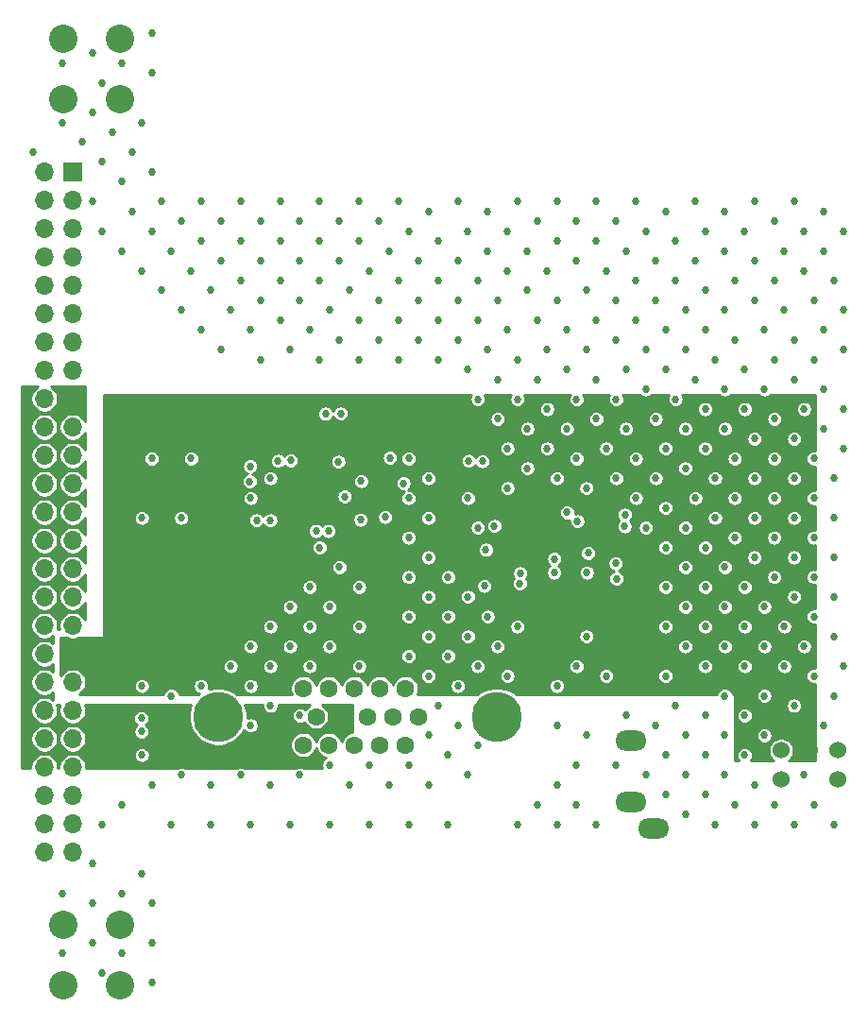
<source format=gbr>
%TF.GenerationSoftware,KiCad,Pcbnew,5.1.9+dfsg1-1*%
%TF.CreationDate,2021-08-04T00:34:55+03:00*%
%TF.ProjectId,extra_av_out,65787472-615f-4617-965f-6f75742e6b69,rev?*%
%TF.SameCoordinates,Original*%
%TF.FileFunction,Copper,L3,Inr*%
%TF.FilePolarity,Positive*%
%FSLAX46Y46*%
G04 Gerber Fmt 4.6, Leading zero omitted, Abs format (unit mm)*
G04 Created by KiCad (PCBNEW 5.1.9+dfsg1-1) date 2021-08-04 00:34:55*
%MOMM*%
%LPD*%
G01*
G04 APERTURE LIST*
%TA.AperFunction,ComponentPad*%
%ADD10O,2.800000X1.800000*%
%TD*%
%TA.AperFunction,ComponentPad*%
%ADD11C,2.540000*%
%TD*%
%TA.AperFunction,ComponentPad*%
%ADD12C,1.600000*%
%TD*%
%TA.AperFunction,ComponentPad*%
%ADD13C,4.500000*%
%TD*%
%TA.AperFunction,ComponentPad*%
%ADD14C,1.524000*%
%TD*%
%TA.AperFunction,ComponentPad*%
%ADD15R,1.700000X1.700000*%
%TD*%
%TA.AperFunction,ComponentPad*%
%ADD16O,1.700000X1.700000*%
%TD*%
%TA.AperFunction,ViaPad*%
%ADD17C,0.686000*%
%TD*%
%TA.AperFunction,Conductor*%
%ADD18C,0.254000*%
%TD*%
%TA.AperFunction,Conductor*%
%ADD19C,0.100000*%
%TD*%
G04 APERTURE END LIST*
D10*
%TO.N,GND*%
%TO.C,J2*%
X101020000Y-86100000D03*
%TO.N,Net-(C11-Pad2)*%
X99020000Y-83700000D03*
%TO.N,Net-(C13-Pad1)*%
X99020000Y-78200000D03*
%TD*%
D11*
%TO.N,GND*%
%TO.C,ST2*%
X53190000Y-94720000D03*
X53190000Y-100160000D03*
X48110000Y-94720000D03*
X48110000Y-100160000D03*
%TD*%
%TO.N,GND*%
%TO.C,ST1*%
X53190000Y-15300000D03*
X53190000Y-20740000D03*
X48110000Y-15300000D03*
X48110000Y-20740000D03*
%TD*%
D12*
%TO.N,GND*%
%TO.C,J4*%
X75330000Y-76060000D03*
%TO.N,/DVDD5*%
X73040000Y-76060000D03*
%TO.N,GND*%
X70750000Y-76060000D03*
%TO.N,Net-(J4-Pad1)*%
X78770000Y-73520000D03*
%TO.N,Net-(J4-Pad2)*%
X76480000Y-73520000D03*
%TO.N,Net-(J4-Pad3)*%
X74190000Y-73520000D03*
%TO.N,Net-(J4-Pad4)*%
X71900000Y-73520000D03*
%TO.N,GND*%
X69610000Y-73520000D03*
X79910000Y-76060000D03*
X77620000Y-76060000D03*
%TO.N,Net-(J4-Pad11)*%
X78770000Y-78600000D03*
%TO.N,Net-(J4-Pad12)*%
X76480000Y-78600000D03*
%TO.N,/VGA_HS_TTL*%
X74190000Y-78600000D03*
%TO.N,/VGA_VS_TTL*%
X71900000Y-78600000D03*
%TO.N,Net-(J4-Pad15)*%
X69610000Y-78600000D03*
D13*
%TO.N,GND*%
X86950000Y-76060000D03*
X61950000Y-76060000D03*
%TD*%
D14*
%TO.N,/SPDIF*%
%TO.C,J3*%
X117520000Y-79100000D03*
%TO.N,/DVDD3v3*%
X114980000Y-79100000D03*
%TO.N,GND*%
X112440000Y-79100000D03*
%TO.N,N/C*%
X112440000Y-81725000D03*
X117520000Y-81725000D03*
%TD*%
D15*
%TO.N,Net-(J1-Pad1)*%
%TO.C,J1*%
X48925790Y-27248710D03*
D16*
%TO.N,Net-(J1-Pad2)*%
X46385790Y-27248710D03*
%TO.N,Net-(J1-Pad3)*%
X48925790Y-29788710D03*
%TO.N,Net-(J1-Pad4)*%
X46385790Y-29788710D03*
%TO.N,Net-(J1-Pad5)*%
X48925790Y-32328710D03*
%TO.N,Net-(J1-Pad6)*%
X46385790Y-32328710D03*
%TO.N,/VGA_PSAVE*%
X48925790Y-34868710D03*
%TO.N,/AUDIO_MUTE_N*%
X46385790Y-34868710D03*
%TO.N,/VGA_R1*%
X48925790Y-37408710D03*
%TO.N,/VGA_R0*%
X46385790Y-37408710D03*
%TO.N,/VGA_R3*%
X48925790Y-39948710D03*
%TO.N,/VGA_R2*%
X46385790Y-39948710D03*
%TO.N,/VGA_R5*%
X48925790Y-42488710D03*
%TO.N,/VGA_R4*%
X46385790Y-42488710D03*
%TO.N,/VGA_R7*%
X48925790Y-45028710D03*
%TO.N,/VGA_R6*%
X46385790Y-45028710D03*
%TO.N,/DVDD5*%
X48925790Y-47568710D03*
%TO.N,GND*%
X46385790Y-47568710D03*
%TO.N,/VGA_G1*%
X48925790Y-50108710D03*
%TO.N,/VGA_G0*%
X46385790Y-50108710D03*
%TO.N,/VGA_G3*%
X48925790Y-52648710D03*
%TO.N,/VGA_G2*%
X46385790Y-52648710D03*
%TO.N,/VGA_G5*%
X48925790Y-55188710D03*
%TO.N,/VGA_G4*%
X46385790Y-55188710D03*
%TO.N,/VGA_G7*%
X48925790Y-57728710D03*
%TO.N,/VGA_G6*%
X46385790Y-57728710D03*
%TO.N,/VGA_SOG*%
X48925790Y-60268710D03*
%TO.N,/VGA_BL_N*%
X46385790Y-60268710D03*
%TO.N,/VGA_B1*%
X48925790Y-62808710D03*
%TO.N,/VGA_B0*%
X46385790Y-62808710D03*
%TO.N,/VGA_B3*%
X48925790Y-65348710D03*
%TO.N,/VGA_B2*%
X46385790Y-65348710D03*
%TO.N,/VGA_B5*%
X48925790Y-67888710D03*
%TO.N,/VGA_B4*%
X46385790Y-67888710D03*
%TO.N,/DVDD3v3*%
X48925790Y-70428710D03*
%TO.N,GND*%
X46385790Y-70428710D03*
%TO.N,/VGA_B7*%
X48925790Y-72968710D03*
%TO.N,/VGA_B6*%
X46385790Y-72968710D03*
%TO.N,Net-(J1-Pad39)*%
X48925790Y-75508710D03*
%TO.N,/VGA_CLK*%
X46385790Y-75508710D03*
%TO.N,Net-(J1-Pad41)*%
X48925790Y-78048710D03*
%TO.N,/VGA_HS*%
X46385790Y-78048710D03*
%TO.N,/VGA_VS*%
X48925790Y-80588710D03*
%TO.N,Net-(J1-Pad44)*%
X46385790Y-80588710D03*
%TO.N,/I2S_BCK*%
X48925790Y-83128710D03*
%TO.N,/I2S_WS*%
X46385790Y-83128710D03*
%TO.N,/I2S_DATA*%
X48925790Y-85668710D03*
%TO.N,/SPDIF*%
X46385790Y-85668710D03*
%TO.N,/SDA*%
X48925790Y-88208710D03*
%TO.N,/SCL*%
X46385790Y-88208710D03*
%TD*%
D17*
%TO.N,GND*%
X55080000Y-76200000D03*
X55110000Y-77400000D03*
X65410000Y-58470000D03*
X66640000Y-58480000D03*
X70750000Y-59420000D03*
X71870000Y-59420000D03*
X73320000Y-56330000D03*
X74750000Y-58410000D03*
X74790000Y-54950000D03*
X76940000Y-58170000D03*
X77380000Y-52870000D03*
X78600000Y-55150000D03*
X72960000Y-48910000D03*
X71590000Y-48920000D03*
X67330000Y-53150000D03*
X68480000Y-53110000D03*
X64850000Y-53620000D03*
X64810000Y-54980000D03*
X92100000Y-63150000D03*
X92100000Y-61920000D03*
X95020000Y-63150000D03*
X98400000Y-59000000D03*
X98440000Y-57970000D03*
X85830000Y-64340000D03*
X85970000Y-61110000D03*
X45380409Y-25464428D03*
X48038409Y-17490428D03*
X48038409Y-22806428D03*
X48038409Y-91914428D03*
X48038409Y-97230428D03*
X49810409Y-24578428D03*
X50696409Y-16604428D03*
X50696409Y-21920428D03*
X50696409Y-29894428D03*
X50696409Y-89256428D03*
X50696409Y-92800428D03*
X50696409Y-96344428D03*
X51582409Y-19262428D03*
X51582409Y-26350428D03*
X51582409Y-32552428D03*
X51582409Y-85712428D03*
X51582409Y-99002428D03*
X52468409Y-23692428D03*
X53354409Y-17490428D03*
X53354409Y-28122428D03*
X53354409Y-34324428D03*
X53354409Y-83940428D03*
X53354409Y-91914428D03*
X53354409Y-97230428D03*
X54240409Y-25464428D03*
X54240409Y-30780428D03*
X55126409Y-22806428D03*
X55126409Y-36096428D03*
X55126409Y-58246428D03*
X55126409Y-73308428D03*
X55126409Y-79510428D03*
X55126409Y-90142428D03*
X56012409Y-14832428D03*
X56012409Y-18376428D03*
X56012409Y-27236428D03*
X56012409Y-32552428D03*
X56012409Y-52930428D03*
X56012409Y-82168428D03*
X56012409Y-92800428D03*
X56012409Y-96344428D03*
X56012409Y-99888428D03*
X56898409Y-29894428D03*
X56898409Y-37868428D03*
X57784409Y-34324428D03*
X57784409Y-74194428D03*
X57784409Y-85712428D03*
X58670409Y-31666428D03*
X58670409Y-39640428D03*
X58670409Y-58246428D03*
X58670409Y-81282428D03*
X59556409Y-36096428D03*
X59556409Y-52930428D03*
X60442409Y-29894428D03*
X60442409Y-33438428D03*
X60442409Y-41412428D03*
X60442409Y-73308428D03*
X61328409Y-37868428D03*
X61328409Y-82168428D03*
X61328409Y-85712428D03*
X62214409Y-31666428D03*
X62214409Y-35210428D03*
X62214409Y-43184428D03*
X63100409Y-39640428D03*
X63100409Y-71536428D03*
X63986409Y-29894428D03*
X63986409Y-33438428D03*
X63986409Y-36982428D03*
X63986409Y-81282428D03*
X64872409Y-41412428D03*
X64872409Y-56474428D03*
X64872409Y-69764428D03*
X64872409Y-73308428D03*
X64872409Y-76852428D03*
X64872409Y-85712428D03*
X65758409Y-31666428D03*
X65758409Y-35210428D03*
X65758409Y-38754428D03*
X65758409Y-44070428D03*
X66644409Y-54702428D03*
X66644409Y-67992428D03*
X66644409Y-71536428D03*
X66644409Y-75080428D03*
X66644409Y-82168428D03*
X67530409Y-29894428D03*
X67530409Y-33438428D03*
X67530409Y-36982428D03*
X67530409Y-40526428D03*
X68416409Y-43184428D03*
X68416409Y-66220428D03*
X68416409Y-69764428D03*
X68416409Y-85712428D03*
X69302409Y-31666428D03*
X69302409Y-35210428D03*
X69302409Y-38754428D03*
X69302409Y-75966428D03*
X69302409Y-81282428D03*
X70188409Y-41412428D03*
X70188409Y-64448428D03*
X70188409Y-67992428D03*
X70188409Y-71536428D03*
X71074409Y-29894428D03*
X71074409Y-33438428D03*
X71074409Y-36982428D03*
X71074409Y-44070428D03*
X71074409Y-60904428D03*
X71960409Y-39640428D03*
X71960409Y-66220428D03*
X71960409Y-69764428D03*
X71960409Y-80396428D03*
X71960409Y-85712428D03*
X72846409Y-31666428D03*
X72846409Y-35210428D03*
X72846409Y-42298428D03*
X72846409Y-62676428D03*
X73732409Y-37868428D03*
X73732409Y-82168428D03*
X74618409Y-29894428D03*
X74618409Y-33438428D03*
X74618409Y-40526428D03*
X74618409Y-44070428D03*
X74618409Y-64448428D03*
X74618409Y-67992428D03*
X74618409Y-71536428D03*
X75504409Y-36096428D03*
X75504409Y-80396428D03*
X75504409Y-85712428D03*
X76390409Y-31666428D03*
X76390409Y-38754428D03*
X76390409Y-42298428D03*
X77276409Y-34324428D03*
X77276409Y-82168428D03*
X78162409Y-29894428D03*
X78162409Y-36982428D03*
X78162409Y-40526428D03*
X78162409Y-44070428D03*
X79048409Y-32552428D03*
X79048409Y-52930428D03*
X79048409Y-56474428D03*
X79048409Y-60018428D03*
X79048409Y-63562428D03*
X79048409Y-67106428D03*
X79048409Y-70650428D03*
X79048409Y-80396428D03*
X79048409Y-85712428D03*
X79934409Y-35210428D03*
X79934409Y-38754428D03*
X79934409Y-42298428D03*
X80820409Y-30780428D03*
X80820409Y-54702428D03*
X80820409Y-58246428D03*
X80820409Y-61790428D03*
X80820409Y-65334428D03*
X80820409Y-68878428D03*
X80820409Y-72422428D03*
X80820409Y-77738428D03*
X80820409Y-82168428D03*
X81706409Y-33438428D03*
X81706409Y-36982428D03*
X81706409Y-40526428D03*
X81706409Y-44070428D03*
X81706409Y-75080428D03*
X82592409Y-63562428D03*
X82592409Y-67106428D03*
X82592409Y-70650428D03*
X82592409Y-79510428D03*
X82592409Y-85712428D03*
X83478409Y-29894428D03*
X83478409Y-35210428D03*
X83478409Y-38754428D03*
X83478409Y-42298428D03*
X83478409Y-73308428D03*
X83478409Y-76852428D03*
X84364409Y-32552428D03*
X84364409Y-44956428D03*
X84364409Y-56474428D03*
X84364409Y-65334428D03*
X84364409Y-68878428D03*
X84364409Y-81282428D03*
X85250409Y-36982428D03*
X85250409Y-40526428D03*
X85250409Y-47614428D03*
X85250409Y-59132428D03*
X85250409Y-71536428D03*
X85250409Y-78624428D03*
X86136409Y-30780428D03*
X86136409Y-34324428D03*
X86136409Y-43184428D03*
X86136409Y-67106428D03*
X87022409Y-38754428D03*
X87022409Y-45842428D03*
X87022409Y-49386428D03*
X87022409Y-69764428D03*
X87908409Y-32552428D03*
X87908409Y-36096428D03*
X87908409Y-41412428D03*
X87908409Y-52044428D03*
X87908409Y-55588428D03*
X87908409Y-72422428D03*
X88794409Y-29894428D03*
X88794409Y-44070428D03*
X88794409Y-47614428D03*
X88794409Y-67992428D03*
X88794409Y-85712428D03*
X89680409Y-34324428D03*
X89680409Y-37868428D03*
X89680409Y-50272428D03*
X89680409Y-53816428D03*
X90566409Y-31666428D03*
X90566409Y-40526428D03*
X90566409Y-45842428D03*
X90566409Y-83940428D03*
X91452409Y-36096428D03*
X91452409Y-43184428D03*
X91452409Y-48500428D03*
X91452409Y-52044428D03*
X92338409Y-29894428D03*
X92338409Y-33438428D03*
X92338409Y-38754428D03*
X92338409Y-54702428D03*
X92338409Y-73308428D03*
X92338409Y-76852428D03*
X92338409Y-82168428D03*
X92338409Y-85712428D03*
X93224409Y-41412428D03*
X93224409Y-44956428D03*
X93224409Y-50272428D03*
X94110409Y-31666428D03*
X94110409Y-35210428D03*
X94110409Y-47614428D03*
X94110409Y-52930428D03*
X94110409Y-71536428D03*
X94110409Y-80396428D03*
X94110409Y-83940428D03*
X94996409Y-37868428D03*
X94996409Y-43184428D03*
X94996409Y-55588428D03*
X94996409Y-68878428D03*
X94996409Y-77738428D03*
X95882409Y-29894428D03*
X95882409Y-33438428D03*
X95882409Y-40526428D03*
X95882409Y-45842428D03*
X95882409Y-49386428D03*
X95882409Y-85712428D03*
X96768409Y-36096428D03*
X96768409Y-52044428D03*
X96768409Y-72422428D03*
X97654409Y-31666428D03*
X97654409Y-38754428D03*
X97654409Y-42298428D03*
X97654409Y-47614428D03*
X97654409Y-54702428D03*
X97654409Y-80396428D03*
X98540409Y-34324428D03*
X98540409Y-44956428D03*
X98540409Y-50272428D03*
X98540409Y-75966428D03*
X99426409Y-29894428D03*
X99426409Y-36982428D03*
X99426409Y-40526428D03*
X99426409Y-52930428D03*
X99426409Y-56474428D03*
X100312409Y-32552428D03*
X100312409Y-43184428D03*
X100312409Y-46728428D03*
X100312409Y-59132428D03*
X100312409Y-81282428D03*
X101198409Y-35210428D03*
X101198409Y-38754428D03*
X101198409Y-49386428D03*
X101198409Y-54702428D03*
X101198409Y-76852428D03*
X102084409Y-30780428D03*
X102084409Y-41412428D03*
X102084409Y-44956428D03*
X102084409Y-52044428D03*
X102084409Y-57360428D03*
X102084409Y-60904428D03*
X102084409Y-64448428D03*
X102084409Y-67992428D03*
X102084409Y-72422428D03*
X102084409Y-79510428D03*
X102084409Y-83054428D03*
X102970409Y-33438428D03*
X102970409Y-36982428D03*
X102970409Y-47614428D03*
X102970409Y-75080428D03*
X103856409Y-39640428D03*
X103856409Y-43184428D03*
X103856409Y-50272428D03*
X103856409Y-53816428D03*
X103856409Y-59132428D03*
X103856409Y-62676428D03*
X103856409Y-66220428D03*
X103856409Y-69764428D03*
X103856409Y-77738428D03*
X103856409Y-81282428D03*
X103856409Y-84826428D03*
X104742409Y-29894428D03*
X104742409Y-35210428D03*
X104742409Y-45842428D03*
X104742409Y-56474428D03*
X105628409Y-32552428D03*
X105628409Y-37868428D03*
X105628409Y-41412428D03*
X105628409Y-48500428D03*
X105628409Y-52044428D03*
X105628409Y-60904428D03*
X105628409Y-64448428D03*
X105628409Y-67992428D03*
X105628409Y-71536428D03*
X105628409Y-75966428D03*
X105628409Y-79510428D03*
X105628409Y-83054428D03*
X106514409Y-44070428D03*
X106514409Y-54702428D03*
X106514409Y-58246428D03*
X106514409Y-85712428D03*
X107400409Y-30780428D03*
X107400409Y-34324428D03*
X107400409Y-39640428D03*
X107400409Y-46728428D03*
X107400409Y-50272428D03*
X107400409Y-62676428D03*
X107400409Y-66220428D03*
X107400409Y-69764428D03*
X107400409Y-74194428D03*
X107400409Y-77738428D03*
X107400409Y-81282428D03*
X108286409Y-36982428D03*
X108286409Y-42298428D03*
X108286409Y-52930428D03*
X108286409Y-56474428D03*
X108286409Y-60018428D03*
X108286409Y-83940428D03*
X109172409Y-32552428D03*
X109172409Y-44956428D03*
X109172409Y-48500428D03*
X109172409Y-64448428D03*
X109172409Y-67992428D03*
X109172409Y-71536428D03*
X109172409Y-75966428D03*
X109172409Y-79510428D03*
X110058409Y-29894428D03*
X110058409Y-35210428D03*
X110058409Y-38754428D03*
X110058409Y-51158428D03*
X110058409Y-54702428D03*
X110058409Y-58246428D03*
X110058409Y-61790428D03*
X110058409Y-82168428D03*
X110058409Y-85712428D03*
X110944409Y-41412428D03*
X110944409Y-46728428D03*
X110944409Y-66220428D03*
X110944409Y-69764428D03*
X110944409Y-74194428D03*
X110944409Y-77738428D03*
X111830409Y-31666428D03*
X111830409Y-36982428D03*
X111830409Y-44070428D03*
X111830409Y-49386428D03*
X111830409Y-52930428D03*
X111830409Y-56474428D03*
X111830409Y-60018428D03*
X111830409Y-63562428D03*
X111830409Y-83940428D03*
X112716409Y-34324428D03*
X112716409Y-39640428D03*
X112716409Y-67992428D03*
X112716409Y-71536428D03*
X113602409Y-29894428D03*
X113602409Y-42298428D03*
X113602409Y-45842428D03*
X113602409Y-51158428D03*
X113602409Y-54702428D03*
X113602409Y-58246428D03*
X113602409Y-61790428D03*
X113602409Y-65334428D03*
X113602409Y-75080428D03*
X113602409Y-85712428D03*
X114488409Y-32552428D03*
X114488409Y-36096428D03*
X114488409Y-48500428D03*
X114488409Y-69764428D03*
X114488409Y-81282428D03*
X115374409Y-38754428D03*
X115374409Y-44070428D03*
X115374409Y-52930428D03*
X115374409Y-56474428D03*
X115374409Y-60018428D03*
X115374409Y-63562428D03*
X115374409Y-67106428D03*
X115374409Y-72422428D03*
X115374409Y-83940428D03*
X116260409Y-30780428D03*
X116260409Y-34324428D03*
X116260409Y-41412428D03*
X116260409Y-46728428D03*
X116260409Y-50272428D03*
X116260409Y-76852428D03*
X117146409Y-36982428D03*
X117146409Y-54702428D03*
X117146409Y-58246428D03*
X117146409Y-61790428D03*
X117146409Y-65334428D03*
X117146409Y-68878428D03*
X117146409Y-74194428D03*
X117146409Y-85712428D03*
X118032409Y-32552428D03*
X118032409Y-39640428D03*
X118032409Y-43184428D03*
X118032409Y-48500428D03*
X118032409Y-52044428D03*
X118032409Y-71536428D03*
%TO.N,/DVDD3v3*%
X50910000Y-70260000D03*
X50880000Y-71630000D03*
X63610000Y-60620000D03*
X62650000Y-60620000D03*
X69970000Y-56540000D03*
X69960000Y-55790000D03*
X75790000Y-52760000D03*
X81450000Y-51200000D03*
X81440000Y-52280000D03*
X89710000Y-64920000D03*
X89650000Y-65900000D03*
X95120000Y-59640000D03*
X95680000Y-64800000D03*
X97090000Y-64780000D03*
X89190000Y-57260000D03*
%TO.N,Net-(C7-Pad1)*%
X95130000Y-61400000D03*
%TO.N,Net-(C9-Pad2)*%
X97610000Y-62320000D03*
%TO.N,Net-(C9-Pad1)*%
X97670000Y-63700000D03*
%TO.N,Net-(C10-Pad1)*%
X89050000Y-63220000D03*
X89020000Y-64130000D03*
%TO.N,Net-(C16-Pad2)*%
X72736508Y-53212669D03*
%TO.N,/DVDD5*%
X57110000Y-77160000D03*
X57800000Y-77860000D03*
%TO.N,/SCL*%
X93260000Y-57760000D03*
%TO.N,/SDA*%
X94180000Y-58550000D03*
%TO.N,/I2S_DATA*%
X84420000Y-53150000D03*
%TO.N,/I2S_WS*%
X86730000Y-58970000D03*
%TO.N,/I2S_BCK*%
X85670000Y-53170000D03*
%TD*%
D18*
%TO.N,/DVDD5*%
X45603623Y-46615637D02*
X45432717Y-46786543D01*
X45298437Y-46987508D01*
X45205943Y-47210807D01*
X45158790Y-47447861D01*
X45158790Y-47689559D01*
X45205943Y-47926613D01*
X45298437Y-48149912D01*
X45432717Y-48350877D01*
X45603623Y-48521783D01*
X45804588Y-48656063D01*
X46027887Y-48748557D01*
X46264941Y-48795710D01*
X46506639Y-48795710D01*
X46743693Y-48748557D01*
X46966992Y-48656063D01*
X47167957Y-48521783D01*
X47338863Y-48350877D01*
X47473143Y-48149912D01*
X47565637Y-47926613D01*
X47612790Y-47689559D01*
X47612790Y-47447861D01*
X47565637Y-47210807D01*
X47473143Y-46987508D01*
X47338863Y-46786543D01*
X47167957Y-46615637D01*
X46975437Y-46487000D01*
X50053000Y-46487000D01*
X50053000Y-49623731D01*
X50013143Y-49527508D01*
X49878863Y-49326543D01*
X49707957Y-49155637D01*
X49506992Y-49021357D01*
X49283693Y-48928863D01*
X49046639Y-48881710D01*
X48804941Y-48881710D01*
X48567887Y-48928863D01*
X48344588Y-49021357D01*
X48143623Y-49155637D01*
X47972717Y-49326543D01*
X47838437Y-49527508D01*
X47745943Y-49750807D01*
X47698790Y-49987861D01*
X47698790Y-50229559D01*
X47745943Y-50466613D01*
X47838437Y-50689912D01*
X47972717Y-50890877D01*
X48143623Y-51061783D01*
X48344588Y-51196063D01*
X48567887Y-51288557D01*
X48804941Y-51335710D01*
X49046639Y-51335710D01*
X49283693Y-51288557D01*
X49506992Y-51196063D01*
X49707957Y-51061783D01*
X49878863Y-50890877D01*
X50013143Y-50689912D01*
X50053000Y-50593689D01*
X50053000Y-52163731D01*
X50013143Y-52067508D01*
X49878863Y-51866543D01*
X49707957Y-51695637D01*
X49506992Y-51561357D01*
X49283693Y-51468863D01*
X49046639Y-51421710D01*
X48804941Y-51421710D01*
X48567887Y-51468863D01*
X48344588Y-51561357D01*
X48143623Y-51695637D01*
X47972717Y-51866543D01*
X47838437Y-52067508D01*
X47745943Y-52290807D01*
X47698790Y-52527861D01*
X47698790Y-52769559D01*
X47745943Y-53006613D01*
X47838437Y-53229912D01*
X47972717Y-53430877D01*
X48143623Y-53601783D01*
X48344588Y-53736063D01*
X48567887Y-53828557D01*
X48804941Y-53875710D01*
X49046639Y-53875710D01*
X49283693Y-53828557D01*
X49506992Y-53736063D01*
X49707957Y-53601783D01*
X49878863Y-53430877D01*
X50013143Y-53229912D01*
X50053000Y-53133689D01*
X50053000Y-54703731D01*
X50013143Y-54607508D01*
X49878863Y-54406543D01*
X49707957Y-54235637D01*
X49506992Y-54101357D01*
X49283693Y-54008863D01*
X49046639Y-53961710D01*
X48804941Y-53961710D01*
X48567887Y-54008863D01*
X48344588Y-54101357D01*
X48143623Y-54235637D01*
X47972717Y-54406543D01*
X47838437Y-54607508D01*
X47745943Y-54830807D01*
X47698790Y-55067861D01*
X47698790Y-55309559D01*
X47745943Y-55546613D01*
X47838437Y-55769912D01*
X47972717Y-55970877D01*
X48143623Y-56141783D01*
X48344588Y-56276063D01*
X48567887Y-56368557D01*
X48804941Y-56415710D01*
X49046639Y-56415710D01*
X49283693Y-56368557D01*
X49506992Y-56276063D01*
X49707957Y-56141783D01*
X49878863Y-55970877D01*
X50013143Y-55769912D01*
X50053000Y-55673689D01*
X50053000Y-57243731D01*
X50013143Y-57147508D01*
X49878863Y-56946543D01*
X49707957Y-56775637D01*
X49506992Y-56641357D01*
X49283693Y-56548863D01*
X49046639Y-56501710D01*
X48804941Y-56501710D01*
X48567887Y-56548863D01*
X48344588Y-56641357D01*
X48143623Y-56775637D01*
X47972717Y-56946543D01*
X47838437Y-57147508D01*
X47745943Y-57370807D01*
X47698790Y-57607861D01*
X47698790Y-57849559D01*
X47745943Y-58086613D01*
X47838437Y-58309912D01*
X47972717Y-58510877D01*
X48143623Y-58681783D01*
X48344588Y-58816063D01*
X48567887Y-58908557D01*
X48804941Y-58955710D01*
X49046639Y-58955710D01*
X49283693Y-58908557D01*
X49506992Y-58816063D01*
X49707957Y-58681783D01*
X49878863Y-58510877D01*
X50013143Y-58309912D01*
X50053000Y-58213689D01*
X50053000Y-59783731D01*
X50013143Y-59687508D01*
X49878863Y-59486543D01*
X49707957Y-59315637D01*
X49506992Y-59181357D01*
X49283693Y-59088863D01*
X49046639Y-59041710D01*
X48804941Y-59041710D01*
X48567887Y-59088863D01*
X48344588Y-59181357D01*
X48143623Y-59315637D01*
X47972717Y-59486543D01*
X47838437Y-59687508D01*
X47745943Y-59910807D01*
X47698790Y-60147861D01*
X47698790Y-60389559D01*
X47745943Y-60626613D01*
X47838437Y-60849912D01*
X47972717Y-61050877D01*
X48143623Y-61221783D01*
X48344588Y-61356063D01*
X48567887Y-61448557D01*
X48804941Y-61495710D01*
X49046639Y-61495710D01*
X49283693Y-61448557D01*
X49506992Y-61356063D01*
X49707957Y-61221783D01*
X49878863Y-61050877D01*
X50013143Y-60849912D01*
X50053000Y-60753689D01*
X50053000Y-62323731D01*
X50013143Y-62227508D01*
X49878863Y-62026543D01*
X49707957Y-61855637D01*
X49506992Y-61721357D01*
X49283693Y-61628863D01*
X49046639Y-61581710D01*
X48804941Y-61581710D01*
X48567887Y-61628863D01*
X48344588Y-61721357D01*
X48143623Y-61855637D01*
X47972717Y-62026543D01*
X47838437Y-62227508D01*
X47745943Y-62450807D01*
X47698790Y-62687861D01*
X47698790Y-62929559D01*
X47745943Y-63166613D01*
X47838437Y-63389912D01*
X47972717Y-63590877D01*
X48143623Y-63761783D01*
X48344588Y-63896063D01*
X48567887Y-63988557D01*
X48804941Y-64035710D01*
X49046639Y-64035710D01*
X49283693Y-63988557D01*
X49506992Y-63896063D01*
X49707957Y-63761783D01*
X49878863Y-63590877D01*
X50013143Y-63389912D01*
X50053000Y-63293689D01*
X50053000Y-64863731D01*
X50013143Y-64767508D01*
X49878863Y-64566543D01*
X49707957Y-64395637D01*
X49506992Y-64261357D01*
X49283693Y-64168863D01*
X49046639Y-64121710D01*
X48804941Y-64121710D01*
X48567887Y-64168863D01*
X48344588Y-64261357D01*
X48143623Y-64395637D01*
X47972717Y-64566543D01*
X47838437Y-64767508D01*
X47745943Y-64990807D01*
X47698790Y-65227861D01*
X47698790Y-65469559D01*
X47745943Y-65706613D01*
X47838437Y-65929912D01*
X47972717Y-66130877D01*
X48143623Y-66301783D01*
X48344588Y-66436063D01*
X48567887Y-66528557D01*
X48804941Y-66575710D01*
X49046639Y-66575710D01*
X49283693Y-66528557D01*
X49506992Y-66436063D01*
X49707957Y-66301783D01*
X49878863Y-66130877D01*
X50013143Y-65929912D01*
X50053000Y-65833689D01*
X50053000Y-67403731D01*
X50013143Y-67307508D01*
X49878863Y-67106543D01*
X49707957Y-66935637D01*
X49506992Y-66801357D01*
X49283693Y-66708863D01*
X49046639Y-66661710D01*
X48804941Y-66661710D01*
X48567887Y-66708863D01*
X48344588Y-66801357D01*
X48143623Y-66935637D01*
X47972717Y-67106543D01*
X47838437Y-67307508D01*
X47745943Y-67530807D01*
X47698790Y-67767861D01*
X47698790Y-68009559D01*
X47743235Y-68233000D01*
X47568345Y-68233000D01*
X47612790Y-68009559D01*
X47612790Y-67767861D01*
X47565637Y-67530807D01*
X47473143Y-67307508D01*
X47338863Y-67106543D01*
X47167957Y-66935637D01*
X46966992Y-66801357D01*
X46743693Y-66708863D01*
X46506639Y-66661710D01*
X46264941Y-66661710D01*
X46027887Y-66708863D01*
X45804588Y-66801357D01*
X45603623Y-66935637D01*
X45432717Y-67106543D01*
X45298437Y-67307508D01*
X45205943Y-67530807D01*
X45158790Y-67767861D01*
X45158790Y-68009559D01*
X45205943Y-68246613D01*
X45298437Y-68469912D01*
X45432717Y-68670877D01*
X45603623Y-68841783D01*
X45804588Y-68976063D01*
X46027887Y-69068557D01*
X46264941Y-69115710D01*
X46506639Y-69115710D01*
X46743693Y-69068557D01*
X46966992Y-68976063D01*
X47152007Y-68852441D01*
X47150774Y-69464155D01*
X46966992Y-69341357D01*
X46743693Y-69248863D01*
X46506639Y-69201710D01*
X46264941Y-69201710D01*
X46027887Y-69248863D01*
X45804588Y-69341357D01*
X45603623Y-69475637D01*
X45432717Y-69646543D01*
X45298437Y-69847508D01*
X45205943Y-70070807D01*
X45158790Y-70307861D01*
X45158790Y-70549559D01*
X45205943Y-70786613D01*
X45298437Y-71009912D01*
X45432717Y-71210877D01*
X45603623Y-71381783D01*
X45804588Y-71516063D01*
X46027887Y-71608557D01*
X46264941Y-71655710D01*
X46506639Y-71655710D01*
X46743693Y-71608557D01*
X46966992Y-71516063D01*
X47146879Y-71395866D01*
X47145660Y-72000739D01*
X46966992Y-71881357D01*
X46743693Y-71788863D01*
X46506639Y-71741710D01*
X46264941Y-71741710D01*
X46027887Y-71788863D01*
X45804588Y-71881357D01*
X45603623Y-72015637D01*
X45432717Y-72186543D01*
X45298437Y-72387508D01*
X45205943Y-72610807D01*
X45158790Y-72847861D01*
X45158790Y-73089559D01*
X45205943Y-73326613D01*
X45298437Y-73549912D01*
X45432717Y-73750877D01*
X45603623Y-73921783D01*
X45804588Y-74056063D01*
X46027887Y-74148557D01*
X46264941Y-74195710D01*
X46506639Y-74195710D01*
X46743693Y-74148557D01*
X46966992Y-74056063D01*
X47141752Y-73939292D01*
X47140547Y-74537322D01*
X46966992Y-74421357D01*
X46743693Y-74328863D01*
X46506639Y-74281710D01*
X46264941Y-74281710D01*
X46027887Y-74328863D01*
X45804588Y-74421357D01*
X45603623Y-74555637D01*
X45432717Y-74726543D01*
X45298437Y-74927508D01*
X45205943Y-75150807D01*
X45158790Y-75387861D01*
X45158790Y-75629559D01*
X45205943Y-75866613D01*
X45298437Y-76089912D01*
X45432717Y-76290877D01*
X45603623Y-76461783D01*
X45804588Y-76596063D01*
X46027887Y-76688557D01*
X46264941Y-76735710D01*
X46506639Y-76735710D01*
X46743693Y-76688557D01*
X46966992Y-76596063D01*
X47167957Y-76461783D01*
X47338863Y-76290877D01*
X47473143Y-76089912D01*
X47565637Y-75866613D01*
X47612790Y-75629559D01*
X47612790Y-75387861D01*
X47565637Y-75150807D01*
X47514354Y-75027000D01*
X47797226Y-75027000D01*
X47745943Y-75150807D01*
X47698790Y-75387861D01*
X47698790Y-75629559D01*
X47745943Y-75866613D01*
X47838437Y-76089912D01*
X47972717Y-76290877D01*
X48143623Y-76461783D01*
X48344588Y-76596063D01*
X48567887Y-76688557D01*
X48804941Y-76735710D01*
X49046639Y-76735710D01*
X49283693Y-76688557D01*
X49506992Y-76596063D01*
X49707957Y-76461783D01*
X49878863Y-76290877D01*
X49986967Y-76129086D01*
X54360000Y-76129086D01*
X54360000Y-76270914D01*
X54387669Y-76410016D01*
X54441944Y-76541048D01*
X54520739Y-76658973D01*
X54621027Y-76759261D01*
X54696997Y-76810023D01*
X54651027Y-76840739D01*
X54550739Y-76941027D01*
X54471944Y-77058952D01*
X54417669Y-77189984D01*
X54390000Y-77329086D01*
X54390000Y-77470914D01*
X54417669Y-77610016D01*
X54471944Y-77741048D01*
X54550739Y-77858973D01*
X54651027Y-77959261D01*
X54768952Y-78038056D01*
X54899984Y-78092331D01*
X55039086Y-78120000D01*
X55180914Y-78120000D01*
X55320016Y-78092331D01*
X55451048Y-78038056D01*
X55568973Y-77959261D01*
X55669261Y-77858973D01*
X55748056Y-77741048D01*
X55802331Y-77610016D01*
X55830000Y-77470914D01*
X55830000Y-77329086D01*
X55802331Y-77189984D01*
X55748056Y-77058952D01*
X55669261Y-76941027D01*
X55568973Y-76840739D01*
X55493003Y-76789977D01*
X55538973Y-76759261D01*
X55639261Y-76658973D01*
X55718056Y-76541048D01*
X55772331Y-76410016D01*
X55800000Y-76270914D01*
X55800000Y-76129086D01*
X55772331Y-75989984D01*
X55718056Y-75858952D01*
X55639261Y-75741027D01*
X55538973Y-75640739D01*
X55421048Y-75561944D01*
X55290016Y-75507669D01*
X55150914Y-75480000D01*
X55009086Y-75480000D01*
X54869984Y-75507669D01*
X54738952Y-75561944D01*
X54621027Y-75640739D01*
X54520739Y-75741027D01*
X54441944Y-75858952D01*
X54387669Y-75989984D01*
X54360000Y-76129086D01*
X49986967Y-76129086D01*
X50013143Y-76089912D01*
X50105637Y-75866613D01*
X50152790Y-75629559D01*
X50152790Y-75387861D01*
X50105637Y-75150807D01*
X50054354Y-75027000D01*
X59534438Y-75027000D01*
X59423954Y-75293732D01*
X59323000Y-75801263D01*
X59323000Y-76318737D01*
X59423954Y-76826268D01*
X59621983Y-77304351D01*
X59909476Y-77734615D01*
X60275385Y-78100524D01*
X60705649Y-78388017D01*
X61183732Y-78586046D01*
X61691263Y-78687000D01*
X62208737Y-78687000D01*
X62716268Y-78586046D01*
X63194351Y-78388017D01*
X63624615Y-78100524D01*
X63990524Y-77734615D01*
X64278017Y-77304351D01*
X64289658Y-77276246D01*
X64313148Y-77311401D01*
X64413436Y-77411689D01*
X64531361Y-77490484D01*
X64662393Y-77544759D01*
X64801495Y-77572428D01*
X64943323Y-77572428D01*
X65082425Y-77544759D01*
X65213457Y-77490484D01*
X65331382Y-77411689D01*
X65431670Y-77311401D01*
X65510465Y-77193476D01*
X65564740Y-77062444D01*
X65592409Y-76923342D01*
X65592409Y-76781514D01*
X65564740Y-76642412D01*
X65510465Y-76511380D01*
X65431670Y-76393455D01*
X65331382Y-76293167D01*
X65213457Y-76214372D01*
X65082425Y-76160097D01*
X64943323Y-76132428D01*
X64801495Y-76132428D01*
X64662393Y-76160097D01*
X64577000Y-76195468D01*
X64577000Y-75801263D01*
X64476046Y-75293732D01*
X64365562Y-75027000D01*
X65924409Y-75027000D01*
X65924409Y-75151342D01*
X65952078Y-75290444D01*
X66006353Y-75421476D01*
X66085148Y-75539401D01*
X66185436Y-75639689D01*
X66303361Y-75718484D01*
X66434393Y-75772759D01*
X66573495Y-75800428D01*
X66715323Y-75800428D01*
X66854425Y-75772759D01*
X66985457Y-75718484D01*
X67103382Y-75639689D01*
X67203670Y-75539401D01*
X67282465Y-75421476D01*
X67336740Y-75290444D01*
X67364409Y-75151342D01*
X67364409Y-75027000D01*
X70177449Y-75027000D01*
X69999706Y-75145764D01*
X69835764Y-75309706D01*
X69766933Y-75412718D01*
X69761382Y-75407167D01*
X69643457Y-75328372D01*
X69512425Y-75274097D01*
X69373323Y-75246428D01*
X69231495Y-75246428D01*
X69092393Y-75274097D01*
X68961361Y-75328372D01*
X68843436Y-75407167D01*
X68743148Y-75507455D01*
X68664353Y-75625380D01*
X68610078Y-75756412D01*
X68582409Y-75895514D01*
X68582409Y-76037342D01*
X68610078Y-76176444D01*
X68664353Y-76307476D01*
X68743148Y-76425401D01*
X68843436Y-76525689D01*
X68961361Y-76604484D01*
X69092393Y-76658759D01*
X69231495Y-76686428D01*
X69373323Y-76686428D01*
X69512425Y-76658759D01*
X69643457Y-76604484D01*
X69688962Y-76574078D01*
X69706956Y-76617519D01*
X69835764Y-76810294D01*
X69999706Y-76974236D01*
X70192481Y-77103044D01*
X70406682Y-77191769D01*
X70634076Y-77237000D01*
X70865924Y-77237000D01*
X71093318Y-77191769D01*
X71307519Y-77103044D01*
X71500294Y-76974236D01*
X71664236Y-76810294D01*
X71793044Y-76617519D01*
X71881769Y-76403318D01*
X71927000Y-76175924D01*
X71927000Y-75944076D01*
X71881769Y-75716682D01*
X71793044Y-75502481D01*
X71664236Y-75309706D01*
X71500294Y-75145764D01*
X71322551Y-75027000D01*
X73968355Y-75027000D01*
X74009879Y-77435770D01*
X73846682Y-77468231D01*
X73632481Y-77556956D01*
X73439706Y-77685764D01*
X73275764Y-77849706D01*
X73146956Y-78042481D01*
X73058231Y-78256682D01*
X73045000Y-78323199D01*
X73031769Y-78256682D01*
X72943044Y-78042481D01*
X72814236Y-77849706D01*
X72650294Y-77685764D01*
X72457519Y-77556956D01*
X72243318Y-77468231D01*
X72015924Y-77423000D01*
X71784076Y-77423000D01*
X71556682Y-77468231D01*
X71342481Y-77556956D01*
X71149706Y-77685764D01*
X70985764Y-77849706D01*
X70856956Y-78042481D01*
X70768231Y-78256682D01*
X70755000Y-78323199D01*
X70741769Y-78256682D01*
X70653044Y-78042481D01*
X70524236Y-77849706D01*
X70360294Y-77685764D01*
X70167519Y-77556956D01*
X69953318Y-77468231D01*
X69725924Y-77423000D01*
X69494076Y-77423000D01*
X69266682Y-77468231D01*
X69052481Y-77556956D01*
X68859706Y-77685764D01*
X68695764Y-77849706D01*
X68566956Y-78042481D01*
X68478231Y-78256682D01*
X68433000Y-78484076D01*
X68433000Y-78715924D01*
X68478231Y-78943318D01*
X68566956Y-79157519D01*
X68695764Y-79350294D01*
X68859706Y-79514236D01*
X69052481Y-79643044D01*
X69266682Y-79731769D01*
X69494076Y-79777000D01*
X69725924Y-79777000D01*
X69953318Y-79731769D01*
X70167519Y-79643044D01*
X70360294Y-79514236D01*
X70524236Y-79350294D01*
X70653044Y-79157519D01*
X70741769Y-78943318D01*
X70755000Y-78876801D01*
X70768231Y-78943318D01*
X70856956Y-79157519D01*
X70985764Y-79350294D01*
X71149706Y-79514236D01*
X71342481Y-79643044D01*
X71556682Y-79731769D01*
X71642416Y-79748822D01*
X71619361Y-79758372D01*
X71501436Y-79837167D01*
X71401148Y-79937455D01*
X71322353Y-80055380D01*
X71268078Y-80186412D01*
X71240409Y-80325514D01*
X71240409Y-80467342D01*
X71268078Y-80606444D01*
X71308073Y-80703000D01*
X69731200Y-80703000D01*
X69643457Y-80644372D01*
X69512425Y-80590097D01*
X69373323Y-80562428D01*
X69231495Y-80562428D01*
X69092393Y-80590097D01*
X68961361Y-80644372D01*
X68873618Y-80703000D01*
X64415200Y-80703000D01*
X64327457Y-80644372D01*
X64196425Y-80590097D01*
X64057323Y-80562428D01*
X63915495Y-80562428D01*
X63776393Y-80590097D01*
X63645361Y-80644372D01*
X63557618Y-80703000D01*
X59099200Y-80703000D01*
X59011457Y-80644372D01*
X58880425Y-80590097D01*
X58741323Y-80562428D01*
X58599495Y-80562428D01*
X58460393Y-80590097D01*
X58329361Y-80644372D01*
X58241618Y-80703000D01*
X50152790Y-80703000D01*
X50152790Y-80467861D01*
X50105637Y-80230807D01*
X50013143Y-80007508D01*
X49878863Y-79806543D01*
X49707957Y-79635637D01*
X49506992Y-79501357D01*
X49357691Y-79439514D01*
X54406409Y-79439514D01*
X54406409Y-79581342D01*
X54434078Y-79720444D01*
X54488353Y-79851476D01*
X54567148Y-79969401D01*
X54667436Y-80069689D01*
X54785361Y-80148484D01*
X54916393Y-80202759D01*
X55055495Y-80230428D01*
X55197323Y-80230428D01*
X55336425Y-80202759D01*
X55467457Y-80148484D01*
X55585382Y-80069689D01*
X55685670Y-79969401D01*
X55764465Y-79851476D01*
X55818740Y-79720444D01*
X55846409Y-79581342D01*
X55846409Y-79439514D01*
X55818740Y-79300412D01*
X55764465Y-79169380D01*
X55685670Y-79051455D01*
X55585382Y-78951167D01*
X55467457Y-78872372D01*
X55336425Y-78818097D01*
X55197323Y-78790428D01*
X55055495Y-78790428D01*
X54916393Y-78818097D01*
X54785361Y-78872372D01*
X54667436Y-78951167D01*
X54567148Y-79051455D01*
X54488353Y-79169380D01*
X54434078Y-79300412D01*
X54406409Y-79439514D01*
X49357691Y-79439514D01*
X49283693Y-79408863D01*
X49046639Y-79361710D01*
X48804941Y-79361710D01*
X48567887Y-79408863D01*
X48344588Y-79501357D01*
X48143623Y-79635637D01*
X47972717Y-79806543D01*
X47838437Y-80007508D01*
X47745943Y-80230807D01*
X47698790Y-80467861D01*
X47698790Y-80703000D01*
X47612790Y-80703000D01*
X47612790Y-80467861D01*
X47565637Y-80230807D01*
X47473143Y-80007508D01*
X47338863Y-79806543D01*
X47167957Y-79635637D01*
X46966992Y-79501357D01*
X46743693Y-79408863D01*
X46506639Y-79361710D01*
X46264941Y-79361710D01*
X46027887Y-79408863D01*
X45804588Y-79501357D01*
X45603623Y-79635637D01*
X45432717Y-79806543D01*
X45298437Y-80007508D01*
X45205943Y-80230807D01*
X45158790Y-80467861D01*
X45158790Y-80703000D01*
X44402000Y-80703000D01*
X44402000Y-77927861D01*
X45158790Y-77927861D01*
X45158790Y-78169559D01*
X45205943Y-78406613D01*
X45298437Y-78629912D01*
X45432717Y-78830877D01*
X45603623Y-79001783D01*
X45804588Y-79136063D01*
X46027887Y-79228557D01*
X46264941Y-79275710D01*
X46506639Y-79275710D01*
X46743693Y-79228557D01*
X46966992Y-79136063D01*
X47167957Y-79001783D01*
X47338863Y-78830877D01*
X47473143Y-78629912D01*
X47565637Y-78406613D01*
X47612790Y-78169559D01*
X47612790Y-77927861D01*
X47698790Y-77927861D01*
X47698790Y-78169559D01*
X47745943Y-78406613D01*
X47838437Y-78629912D01*
X47972717Y-78830877D01*
X48143623Y-79001783D01*
X48344588Y-79136063D01*
X48567887Y-79228557D01*
X48804941Y-79275710D01*
X49046639Y-79275710D01*
X49283693Y-79228557D01*
X49506992Y-79136063D01*
X49707957Y-79001783D01*
X49878863Y-78830877D01*
X50013143Y-78629912D01*
X50105637Y-78406613D01*
X50152790Y-78169559D01*
X50152790Y-77927861D01*
X50105637Y-77690807D01*
X50013143Y-77467508D01*
X49878863Y-77266543D01*
X49707957Y-77095637D01*
X49506992Y-76961357D01*
X49283693Y-76868863D01*
X49046639Y-76821710D01*
X48804941Y-76821710D01*
X48567887Y-76868863D01*
X48344588Y-76961357D01*
X48143623Y-77095637D01*
X47972717Y-77266543D01*
X47838437Y-77467508D01*
X47745943Y-77690807D01*
X47698790Y-77927861D01*
X47612790Y-77927861D01*
X47565637Y-77690807D01*
X47473143Y-77467508D01*
X47338863Y-77266543D01*
X47167957Y-77095637D01*
X46966992Y-76961357D01*
X46743693Y-76868863D01*
X46506639Y-76821710D01*
X46264941Y-76821710D01*
X46027887Y-76868863D01*
X45804588Y-76961357D01*
X45603623Y-77095637D01*
X45432717Y-77266543D01*
X45298437Y-77467508D01*
X45205943Y-77690807D01*
X45158790Y-77927861D01*
X44402000Y-77927861D01*
X44402000Y-65227861D01*
X45158790Y-65227861D01*
X45158790Y-65469559D01*
X45205943Y-65706613D01*
X45298437Y-65929912D01*
X45432717Y-66130877D01*
X45603623Y-66301783D01*
X45804588Y-66436063D01*
X46027887Y-66528557D01*
X46264941Y-66575710D01*
X46506639Y-66575710D01*
X46743693Y-66528557D01*
X46966992Y-66436063D01*
X47167957Y-66301783D01*
X47338863Y-66130877D01*
X47473143Y-65929912D01*
X47565637Y-65706613D01*
X47612790Y-65469559D01*
X47612790Y-65227861D01*
X47565637Y-64990807D01*
X47473143Y-64767508D01*
X47338863Y-64566543D01*
X47167957Y-64395637D01*
X46966992Y-64261357D01*
X46743693Y-64168863D01*
X46506639Y-64121710D01*
X46264941Y-64121710D01*
X46027887Y-64168863D01*
X45804588Y-64261357D01*
X45603623Y-64395637D01*
X45432717Y-64566543D01*
X45298437Y-64767508D01*
X45205943Y-64990807D01*
X45158790Y-65227861D01*
X44402000Y-65227861D01*
X44402000Y-62687861D01*
X45158790Y-62687861D01*
X45158790Y-62929559D01*
X45205943Y-63166613D01*
X45298437Y-63389912D01*
X45432717Y-63590877D01*
X45603623Y-63761783D01*
X45804588Y-63896063D01*
X46027887Y-63988557D01*
X46264941Y-64035710D01*
X46506639Y-64035710D01*
X46743693Y-63988557D01*
X46966992Y-63896063D01*
X47167957Y-63761783D01*
X47338863Y-63590877D01*
X47473143Y-63389912D01*
X47565637Y-63166613D01*
X47612790Y-62929559D01*
X47612790Y-62687861D01*
X47565637Y-62450807D01*
X47473143Y-62227508D01*
X47338863Y-62026543D01*
X47167957Y-61855637D01*
X46966992Y-61721357D01*
X46743693Y-61628863D01*
X46506639Y-61581710D01*
X46264941Y-61581710D01*
X46027887Y-61628863D01*
X45804588Y-61721357D01*
X45603623Y-61855637D01*
X45432717Y-62026543D01*
X45298437Y-62227508D01*
X45205943Y-62450807D01*
X45158790Y-62687861D01*
X44402000Y-62687861D01*
X44402000Y-60147861D01*
X45158790Y-60147861D01*
X45158790Y-60389559D01*
X45205943Y-60626613D01*
X45298437Y-60849912D01*
X45432717Y-61050877D01*
X45603623Y-61221783D01*
X45804588Y-61356063D01*
X46027887Y-61448557D01*
X46264941Y-61495710D01*
X46506639Y-61495710D01*
X46743693Y-61448557D01*
X46966992Y-61356063D01*
X47167957Y-61221783D01*
X47338863Y-61050877D01*
X47473143Y-60849912D01*
X47565637Y-60626613D01*
X47612790Y-60389559D01*
X47612790Y-60147861D01*
X47565637Y-59910807D01*
X47473143Y-59687508D01*
X47338863Y-59486543D01*
X47167957Y-59315637D01*
X46966992Y-59181357D01*
X46743693Y-59088863D01*
X46506639Y-59041710D01*
X46264941Y-59041710D01*
X46027887Y-59088863D01*
X45804588Y-59181357D01*
X45603623Y-59315637D01*
X45432717Y-59486543D01*
X45298437Y-59687508D01*
X45205943Y-59910807D01*
X45158790Y-60147861D01*
X44402000Y-60147861D01*
X44402000Y-57607861D01*
X45158790Y-57607861D01*
X45158790Y-57849559D01*
X45205943Y-58086613D01*
X45298437Y-58309912D01*
X45432717Y-58510877D01*
X45603623Y-58681783D01*
X45804588Y-58816063D01*
X46027887Y-58908557D01*
X46264941Y-58955710D01*
X46506639Y-58955710D01*
X46743693Y-58908557D01*
X46966992Y-58816063D01*
X47167957Y-58681783D01*
X47338863Y-58510877D01*
X47473143Y-58309912D01*
X47565637Y-58086613D01*
X47612790Y-57849559D01*
X47612790Y-57607861D01*
X47565637Y-57370807D01*
X47473143Y-57147508D01*
X47338863Y-56946543D01*
X47167957Y-56775637D01*
X46966992Y-56641357D01*
X46743693Y-56548863D01*
X46506639Y-56501710D01*
X46264941Y-56501710D01*
X46027887Y-56548863D01*
X45804588Y-56641357D01*
X45603623Y-56775637D01*
X45432717Y-56946543D01*
X45298437Y-57147508D01*
X45205943Y-57370807D01*
X45158790Y-57607861D01*
X44402000Y-57607861D01*
X44402000Y-55067861D01*
X45158790Y-55067861D01*
X45158790Y-55309559D01*
X45205943Y-55546613D01*
X45298437Y-55769912D01*
X45432717Y-55970877D01*
X45603623Y-56141783D01*
X45804588Y-56276063D01*
X46027887Y-56368557D01*
X46264941Y-56415710D01*
X46506639Y-56415710D01*
X46743693Y-56368557D01*
X46966992Y-56276063D01*
X47167957Y-56141783D01*
X47338863Y-55970877D01*
X47473143Y-55769912D01*
X47565637Y-55546613D01*
X47612790Y-55309559D01*
X47612790Y-55067861D01*
X47565637Y-54830807D01*
X47473143Y-54607508D01*
X47338863Y-54406543D01*
X47167957Y-54235637D01*
X46966992Y-54101357D01*
X46743693Y-54008863D01*
X46506639Y-53961710D01*
X46264941Y-53961710D01*
X46027887Y-54008863D01*
X45804588Y-54101357D01*
X45603623Y-54235637D01*
X45432717Y-54406543D01*
X45298437Y-54607508D01*
X45205943Y-54830807D01*
X45158790Y-55067861D01*
X44402000Y-55067861D01*
X44402000Y-52527861D01*
X45158790Y-52527861D01*
X45158790Y-52769559D01*
X45205943Y-53006613D01*
X45298437Y-53229912D01*
X45432717Y-53430877D01*
X45603623Y-53601783D01*
X45804588Y-53736063D01*
X46027887Y-53828557D01*
X46264941Y-53875710D01*
X46506639Y-53875710D01*
X46743693Y-53828557D01*
X46966992Y-53736063D01*
X47167957Y-53601783D01*
X47338863Y-53430877D01*
X47473143Y-53229912D01*
X47565637Y-53006613D01*
X47612790Y-52769559D01*
X47612790Y-52527861D01*
X47565637Y-52290807D01*
X47473143Y-52067508D01*
X47338863Y-51866543D01*
X47167957Y-51695637D01*
X46966992Y-51561357D01*
X46743693Y-51468863D01*
X46506639Y-51421710D01*
X46264941Y-51421710D01*
X46027887Y-51468863D01*
X45804588Y-51561357D01*
X45603623Y-51695637D01*
X45432717Y-51866543D01*
X45298437Y-52067508D01*
X45205943Y-52290807D01*
X45158790Y-52527861D01*
X44402000Y-52527861D01*
X44402000Y-49987861D01*
X45158790Y-49987861D01*
X45158790Y-50229559D01*
X45205943Y-50466613D01*
X45298437Y-50689912D01*
X45432717Y-50890877D01*
X45603623Y-51061783D01*
X45804588Y-51196063D01*
X46027887Y-51288557D01*
X46264941Y-51335710D01*
X46506639Y-51335710D01*
X46743693Y-51288557D01*
X46966992Y-51196063D01*
X47167957Y-51061783D01*
X47338863Y-50890877D01*
X47473143Y-50689912D01*
X47565637Y-50466613D01*
X47612790Y-50229559D01*
X47612790Y-49987861D01*
X47565637Y-49750807D01*
X47473143Y-49527508D01*
X47338863Y-49326543D01*
X47167957Y-49155637D01*
X46966992Y-49021357D01*
X46743693Y-48928863D01*
X46506639Y-48881710D01*
X46264941Y-48881710D01*
X46027887Y-48928863D01*
X45804588Y-49021357D01*
X45603623Y-49155637D01*
X45432717Y-49326543D01*
X45298437Y-49527508D01*
X45205943Y-49750807D01*
X45158790Y-49987861D01*
X44402000Y-49987861D01*
X44402000Y-46487000D01*
X45796143Y-46487000D01*
X45603623Y-46615637D01*
%TA.AperFunction,Conductor*%
D19*
G36*
X45603623Y-46615637D02*
G01*
X45432717Y-46786543D01*
X45298437Y-46987508D01*
X45205943Y-47210807D01*
X45158790Y-47447861D01*
X45158790Y-47689559D01*
X45205943Y-47926613D01*
X45298437Y-48149912D01*
X45432717Y-48350877D01*
X45603623Y-48521783D01*
X45804588Y-48656063D01*
X46027887Y-48748557D01*
X46264941Y-48795710D01*
X46506639Y-48795710D01*
X46743693Y-48748557D01*
X46966992Y-48656063D01*
X47167957Y-48521783D01*
X47338863Y-48350877D01*
X47473143Y-48149912D01*
X47565637Y-47926613D01*
X47612790Y-47689559D01*
X47612790Y-47447861D01*
X47565637Y-47210807D01*
X47473143Y-46987508D01*
X47338863Y-46786543D01*
X47167957Y-46615637D01*
X46975437Y-46487000D01*
X50053000Y-46487000D01*
X50053000Y-49623731D01*
X50013143Y-49527508D01*
X49878863Y-49326543D01*
X49707957Y-49155637D01*
X49506992Y-49021357D01*
X49283693Y-48928863D01*
X49046639Y-48881710D01*
X48804941Y-48881710D01*
X48567887Y-48928863D01*
X48344588Y-49021357D01*
X48143623Y-49155637D01*
X47972717Y-49326543D01*
X47838437Y-49527508D01*
X47745943Y-49750807D01*
X47698790Y-49987861D01*
X47698790Y-50229559D01*
X47745943Y-50466613D01*
X47838437Y-50689912D01*
X47972717Y-50890877D01*
X48143623Y-51061783D01*
X48344588Y-51196063D01*
X48567887Y-51288557D01*
X48804941Y-51335710D01*
X49046639Y-51335710D01*
X49283693Y-51288557D01*
X49506992Y-51196063D01*
X49707957Y-51061783D01*
X49878863Y-50890877D01*
X50013143Y-50689912D01*
X50053000Y-50593689D01*
X50053000Y-52163731D01*
X50013143Y-52067508D01*
X49878863Y-51866543D01*
X49707957Y-51695637D01*
X49506992Y-51561357D01*
X49283693Y-51468863D01*
X49046639Y-51421710D01*
X48804941Y-51421710D01*
X48567887Y-51468863D01*
X48344588Y-51561357D01*
X48143623Y-51695637D01*
X47972717Y-51866543D01*
X47838437Y-52067508D01*
X47745943Y-52290807D01*
X47698790Y-52527861D01*
X47698790Y-52769559D01*
X47745943Y-53006613D01*
X47838437Y-53229912D01*
X47972717Y-53430877D01*
X48143623Y-53601783D01*
X48344588Y-53736063D01*
X48567887Y-53828557D01*
X48804941Y-53875710D01*
X49046639Y-53875710D01*
X49283693Y-53828557D01*
X49506992Y-53736063D01*
X49707957Y-53601783D01*
X49878863Y-53430877D01*
X50013143Y-53229912D01*
X50053000Y-53133689D01*
X50053000Y-54703731D01*
X50013143Y-54607508D01*
X49878863Y-54406543D01*
X49707957Y-54235637D01*
X49506992Y-54101357D01*
X49283693Y-54008863D01*
X49046639Y-53961710D01*
X48804941Y-53961710D01*
X48567887Y-54008863D01*
X48344588Y-54101357D01*
X48143623Y-54235637D01*
X47972717Y-54406543D01*
X47838437Y-54607508D01*
X47745943Y-54830807D01*
X47698790Y-55067861D01*
X47698790Y-55309559D01*
X47745943Y-55546613D01*
X47838437Y-55769912D01*
X47972717Y-55970877D01*
X48143623Y-56141783D01*
X48344588Y-56276063D01*
X48567887Y-56368557D01*
X48804941Y-56415710D01*
X49046639Y-56415710D01*
X49283693Y-56368557D01*
X49506992Y-56276063D01*
X49707957Y-56141783D01*
X49878863Y-55970877D01*
X50013143Y-55769912D01*
X50053000Y-55673689D01*
X50053000Y-57243731D01*
X50013143Y-57147508D01*
X49878863Y-56946543D01*
X49707957Y-56775637D01*
X49506992Y-56641357D01*
X49283693Y-56548863D01*
X49046639Y-56501710D01*
X48804941Y-56501710D01*
X48567887Y-56548863D01*
X48344588Y-56641357D01*
X48143623Y-56775637D01*
X47972717Y-56946543D01*
X47838437Y-57147508D01*
X47745943Y-57370807D01*
X47698790Y-57607861D01*
X47698790Y-57849559D01*
X47745943Y-58086613D01*
X47838437Y-58309912D01*
X47972717Y-58510877D01*
X48143623Y-58681783D01*
X48344588Y-58816063D01*
X48567887Y-58908557D01*
X48804941Y-58955710D01*
X49046639Y-58955710D01*
X49283693Y-58908557D01*
X49506992Y-58816063D01*
X49707957Y-58681783D01*
X49878863Y-58510877D01*
X50013143Y-58309912D01*
X50053000Y-58213689D01*
X50053000Y-59783731D01*
X50013143Y-59687508D01*
X49878863Y-59486543D01*
X49707957Y-59315637D01*
X49506992Y-59181357D01*
X49283693Y-59088863D01*
X49046639Y-59041710D01*
X48804941Y-59041710D01*
X48567887Y-59088863D01*
X48344588Y-59181357D01*
X48143623Y-59315637D01*
X47972717Y-59486543D01*
X47838437Y-59687508D01*
X47745943Y-59910807D01*
X47698790Y-60147861D01*
X47698790Y-60389559D01*
X47745943Y-60626613D01*
X47838437Y-60849912D01*
X47972717Y-61050877D01*
X48143623Y-61221783D01*
X48344588Y-61356063D01*
X48567887Y-61448557D01*
X48804941Y-61495710D01*
X49046639Y-61495710D01*
X49283693Y-61448557D01*
X49506992Y-61356063D01*
X49707957Y-61221783D01*
X49878863Y-61050877D01*
X50013143Y-60849912D01*
X50053000Y-60753689D01*
X50053000Y-62323731D01*
X50013143Y-62227508D01*
X49878863Y-62026543D01*
X49707957Y-61855637D01*
X49506992Y-61721357D01*
X49283693Y-61628863D01*
X49046639Y-61581710D01*
X48804941Y-61581710D01*
X48567887Y-61628863D01*
X48344588Y-61721357D01*
X48143623Y-61855637D01*
X47972717Y-62026543D01*
X47838437Y-62227508D01*
X47745943Y-62450807D01*
X47698790Y-62687861D01*
X47698790Y-62929559D01*
X47745943Y-63166613D01*
X47838437Y-63389912D01*
X47972717Y-63590877D01*
X48143623Y-63761783D01*
X48344588Y-63896063D01*
X48567887Y-63988557D01*
X48804941Y-64035710D01*
X49046639Y-64035710D01*
X49283693Y-63988557D01*
X49506992Y-63896063D01*
X49707957Y-63761783D01*
X49878863Y-63590877D01*
X50013143Y-63389912D01*
X50053000Y-63293689D01*
X50053000Y-64863731D01*
X50013143Y-64767508D01*
X49878863Y-64566543D01*
X49707957Y-64395637D01*
X49506992Y-64261357D01*
X49283693Y-64168863D01*
X49046639Y-64121710D01*
X48804941Y-64121710D01*
X48567887Y-64168863D01*
X48344588Y-64261357D01*
X48143623Y-64395637D01*
X47972717Y-64566543D01*
X47838437Y-64767508D01*
X47745943Y-64990807D01*
X47698790Y-65227861D01*
X47698790Y-65469559D01*
X47745943Y-65706613D01*
X47838437Y-65929912D01*
X47972717Y-66130877D01*
X48143623Y-66301783D01*
X48344588Y-66436063D01*
X48567887Y-66528557D01*
X48804941Y-66575710D01*
X49046639Y-66575710D01*
X49283693Y-66528557D01*
X49506992Y-66436063D01*
X49707957Y-66301783D01*
X49878863Y-66130877D01*
X50013143Y-65929912D01*
X50053000Y-65833689D01*
X50053000Y-67403731D01*
X50013143Y-67307508D01*
X49878863Y-67106543D01*
X49707957Y-66935637D01*
X49506992Y-66801357D01*
X49283693Y-66708863D01*
X49046639Y-66661710D01*
X48804941Y-66661710D01*
X48567887Y-66708863D01*
X48344588Y-66801357D01*
X48143623Y-66935637D01*
X47972717Y-67106543D01*
X47838437Y-67307508D01*
X47745943Y-67530807D01*
X47698790Y-67767861D01*
X47698790Y-68009559D01*
X47743235Y-68233000D01*
X47568345Y-68233000D01*
X47612790Y-68009559D01*
X47612790Y-67767861D01*
X47565637Y-67530807D01*
X47473143Y-67307508D01*
X47338863Y-67106543D01*
X47167957Y-66935637D01*
X46966992Y-66801357D01*
X46743693Y-66708863D01*
X46506639Y-66661710D01*
X46264941Y-66661710D01*
X46027887Y-66708863D01*
X45804588Y-66801357D01*
X45603623Y-66935637D01*
X45432717Y-67106543D01*
X45298437Y-67307508D01*
X45205943Y-67530807D01*
X45158790Y-67767861D01*
X45158790Y-68009559D01*
X45205943Y-68246613D01*
X45298437Y-68469912D01*
X45432717Y-68670877D01*
X45603623Y-68841783D01*
X45804588Y-68976063D01*
X46027887Y-69068557D01*
X46264941Y-69115710D01*
X46506639Y-69115710D01*
X46743693Y-69068557D01*
X46966992Y-68976063D01*
X47152007Y-68852441D01*
X47150774Y-69464155D01*
X46966992Y-69341357D01*
X46743693Y-69248863D01*
X46506639Y-69201710D01*
X46264941Y-69201710D01*
X46027887Y-69248863D01*
X45804588Y-69341357D01*
X45603623Y-69475637D01*
X45432717Y-69646543D01*
X45298437Y-69847508D01*
X45205943Y-70070807D01*
X45158790Y-70307861D01*
X45158790Y-70549559D01*
X45205943Y-70786613D01*
X45298437Y-71009912D01*
X45432717Y-71210877D01*
X45603623Y-71381783D01*
X45804588Y-71516063D01*
X46027887Y-71608557D01*
X46264941Y-71655710D01*
X46506639Y-71655710D01*
X46743693Y-71608557D01*
X46966992Y-71516063D01*
X47146879Y-71395866D01*
X47145660Y-72000739D01*
X46966992Y-71881357D01*
X46743693Y-71788863D01*
X46506639Y-71741710D01*
X46264941Y-71741710D01*
X46027887Y-71788863D01*
X45804588Y-71881357D01*
X45603623Y-72015637D01*
X45432717Y-72186543D01*
X45298437Y-72387508D01*
X45205943Y-72610807D01*
X45158790Y-72847861D01*
X45158790Y-73089559D01*
X45205943Y-73326613D01*
X45298437Y-73549912D01*
X45432717Y-73750877D01*
X45603623Y-73921783D01*
X45804588Y-74056063D01*
X46027887Y-74148557D01*
X46264941Y-74195710D01*
X46506639Y-74195710D01*
X46743693Y-74148557D01*
X46966992Y-74056063D01*
X47141752Y-73939292D01*
X47140547Y-74537322D01*
X46966992Y-74421357D01*
X46743693Y-74328863D01*
X46506639Y-74281710D01*
X46264941Y-74281710D01*
X46027887Y-74328863D01*
X45804588Y-74421357D01*
X45603623Y-74555637D01*
X45432717Y-74726543D01*
X45298437Y-74927508D01*
X45205943Y-75150807D01*
X45158790Y-75387861D01*
X45158790Y-75629559D01*
X45205943Y-75866613D01*
X45298437Y-76089912D01*
X45432717Y-76290877D01*
X45603623Y-76461783D01*
X45804588Y-76596063D01*
X46027887Y-76688557D01*
X46264941Y-76735710D01*
X46506639Y-76735710D01*
X46743693Y-76688557D01*
X46966992Y-76596063D01*
X47167957Y-76461783D01*
X47338863Y-76290877D01*
X47473143Y-76089912D01*
X47565637Y-75866613D01*
X47612790Y-75629559D01*
X47612790Y-75387861D01*
X47565637Y-75150807D01*
X47514354Y-75027000D01*
X47797226Y-75027000D01*
X47745943Y-75150807D01*
X47698790Y-75387861D01*
X47698790Y-75629559D01*
X47745943Y-75866613D01*
X47838437Y-76089912D01*
X47972717Y-76290877D01*
X48143623Y-76461783D01*
X48344588Y-76596063D01*
X48567887Y-76688557D01*
X48804941Y-76735710D01*
X49046639Y-76735710D01*
X49283693Y-76688557D01*
X49506992Y-76596063D01*
X49707957Y-76461783D01*
X49878863Y-76290877D01*
X49986967Y-76129086D01*
X54360000Y-76129086D01*
X54360000Y-76270914D01*
X54387669Y-76410016D01*
X54441944Y-76541048D01*
X54520739Y-76658973D01*
X54621027Y-76759261D01*
X54696997Y-76810023D01*
X54651027Y-76840739D01*
X54550739Y-76941027D01*
X54471944Y-77058952D01*
X54417669Y-77189984D01*
X54390000Y-77329086D01*
X54390000Y-77470914D01*
X54417669Y-77610016D01*
X54471944Y-77741048D01*
X54550739Y-77858973D01*
X54651027Y-77959261D01*
X54768952Y-78038056D01*
X54899984Y-78092331D01*
X55039086Y-78120000D01*
X55180914Y-78120000D01*
X55320016Y-78092331D01*
X55451048Y-78038056D01*
X55568973Y-77959261D01*
X55669261Y-77858973D01*
X55748056Y-77741048D01*
X55802331Y-77610016D01*
X55830000Y-77470914D01*
X55830000Y-77329086D01*
X55802331Y-77189984D01*
X55748056Y-77058952D01*
X55669261Y-76941027D01*
X55568973Y-76840739D01*
X55493003Y-76789977D01*
X55538973Y-76759261D01*
X55639261Y-76658973D01*
X55718056Y-76541048D01*
X55772331Y-76410016D01*
X55800000Y-76270914D01*
X55800000Y-76129086D01*
X55772331Y-75989984D01*
X55718056Y-75858952D01*
X55639261Y-75741027D01*
X55538973Y-75640739D01*
X55421048Y-75561944D01*
X55290016Y-75507669D01*
X55150914Y-75480000D01*
X55009086Y-75480000D01*
X54869984Y-75507669D01*
X54738952Y-75561944D01*
X54621027Y-75640739D01*
X54520739Y-75741027D01*
X54441944Y-75858952D01*
X54387669Y-75989984D01*
X54360000Y-76129086D01*
X49986967Y-76129086D01*
X50013143Y-76089912D01*
X50105637Y-75866613D01*
X50152790Y-75629559D01*
X50152790Y-75387861D01*
X50105637Y-75150807D01*
X50054354Y-75027000D01*
X59534438Y-75027000D01*
X59423954Y-75293732D01*
X59323000Y-75801263D01*
X59323000Y-76318737D01*
X59423954Y-76826268D01*
X59621983Y-77304351D01*
X59909476Y-77734615D01*
X60275385Y-78100524D01*
X60705649Y-78388017D01*
X61183732Y-78586046D01*
X61691263Y-78687000D01*
X62208737Y-78687000D01*
X62716268Y-78586046D01*
X63194351Y-78388017D01*
X63624615Y-78100524D01*
X63990524Y-77734615D01*
X64278017Y-77304351D01*
X64289658Y-77276246D01*
X64313148Y-77311401D01*
X64413436Y-77411689D01*
X64531361Y-77490484D01*
X64662393Y-77544759D01*
X64801495Y-77572428D01*
X64943323Y-77572428D01*
X65082425Y-77544759D01*
X65213457Y-77490484D01*
X65331382Y-77411689D01*
X65431670Y-77311401D01*
X65510465Y-77193476D01*
X65564740Y-77062444D01*
X65592409Y-76923342D01*
X65592409Y-76781514D01*
X65564740Y-76642412D01*
X65510465Y-76511380D01*
X65431670Y-76393455D01*
X65331382Y-76293167D01*
X65213457Y-76214372D01*
X65082425Y-76160097D01*
X64943323Y-76132428D01*
X64801495Y-76132428D01*
X64662393Y-76160097D01*
X64577000Y-76195468D01*
X64577000Y-75801263D01*
X64476046Y-75293732D01*
X64365562Y-75027000D01*
X65924409Y-75027000D01*
X65924409Y-75151342D01*
X65952078Y-75290444D01*
X66006353Y-75421476D01*
X66085148Y-75539401D01*
X66185436Y-75639689D01*
X66303361Y-75718484D01*
X66434393Y-75772759D01*
X66573495Y-75800428D01*
X66715323Y-75800428D01*
X66854425Y-75772759D01*
X66985457Y-75718484D01*
X67103382Y-75639689D01*
X67203670Y-75539401D01*
X67282465Y-75421476D01*
X67336740Y-75290444D01*
X67364409Y-75151342D01*
X67364409Y-75027000D01*
X70177449Y-75027000D01*
X69999706Y-75145764D01*
X69835764Y-75309706D01*
X69766933Y-75412718D01*
X69761382Y-75407167D01*
X69643457Y-75328372D01*
X69512425Y-75274097D01*
X69373323Y-75246428D01*
X69231495Y-75246428D01*
X69092393Y-75274097D01*
X68961361Y-75328372D01*
X68843436Y-75407167D01*
X68743148Y-75507455D01*
X68664353Y-75625380D01*
X68610078Y-75756412D01*
X68582409Y-75895514D01*
X68582409Y-76037342D01*
X68610078Y-76176444D01*
X68664353Y-76307476D01*
X68743148Y-76425401D01*
X68843436Y-76525689D01*
X68961361Y-76604484D01*
X69092393Y-76658759D01*
X69231495Y-76686428D01*
X69373323Y-76686428D01*
X69512425Y-76658759D01*
X69643457Y-76604484D01*
X69688962Y-76574078D01*
X69706956Y-76617519D01*
X69835764Y-76810294D01*
X69999706Y-76974236D01*
X70192481Y-77103044D01*
X70406682Y-77191769D01*
X70634076Y-77237000D01*
X70865924Y-77237000D01*
X71093318Y-77191769D01*
X71307519Y-77103044D01*
X71500294Y-76974236D01*
X71664236Y-76810294D01*
X71793044Y-76617519D01*
X71881769Y-76403318D01*
X71927000Y-76175924D01*
X71927000Y-75944076D01*
X71881769Y-75716682D01*
X71793044Y-75502481D01*
X71664236Y-75309706D01*
X71500294Y-75145764D01*
X71322551Y-75027000D01*
X73968355Y-75027000D01*
X74009879Y-77435770D01*
X73846682Y-77468231D01*
X73632481Y-77556956D01*
X73439706Y-77685764D01*
X73275764Y-77849706D01*
X73146956Y-78042481D01*
X73058231Y-78256682D01*
X73045000Y-78323199D01*
X73031769Y-78256682D01*
X72943044Y-78042481D01*
X72814236Y-77849706D01*
X72650294Y-77685764D01*
X72457519Y-77556956D01*
X72243318Y-77468231D01*
X72015924Y-77423000D01*
X71784076Y-77423000D01*
X71556682Y-77468231D01*
X71342481Y-77556956D01*
X71149706Y-77685764D01*
X70985764Y-77849706D01*
X70856956Y-78042481D01*
X70768231Y-78256682D01*
X70755000Y-78323199D01*
X70741769Y-78256682D01*
X70653044Y-78042481D01*
X70524236Y-77849706D01*
X70360294Y-77685764D01*
X70167519Y-77556956D01*
X69953318Y-77468231D01*
X69725924Y-77423000D01*
X69494076Y-77423000D01*
X69266682Y-77468231D01*
X69052481Y-77556956D01*
X68859706Y-77685764D01*
X68695764Y-77849706D01*
X68566956Y-78042481D01*
X68478231Y-78256682D01*
X68433000Y-78484076D01*
X68433000Y-78715924D01*
X68478231Y-78943318D01*
X68566956Y-79157519D01*
X68695764Y-79350294D01*
X68859706Y-79514236D01*
X69052481Y-79643044D01*
X69266682Y-79731769D01*
X69494076Y-79777000D01*
X69725924Y-79777000D01*
X69953318Y-79731769D01*
X70167519Y-79643044D01*
X70360294Y-79514236D01*
X70524236Y-79350294D01*
X70653044Y-79157519D01*
X70741769Y-78943318D01*
X70755000Y-78876801D01*
X70768231Y-78943318D01*
X70856956Y-79157519D01*
X70985764Y-79350294D01*
X71149706Y-79514236D01*
X71342481Y-79643044D01*
X71556682Y-79731769D01*
X71642416Y-79748822D01*
X71619361Y-79758372D01*
X71501436Y-79837167D01*
X71401148Y-79937455D01*
X71322353Y-80055380D01*
X71268078Y-80186412D01*
X71240409Y-80325514D01*
X71240409Y-80467342D01*
X71268078Y-80606444D01*
X71308073Y-80703000D01*
X69731200Y-80703000D01*
X69643457Y-80644372D01*
X69512425Y-80590097D01*
X69373323Y-80562428D01*
X69231495Y-80562428D01*
X69092393Y-80590097D01*
X68961361Y-80644372D01*
X68873618Y-80703000D01*
X64415200Y-80703000D01*
X64327457Y-80644372D01*
X64196425Y-80590097D01*
X64057323Y-80562428D01*
X63915495Y-80562428D01*
X63776393Y-80590097D01*
X63645361Y-80644372D01*
X63557618Y-80703000D01*
X59099200Y-80703000D01*
X59011457Y-80644372D01*
X58880425Y-80590097D01*
X58741323Y-80562428D01*
X58599495Y-80562428D01*
X58460393Y-80590097D01*
X58329361Y-80644372D01*
X58241618Y-80703000D01*
X50152790Y-80703000D01*
X50152790Y-80467861D01*
X50105637Y-80230807D01*
X50013143Y-80007508D01*
X49878863Y-79806543D01*
X49707957Y-79635637D01*
X49506992Y-79501357D01*
X49357691Y-79439514D01*
X54406409Y-79439514D01*
X54406409Y-79581342D01*
X54434078Y-79720444D01*
X54488353Y-79851476D01*
X54567148Y-79969401D01*
X54667436Y-80069689D01*
X54785361Y-80148484D01*
X54916393Y-80202759D01*
X55055495Y-80230428D01*
X55197323Y-80230428D01*
X55336425Y-80202759D01*
X55467457Y-80148484D01*
X55585382Y-80069689D01*
X55685670Y-79969401D01*
X55764465Y-79851476D01*
X55818740Y-79720444D01*
X55846409Y-79581342D01*
X55846409Y-79439514D01*
X55818740Y-79300412D01*
X55764465Y-79169380D01*
X55685670Y-79051455D01*
X55585382Y-78951167D01*
X55467457Y-78872372D01*
X55336425Y-78818097D01*
X55197323Y-78790428D01*
X55055495Y-78790428D01*
X54916393Y-78818097D01*
X54785361Y-78872372D01*
X54667436Y-78951167D01*
X54567148Y-79051455D01*
X54488353Y-79169380D01*
X54434078Y-79300412D01*
X54406409Y-79439514D01*
X49357691Y-79439514D01*
X49283693Y-79408863D01*
X49046639Y-79361710D01*
X48804941Y-79361710D01*
X48567887Y-79408863D01*
X48344588Y-79501357D01*
X48143623Y-79635637D01*
X47972717Y-79806543D01*
X47838437Y-80007508D01*
X47745943Y-80230807D01*
X47698790Y-80467861D01*
X47698790Y-80703000D01*
X47612790Y-80703000D01*
X47612790Y-80467861D01*
X47565637Y-80230807D01*
X47473143Y-80007508D01*
X47338863Y-79806543D01*
X47167957Y-79635637D01*
X46966992Y-79501357D01*
X46743693Y-79408863D01*
X46506639Y-79361710D01*
X46264941Y-79361710D01*
X46027887Y-79408863D01*
X45804588Y-79501357D01*
X45603623Y-79635637D01*
X45432717Y-79806543D01*
X45298437Y-80007508D01*
X45205943Y-80230807D01*
X45158790Y-80467861D01*
X45158790Y-80703000D01*
X44402000Y-80703000D01*
X44402000Y-77927861D01*
X45158790Y-77927861D01*
X45158790Y-78169559D01*
X45205943Y-78406613D01*
X45298437Y-78629912D01*
X45432717Y-78830877D01*
X45603623Y-79001783D01*
X45804588Y-79136063D01*
X46027887Y-79228557D01*
X46264941Y-79275710D01*
X46506639Y-79275710D01*
X46743693Y-79228557D01*
X46966992Y-79136063D01*
X47167957Y-79001783D01*
X47338863Y-78830877D01*
X47473143Y-78629912D01*
X47565637Y-78406613D01*
X47612790Y-78169559D01*
X47612790Y-77927861D01*
X47698790Y-77927861D01*
X47698790Y-78169559D01*
X47745943Y-78406613D01*
X47838437Y-78629912D01*
X47972717Y-78830877D01*
X48143623Y-79001783D01*
X48344588Y-79136063D01*
X48567887Y-79228557D01*
X48804941Y-79275710D01*
X49046639Y-79275710D01*
X49283693Y-79228557D01*
X49506992Y-79136063D01*
X49707957Y-79001783D01*
X49878863Y-78830877D01*
X50013143Y-78629912D01*
X50105637Y-78406613D01*
X50152790Y-78169559D01*
X50152790Y-77927861D01*
X50105637Y-77690807D01*
X50013143Y-77467508D01*
X49878863Y-77266543D01*
X49707957Y-77095637D01*
X49506992Y-76961357D01*
X49283693Y-76868863D01*
X49046639Y-76821710D01*
X48804941Y-76821710D01*
X48567887Y-76868863D01*
X48344588Y-76961357D01*
X48143623Y-77095637D01*
X47972717Y-77266543D01*
X47838437Y-77467508D01*
X47745943Y-77690807D01*
X47698790Y-77927861D01*
X47612790Y-77927861D01*
X47565637Y-77690807D01*
X47473143Y-77467508D01*
X47338863Y-77266543D01*
X47167957Y-77095637D01*
X46966992Y-76961357D01*
X46743693Y-76868863D01*
X46506639Y-76821710D01*
X46264941Y-76821710D01*
X46027887Y-76868863D01*
X45804588Y-76961357D01*
X45603623Y-77095637D01*
X45432717Y-77266543D01*
X45298437Y-77467508D01*
X45205943Y-77690807D01*
X45158790Y-77927861D01*
X44402000Y-77927861D01*
X44402000Y-65227861D01*
X45158790Y-65227861D01*
X45158790Y-65469559D01*
X45205943Y-65706613D01*
X45298437Y-65929912D01*
X45432717Y-66130877D01*
X45603623Y-66301783D01*
X45804588Y-66436063D01*
X46027887Y-66528557D01*
X46264941Y-66575710D01*
X46506639Y-66575710D01*
X46743693Y-66528557D01*
X46966992Y-66436063D01*
X47167957Y-66301783D01*
X47338863Y-66130877D01*
X47473143Y-65929912D01*
X47565637Y-65706613D01*
X47612790Y-65469559D01*
X47612790Y-65227861D01*
X47565637Y-64990807D01*
X47473143Y-64767508D01*
X47338863Y-64566543D01*
X47167957Y-64395637D01*
X46966992Y-64261357D01*
X46743693Y-64168863D01*
X46506639Y-64121710D01*
X46264941Y-64121710D01*
X46027887Y-64168863D01*
X45804588Y-64261357D01*
X45603623Y-64395637D01*
X45432717Y-64566543D01*
X45298437Y-64767508D01*
X45205943Y-64990807D01*
X45158790Y-65227861D01*
X44402000Y-65227861D01*
X44402000Y-62687861D01*
X45158790Y-62687861D01*
X45158790Y-62929559D01*
X45205943Y-63166613D01*
X45298437Y-63389912D01*
X45432717Y-63590877D01*
X45603623Y-63761783D01*
X45804588Y-63896063D01*
X46027887Y-63988557D01*
X46264941Y-64035710D01*
X46506639Y-64035710D01*
X46743693Y-63988557D01*
X46966992Y-63896063D01*
X47167957Y-63761783D01*
X47338863Y-63590877D01*
X47473143Y-63389912D01*
X47565637Y-63166613D01*
X47612790Y-62929559D01*
X47612790Y-62687861D01*
X47565637Y-62450807D01*
X47473143Y-62227508D01*
X47338863Y-62026543D01*
X47167957Y-61855637D01*
X46966992Y-61721357D01*
X46743693Y-61628863D01*
X46506639Y-61581710D01*
X46264941Y-61581710D01*
X46027887Y-61628863D01*
X45804588Y-61721357D01*
X45603623Y-61855637D01*
X45432717Y-62026543D01*
X45298437Y-62227508D01*
X45205943Y-62450807D01*
X45158790Y-62687861D01*
X44402000Y-62687861D01*
X44402000Y-60147861D01*
X45158790Y-60147861D01*
X45158790Y-60389559D01*
X45205943Y-60626613D01*
X45298437Y-60849912D01*
X45432717Y-61050877D01*
X45603623Y-61221783D01*
X45804588Y-61356063D01*
X46027887Y-61448557D01*
X46264941Y-61495710D01*
X46506639Y-61495710D01*
X46743693Y-61448557D01*
X46966992Y-61356063D01*
X47167957Y-61221783D01*
X47338863Y-61050877D01*
X47473143Y-60849912D01*
X47565637Y-60626613D01*
X47612790Y-60389559D01*
X47612790Y-60147861D01*
X47565637Y-59910807D01*
X47473143Y-59687508D01*
X47338863Y-59486543D01*
X47167957Y-59315637D01*
X46966992Y-59181357D01*
X46743693Y-59088863D01*
X46506639Y-59041710D01*
X46264941Y-59041710D01*
X46027887Y-59088863D01*
X45804588Y-59181357D01*
X45603623Y-59315637D01*
X45432717Y-59486543D01*
X45298437Y-59687508D01*
X45205943Y-59910807D01*
X45158790Y-60147861D01*
X44402000Y-60147861D01*
X44402000Y-57607861D01*
X45158790Y-57607861D01*
X45158790Y-57849559D01*
X45205943Y-58086613D01*
X45298437Y-58309912D01*
X45432717Y-58510877D01*
X45603623Y-58681783D01*
X45804588Y-58816063D01*
X46027887Y-58908557D01*
X46264941Y-58955710D01*
X46506639Y-58955710D01*
X46743693Y-58908557D01*
X46966992Y-58816063D01*
X47167957Y-58681783D01*
X47338863Y-58510877D01*
X47473143Y-58309912D01*
X47565637Y-58086613D01*
X47612790Y-57849559D01*
X47612790Y-57607861D01*
X47565637Y-57370807D01*
X47473143Y-57147508D01*
X47338863Y-56946543D01*
X47167957Y-56775637D01*
X46966992Y-56641357D01*
X46743693Y-56548863D01*
X46506639Y-56501710D01*
X46264941Y-56501710D01*
X46027887Y-56548863D01*
X45804588Y-56641357D01*
X45603623Y-56775637D01*
X45432717Y-56946543D01*
X45298437Y-57147508D01*
X45205943Y-57370807D01*
X45158790Y-57607861D01*
X44402000Y-57607861D01*
X44402000Y-55067861D01*
X45158790Y-55067861D01*
X45158790Y-55309559D01*
X45205943Y-55546613D01*
X45298437Y-55769912D01*
X45432717Y-55970877D01*
X45603623Y-56141783D01*
X45804588Y-56276063D01*
X46027887Y-56368557D01*
X46264941Y-56415710D01*
X46506639Y-56415710D01*
X46743693Y-56368557D01*
X46966992Y-56276063D01*
X47167957Y-56141783D01*
X47338863Y-55970877D01*
X47473143Y-55769912D01*
X47565637Y-55546613D01*
X47612790Y-55309559D01*
X47612790Y-55067861D01*
X47565637Y-54830807D01*
X47473143Y-54607508D01*
X47338863Y-54406543D01*
X47167957Y-54235637D01*
X46966992Y-54101357D01*
X46743693Y-54008863D01*
X46506639Y-53961710D01*
X46264941Y-53961710D01*
X46027887Y-54008863D01*
X45804588Y-54101357D01*
X45603623Y-54235637D01*
X45432717Y-54406543D01*
X45298437Y-54607508D01*
X45205943Y-54830807D01*
X45158790Y-55067861D01*
X44402000Y-55067861D01*
X44402000Y-52527861D01*
X45158790Y-52527861D01*
X45158790Y-52769559D01*
X45205943Y-53006613D01*
X45298437Y-53229912D01*
X45432717Y-53430877D01*
X45603623Y-53601783D01*
X45804588Y-53736063D01*
X46027887Y-53828557D01*
X46264941Y-53875710D01*
X46506639Y-53875710D01*
X46743693Y-53828557D01*
X46966992Y-53736063D01*
X47167957Y-53601783D01*
X47338863Y-53430877D01*
X47473143Y-53229912D01*
X47565637Y-53006613D01*
X47612790Y-52769559D01*
X47612790Y-52527861D01*
X47565637Y-52290807D01*
X47473143Y-52067508D01*
X47338863Y-51866543D01*
X47167957Y-51695637D01*
X46966992Y-51561357D01*
X46743693Y-51468863D01*
X46506639Y-51421710D01*
X46264941Y-51421710D01*
X46027887Y-51468863D01*
X45804588Y-51561357D01*
X45603623Y-51695637D01*
X45432717Y-51866543D01*
X45298437Y-52067508D01*
X45205943Y-52290807D01*
X45158790Y-52527861D01*
X44402000Y-52527861D01*
X44402000Y-49987861D01*
X45158790Y-49987861D01*
X45158790Y-50229559D01*
X45205943Y-50466613D01*
X45298437Y-50689912D01*
X45432717Y-50890877D01*
X45603623Y-51061783D01*
X45804588Y-51196063D01*
X46027887Y-51288557D01*
X46264941Y-51335710D01*
X46506639Y-51335710D01*
X46743693Y-51288557D01*
X46966992Y-51196063D01*
X47167957Y-51061783D01*
X47338863Y-50890877D01*
X47473143Y-50689912D01*
X47565637Y-50466613D01*
X47612790Y-50229559D01*
X47612790Y-49987861D01*
X47565637Y-49750807D01*
X47473143Y-49527508D01*
X47338863Y-49326543D01*
X47167957Y-49155637D01*
X46966992Y-49021357D01*
X46743693Y-48928863D01*
X46506639Y-48881710D01*
X46264941Y-48881710D01*
X46027887Y-48928863D01*
X45804588Y-49021357D01*
X45603623Y-49155637D01*
X45432717Y-49326543D01*
X45298437Y-49527508D01*
X45205943Y-49750807D01*
X45158790Y-49987861D01*
X44402000Y-49987861D01*
X44402000Y-46487000D01*
X45796143Y-46487000D01*
X45603623Y-46615637D01*
G37*
%TD.AperFunction*%
%TD*%
D18*
%TO.N,/DVDD3v3*%
X84612353Y-47273380D02*
X84558078Y-47404412D01*
X84530409Y-47543514D01*
X84530409Y-47685342D01*
X84558078Y-47824444D01*
X84612353Y-47955476D01*
X84691148Y-48073401D01*
X84791436Y-48173689D01*
X84909361Y-48252484D01*
X85040393Y-48306759D01*
X85179495Y-48334428D01*
X85321323Y-48334428D01*
X85460425Y-48306759D01*
X85591457Y-48252484D01*
X85709382Y-48173689D01*
X85809670Y-48073401D01*
X85888465Y-47955476D01*
X85942740Y-47824444D01*
X85970409Y-47685342D01*
X85970409Y-47543514D01*
X85942740Y-47404412D01*
X85888465Y-47273380D01*
X85837429Y-47197000D01*
X88207389Y-47197000D01*
X88156353Y-47273380D01*
X88102078Y-47404412D01*
X88074409Y-47543514D01*
X88074409Y-47685342D01*
X88102078Y-47824444D01*
X88156353Y-47955476D01*
X88235148Y-48073401D01*
X88335436Y-48173689D01*
X88453361Y-48252484D01*
X88584393Y-48306759D01*
X88723495Y-48334428D01*
X88865323Y-48334428D01*
X89004425Y-48306759D01*
X89135457Y-48252484D01*
X89253382Y-48173689D01*
X89353670Y-48073401D01*
X89432465Y-47955476D01*
X89486740Y-47824444D01*
X89514409Y-47685342D01*
X89514409Y-47543514D01*
X89486740Y-47404412D01*
X89432465Y-47273380D01*
X89381429Y-47197000D01*
X93523389Y-47197000D01*
X93472353Y-47273380D01*
X93418078Y-47404412D01*
X93390409Y-47543514D01*
X93390409Y-47685342D01*
X93418078Y-47824444D01*
X93472353Y-47955476D01*
X93551148Y-48073401D01*
X93651436Y-48173689D01*
X93769361Y-48252484D01*
X93900393Y-48306759D01*
X94039495Y-48334428D01*
X94181323Y-48334428D01*
X94320425Y-48306759D01*
X94451457Y-48252484D01*
X94569382Y-48173689D01*
X94669670Y-48073401D01*
X94748465Y-47955476D01*
X94802740Y-47824444D01*
X94830409Y-47685342D01*
X94830409Y-47543514D01*
X94802740Y-47404412D01*
X94748465Y-47273380D01*
X94697429Y-47197000D01*
X97067389Y-47197000D01*
X97016353Y-47273380D01*
X96962078Y-47404412D01*
X96934409Y-47543514D01*
X96934409Y-47685342D01*
X96962078Y-47824444D01*
X97016353Y-47955476D01*
X97095148Y-48073401D01*
X97195436Y-48173689D01*
X97313361Y-48252484D01*
X97444393Y-48306759D01*
X97583495Y-48334428D01*
X97725323Y-48334428D01*
X97864425Y-48306759D01*
X97995457Y-48252484D01*
X98113382Y-48173689D01*
X98213670Y-48073401D01*
X98292465Y-47955476D01*
X98346740Y-47824444D01*
X98374409Y-47685342D01*
X98374409Y-47543514D01*
X98346740Y-47404412D01*
X98292465Y-47273380D01*
X98241429Y-47197000D01*
X99762747Y-47197000D01*
X99853436Y-47287689D01*
X99971361Y-47366484D01*
X100102393Y-47420759D01*
X100241495Y-47448428D01*
X100383323Y-47448428D01*
X100522425Y-47420759D01*
X100653457Y-47366484D01*
X100771382Y-47287689D01*
X100862071Y-47197000D01*
X102383389Y-47197000D01*
X102332353Y-47273380D01*
X102278078Y-47404412D01*
X102250409Y-47543514D01*
X102250409Y-47685342D01*
X102278078Y-47824444D01*
X102332353Y-47955476D01*
X102411148Y-48073401D01*
X102511436Y-48173689D01*
X102629361Y-48252484D01*
X102760393Y-48306759D01*
X102899495Y-48334428D01*
X103041323Y-48334428D01*
X103180425Y-48306759D01*
X103311457Y-48252484D01*
X103429382Y-48173689D01*
X103529670Y-48073401D01*
X103608465Y-47955476D01*
X103662740Y-47824444D01*
X103690409Y-47685342D01*
X103690409Y-47543514D01*
X103662740Y-47404412D01*
X103608465Y-47273380D01*
X103557429Y-47197000D01*
X106850747Y-47197000D01*
X106941436Y-47287689D01*
X107059361Y-47366484D01*
X107190393Y-47420759D01*
X107329495Y-47448428D01*
X107471323Y-47448428D01*
X107610425Y-47420759D01*
X107741457Y-47366484D01*
X107859382Y-47287689D01*
X107950071Y-47197000D01*
X110394747Y-47197000D01*
X110485436Y-47287689D01*
X110603361Y-47366484D01*
X110734393Y-47420759D01*
X110873495Y-47448428D01*
X111015323Y-47448428D01*
X111154425Y-47420759D01*
X111285457Y-47366484D01*
X111403382Y-47287689D01*
X111494071Y-47197000D01*
X115473194Y-47197000D01*
X115480865Y-52217498D01*
X115445323Y-52210428D01*
X115303495Y-52210428D01*
X115164393Y-52238097D01*
X115033361Y-52292372D01*
X114915436Y-52371167D01*
X114815148Y-52471455D01*
X114736353Y-52589380D01*
X114682078Y-52720412D01*
X114654409Y-52859514D01*
X114654409Y-53001342D01*
X114682078Y-53140444D01*
X114736353Y-53271476D01*
X114815148Y-53389401D01*
X114915436Y-53489689D01*
X115033361Y-53568484D01*
X115164393Y-53622759D01*
X115303495Y-53650428D01*
X115445323Y-53650428D01*
X115483043Y-53642925D01*
X115486282Y-55762575D01*
X115445323Y-55754428D01*
X115303495Y-55754428D01*
X115164393Y-55782097D01*
X115033361Y-55836372D01*
X114915436Y-55915167D01*
X114815148Y-56015455D01*
X114736353Y-56133380D01*
X114682078Y-56264412D01*
X114654409Y-56403514D01*
X114654409Y-56545342D01*
X114682078Y-56684444D01*
X114736353Y-56815476D01*
X114815148Y-56933401D01*
X114915436Y-57033689D01*
X115033361Y-57112484D01*
X115164393Y-57166759D01*
X115303495Y-57194428D01*
X115445323Y-57194428D01*
X115488457Y-57185848D01*
X115491699Y-59307653D01*
X115445323Y-59298428D01*
X115303495Y-59298428D01*
X115164393Y-59326097D01*
X115033361Y-59380372D01*
X114915436Y-59459167D01*
X114815148Y-59559455D01*
X114736353Y-59677380D01*
X114682078Y-59808412D01*
X114654409Y-59947514D01*
X114654409Y-60089342D01*
X114682078Y-60228444D01*
X114736353Y-60359476D01*
X114815148Y-60477401D01*
X114915436Y-60577689D01*
X115033361Y-60656484D01*
X115164393Y-60710759D01*
X115303495Y-60738428D01*
X115445323Y-60738428D01*
X115493870Y-60728771D01*
X115497116Y-62852730D01*
X115445323Y-62842428D01*
X115303495Y-62842428D01*
X115164393Y-62870097D01*
X115033361Y-62924372D01*
X114915436Y-63003167D01*
X114815148Y-63103455D01*
X114736353Y-63221380D01*
X114682078Y-63352412D01*
X114654409Y-63491514D01*
X114654409Y-63633342D01*
X114682078Y-63772444D01*
X114736353Y-63903476D01*
X114815148Y-64021401D01*
X114915436Y-64121689D01*
X115033361Y-64200484D01*
X115164393Y-64254759D01*
X115303495Y-64282428D01*
X115445323Y-64282428D01*
X115499284Y-64271695D01*
X115502533Y-66397808D01*
X115445323Y-66386428D01*
X115303495Y-66386428D01*
X115164393Y-66414097D01*
X115033361Y-66468372D01*
X114915436Y-66547167D01*
X114815148Y-66647455D01*
X114736353Y-66765380D01*
X114682078Y-66896412D01*
X114654409Y-67035514D01*
X114654409Y-67177342D01*
X114682078Y-67316444D01*
X114736353Y-67447476D01*
X114815148Y-67565401D01*
X114915436Y-67665689D01*
X115033361Y-67744484D01*
X115164393Y-67798759D01*
X115303495Y-67826428D01*
X115445323Y-67826428D01*
X115504698Y-67814618D01*
X115510658Y-71715424D01*
X115445323Y-71702428D01*
X115303495Y-71702428D01*
X115164393Y-71730097D01*
X115033361Y-71784372D01*
X114915436Y-71863167D01*
X114815148Y-71963455D01*
X114736353Y-72081380D01*
X114682078Y-72212412D01*
X114654409Y-72351514D01*
X114654409Y-72493342D01*
X114682078Y-72632444D01*
X114736353Y-72763476D01*
X114815148Y-72881401D01*
X114915436Y-72981689D01*
X115033361Y-73060484D01*
X115164393Y-73114759D01*
X115303495Y-73142428D01*
X115445323Y-73142428D01*
X115512818Y-73129002D01*
X115523321Y-80002746D01*
X113138841Y-80002913D01*
X113166070Y-79984719D01*
X113324719Y-79826070D01*
X113449369Y-79639519D01*
X113535229Y-79432234D01*
X113579000Y-79212182D01*
X113579000Y-78987818D01*
X113535229Y-78767766D01*
X113449369Y-78560481D01*
X113324719Y-78373930D01*
X113166070Y-78215281D01*
X112979519Y-78090631D01*
X112772234Y-78004771D01*
X112552182Y-77961000D01*
X112327818Y-77961000D01*
X112107766Y-78004771D01*
X111900481Y-78090631D01*
X111713930Y-78215281D01*
X111555281Y-78373930D01*
X111430631Y-78560481D01*
X111344771Y-78767766D01*
X111301000Y-78987818D01*
X111301000Y-79212182D01*
X111344771Y-79432234D01*
X111430631Y-79639519D01*
X111555281Y-79826070D01*
X111713930Y-79984719D01*
X111741306Y-80003011D01*
X109697917Y-80003154D01*
X109731670Y-79969401D01*
X109810465Y-79851476D01*
X109864740Y-79720444D01*
X109892409Y-79581342D01*
X109892409Y-79439514D01*
X109864740Y-79300412D01*
X109810465Y-79169380D01*
X109731670Y-79051455D01*
X109631382Y-78951167D01*
X109513457Y-78872372D01*
X109382425Y-78818097D01*
X109243323Y-78790428D01*
X109101495Y-78790428D01*
X108962393Y-78818097D01*
X108831361Y-78872372D01*
X108713436Y-78951167D01*
X108613148Y-79051455D01*
X108534353Y-79169380D01*
X108480078Y-79300412D01*
X108452409Y-79439514D01*
X108452409Y-79581342D01*
X108480078Y-79720444D01*
X108534353Y-79851476D01*
X108613148Y-79969401D01*
X108646975Y-80003228D01*
X108257000Y-80003255D01*
X108256998Y-77667514D01*
X110224409Y-77667514D01*
X110224409Y-77809342D01*
X110252078Y-77948444D01*
X110306353Y-78079476D01*
X110385148Y-78197401D01*
X110485436Y-78297689D01*
X110603361Y-78376484D01*
X110734393Y-78430759D01*
X110873495Y-78458428D01*
X111015323Y-78458428D01*
X111154425Y-78430759D01*
X111285457Y-78376484D01*
X111403382Y-78297689D01*
X111503670Y-78197401D01*
X111582465Y-78079476D01*
X111636740Y-77948444D01*
X111664409Y-77809342D01*
X111664409Y-77667514D01*
X111636740Y-77528412D01*
X111582465Y-77397380D01*
X111503670Y-77279455D01*
X111403382Y-77179167D01*
X111285457Y-77100372D01*
X111154425Y-77046097D01*
X111015323Y-77018428D01*
X110873495Y-77018428D01*
X110734393Y-77046097D01*
X110603361Y-77100372D01*
X110485436Y-77179167D01*
X110385148Y-77279455D01*
X110306353Y-77397380D01*
X110252078Y-77528412D01*
X110224409Y-77667514D01*
X108256998Y-77667514D01*
X108256996Y-75895514D01*
X108452409Y-75895514D01*
X108452409Y-76037342D01*
X108480078Y-76176444D01*
X108534353Y-76307476D01*
X108613148Y-76425401D01*
X108713436Y-76525689D01*
X108831361Y-76604484D01*
X108962393Y-76658759D01*
X109101495Y-76686428D01*
X109243323Y-76686428D01*
X109382425Y-76658759D01*
X109513457Y-76604484D01*
X109631382Y-76525689D01*
X109731670Y-76425401D01*
X109810465Y-76307476D01*
X109864740Y-76176444D01*
X109892409Y-76037342D01*
X109892409Y-75895514D01*
X109864740Y-75756412D01*
X109810465Y-75625380D01*
X109731670Y-75507455D01*
X109631382Y-75407167D01*
X109513457Y-75328372D01*
X109382425Y-75274097D01*
X109243323Y-75246428D01*
X109101495Y-75246428D01*
X108962393Y-75274097D01*
X108831361Y-75328372D01*
X108713436Y-75407167D01*
X108613148Y-75507455D01*
X108534353Y-75625380D01*
X108480078Y-75756412D01*
X108452409Y-75895514D01*
X108256996Y-75895514D01*
X108256995Y-75009514D01*
X112882409Y-75009514D01*
X112882409Y-75151342D01*
X112910078Y-75290444D01*
X112964353Y-75421476D01*
X113043148Y-75539401D01*
X113143436Y-75639689D01*
X113261361Y-75718484D01*
X113392393Y-75772759D01*
X113531495Y-75800428D01*
X113673323Y-75800428D01*
X113812425Y-75772759D01*
X113943457Y-75718484D01*
X114061382Y-75639689D01*
X114161670Y-75539401D01*
X114240465Y-75421476D01*
X114294740Y-75290444D01*
X114322409Y-75151342D01*
X114322409Y-75009514D01*
X114294740Y-74870412D01*
X114240465Y-74739380D01*
X114161670Y-74621455D01*
X114061382Y-74521167D01*
X113943457Y-74442372D01*
X113812425Y-74388097D01*
X113673323Y-74360428D01*
X113531495Y-74360428D01*
X113392393Y-74388097D01*
X113261361Y-74442372D01*
X113143436Y-74521167D01*
X113043148Y-74621455D01*
X112964353Y-74739380D01*
X112910078Y-74870412D01*
X112882409Y-75009514D01*
X108256995Y-75009514D01*
X108256993Y-74171100D01*
X108254553Y-74146323D01*
X108247634Y-74123514D01*
X110224409Y-74123514D01*
X110224409Y-74265342D01*
X110252078Y-74404444D01*
X110306353Y-74535476D01*
X110385148Y-74653401D01*
X110485436Y-74753689D01*
X110603361Y-74832484D01*
X110734393Y-74886759D01*
X110873495Y-74914428D01*
X111015323Y-74914428D01*
X111154425Y-74886759D01*
X111285457Y-74832484D01*
X111403382Y-74753689D01*
X111503670Y-74653401D01*
X111582465Y-74535476D01*
X111636740Y-74404444D01*
X111664409Y-74265342D01*
X111664409Y-74123514D01*
X111636740Y-73984412D01*
X111582465Y-73853380D01*
X111503670Y-73735455D01*
X111403382Y-73635167D01*
X111285457Y-73556372D01*
X111154425Y-73502097D01*
X111015323Y-73474428D01*
X110873495Y-73474428D01*
X110734393Y-73502097D01*
X110603361Y-73556372D01*
X110485436Y-73635167D01*
X110385148Y-73735455D01*
X110306353Y-73853380D01*
X110252078Y-73984412D01*
X110224409Y-74123514D01*
X108247634Y-74123514D01*
X108247326Y-74122499D01*
X108235590Y-74100542D01*
X108219795Y-74081297D01*
X108200550Y-74065503D01*
X108178594Y-74053767D01*
X108154769Y-74046540D01*
X108129974Y-74044100D01*
X108104613Y-74044104D01*
X108092740Y-73984412D01*
X108038465Y-73853380D01*
X107959670Y-73735455D01*
X107859382Y-73635167D01*
X107741457Y-73556372D01*
X107610425Y-73502097D01*
X107471323Y-73474428D01*
X107329495Y-73474428D01*
X107190393Y-73502097D01*
X107059361Y-73556372D01*
X106941436Y-73635167D01*
X106841148Y-73735455D01*
X106762353Y-73853380D01*
X106708078Y-73984412D01*
X106696163Y-74044311D01*
X88652109Y-74046970D01*
X88624615Y-74019476D01*
X88194351Y-73731983D01*
X87716268Y-73533954D01*
X87208737Y-73433000D01*
X86691263Y-73433000D01*
X86183732Y-73533954D01*
X85705649Y-73731983D01*
X85275385Y-74019476D01*
X85247390Y-74047471D01*
X79825159Y-74048270D01*
X79901769Y-73863318D01*
X79947000Y-73635924D01*
X79947000Y-73404076D01*
X79913870Y-73237514D01*
X82758409Y-73237514D01*
X82758409Y-73379342D01*
X82786078Y-73518444D01*
X82840353Y-73649476D01*
X82919148Y-73767401D01*
X83019436Y-73867689D01*
X83137361Y-73946484D01*
X83268393Y-74000759D01*
X83407495Y-74028428D01*
X83549323Y-74028428D01*
X83688425Y-74000759D01*
X83819457Y-73946484D01*
X83937382Y-73867689D01*
X84037670Y-73767401D01*
X84116465Y-73649476D01*
X84170740Y-73518444D01*
X84198409Y-73379342D01*
X84198409Y-73237514D01*
X91618409Y-73237514D01*
X91618409Y-73379342D01*
X91646078Y-73518444D01*
X91700353Y-73649476D01*
X91779148Y-73767401D01*
X91879436Y-73867689D01*
X91997361Y-73946484D01*
X92128393Y-74000759D01*
X92267495Y-74028428D01*
X92409323Y-74028428D01*
X92548425Y-74000759D01*
X92679457Y-73946484D01*
X92797382Y-73867689D01*
X92897670Y-73767401D01*
X92976465Y-73649476D01*
X93030740Y-73518444D01*
X93058409Y-73379342D01*
X93058409Y-73237514D01*
X93030740Y-73098412D01*
X92976465Y-72967380D01*
X92897670Y-72849455D01*
X92797382Y-72749167D01*
X92679457Y-72670372D01*
X92548425Y-72616097D01*
X92409323Y-72588428D01*
X92267495Y-72588428D01*
X92128393Y-72616097D01*
X91997361Y-72670372D01*
X91879436Y-72749167D01*
X91779148Y-72849455D01*
X91700353Y-72967380D01*
X91646078Y-73098412D01*
X91618409Y-73237514D01*
X84198409Y-73237514D01*
X84170740Y-73098412D01*
X84116465Y-72967380D01*
X84037670Y-72849455D01*
X83937382Y-72749167D01*
X83819457Y-72670372D01*
X83688425Y-72616097D01*
X83549323Y-72588428D01*
X83407495Y-72588428D01*
X83268393Y-72616097D01*
X83137361Y-72670372D01*
X83019436Y-72749167D01*
X82919148Y-72849455D01*
X82840353Y-72967380D01*
X82786078Y-73098412D01*
X82758409Y-73237514D01*
X79913870Y-73237514D01*
X79901769Y-73176682D01*
X79813044Y-72962481D01*
X79684236Y-72769706D01*
X79520294Y-72605764D01*
X79327519Y-72476956D01*
X79113318Y-72388231D01*
X78928728Y-72351514D01*
X80100409Y-72351514D01*
X80100409Y-72493342D01*
X80128078Y-72632444D01*
X80182353Y-72763476D01*
X80261148Y-72881401D01*
X80361436Y-72981689D01*
X80479361Y-73060484D01*
X80610393Y-73114759D01*
X80749495Y-73142428D01*
X80891323Y-73142428D01*
X81030425Y-73114759D01*
X81161457Y-73060484D01*
X81279382Y-72981689D01*
X81379670Y-72881401D01*
X81458465Y-72763476D01*
X81512740Y-72632444D01*
X81540409Y-72493342D01*
X81540409Y-72351514D01*
X87188409Y-72351514D01*
X87188409Y-72493342D01*
X87216078Y-72632444D01*
X87270353Y-72763476D01*
X87349148Y-72881401D01*
X87449436Y-72981689D01*
X87567361Y-73060484D01*
X87698393Y-73114759D01*
X87837495Y-73142428D01*
X87979323Y-73142428D01*
X88118425Y-73114759D01*
X88249457Y-73060484D01*
X88367382Y-72981689D01*
X88467670Y-72881401D01*
X88546465Y-72763476D01*
X88600740Y-72632444D01*
X88628409Y-72493342D01*
X88628409Y-72351514D01*
X96048409Y-72351514D01*
X96048409Y-72493342D01*
X96076078Y-72632444D01*
X96130353Y-72763476D01*
X96209148Y-72881401D01*
X96309436Y-72981689D01*
X96427361Y-73060484D01*
X96558393Y-73114759D01*
X96697495Y-73142428D01*
X96839323Y-73142428D01*
X96978425Y-73114759D01*
X97109457Y-73060484D01*
X97227382Y-72981689D01*
X97327670Y-72881401D01*
X97406465Y-72763476D01*
X97460740Y-72632444D01*
X97488409Y-72493342D01*
X97488409Y-72351514D01*
X101364409Y-72351514D01*
X101364409Y-72493342D01*
X101392078Y-72632444D01*
X101446353Y-72763476D01*
X101525148Y-72881401D01*
X101625436Y-72981689D01*
X101743361Y-73060484D01*
X101874393Y-73114759D01*
X102013495Y-73142428D01*
X102155323Y-73142428D01*
X102294425Y-73114759D01*
X102425457Y-73060484D01*
X102543382Y-72981689D01*
X102643670Y-72881401D01*
X102722465Y-72763476D01*
X102776740Y-72632444D01*
X102804409Y-72493342D01*
X102804409Y-72351514D01*
X102776740Y-72212412D01*
X102722465Y-72081380D01*
X102643670Y-71963455D01*
X102543382Y-71863167D01*
X102425457Y-71784372D01*
X102294425Y-71730097D01*
X102155323Y-71702428D01*
X102013495Y-71702428D01*
X101874393Y-71730097D01*
X101743361Y-71784372D01*
X101625436Y-71863167D01*
X101525148Y-71963455D01*
X101446353Y-72081380D01*
X101392078Y-72212412D01*
X101364409Y-72351514D01*
X97488409Y-72351514D01*
X97460740Y-72212412D01*
X97406465Y-72081380D01*
X97327670Y-71963455D01*
X97227382Y-71863167D01*
X97109457Y-71784372D01*
X96978425Y-71730097D01*
X96839323Y-71702428D01*
X96697495Y-71702428D01*
X96558393Y-71730097D01*
X96427361Y-71784372D01*
X96309436Y-71863167D01*
X96209148Y-71963455D01*
X96130353Y-72081380D01*
X96076078Y-72212412D01*
X96048409Y-72351514D01*
X88628409Y-72351514D01*
X88600740Y-72212412D01*
X88546465Y-72081380D01*
X88467670Y-71963455D01*
X88367382Y-71863167D01*
X88249457Y-71784372D01*
X88118425Y-71730097D01*
X87979323Y-71702428D01*
X87837495Y-71702428D01*
X87698393Y-71730097D01*
X87567361Y-71784372D01*
X87449436Y-71863167D01*
X87349148Y-71963455D01*
X87270353Y-72081380D01*
X87216078Y-72212412D01*
X87188409Y-72351514D01*
X81540409Y-72351514D01*
X81512740Y-72212412D01*
X81458465Y-72081380D01*
X81379670Y-71963455D01*
X81279382Y-71863167D01*
X81161457Y-71784372D01*
X81030425Y-71730097D01*
X80891323Y-71702428D01*
X80749495Y-71702428D01*
X80610393Y-71730097D01*
X80479361Y-71784372D01*
X80361436Y-71863167D01*
X80261148Y-71963455D01*
X80182353Y-72081380D01*
X80128078Y-72212412D01*
X80100409Y-72351514D01*
X78928728Y-72351514D01*
X78885924Y-72343000D01*
X78654076Y-72343000D01*
X78426682Y-72388231D01*
X78212481Y-72476956D01*
X78019706Y-72605764D01*
X77855764Y-72769706D01*
X77726956Y-72962481D01*
X77638231Y-73176682D01*
X77625000Y-73243199D01*
X77611769Y-73176682D01*
X77523044Y-72962481D01*
X77394236Y-72769706D01*
X77230294Y-72605764D01*
X77037519Y-72476956D01*
X76823318Y-72388231D01*
X76595924Y-72343000D01*
X76364076Y-72343000D01*
X76136682Y-72388231D01*
X75922481Y-72476956D01*
X75729706Y-72605764D01*
X75565764Y-72769706D01*
X75436956Y-72962481D01*
X75348231Y-73176682D01*
X75335000Y-73243199D01*
X75321769Y-73176682D01*
X75233044Y-72962481D01*
X75104236Y-72769706D01*
X74940294Y-72605764D01*
X74747519Y-72476956D01*
X74533318Y-72388231D01*
X74305924Y-72343000D01*
X74074076Y-72343000D01*
X73846682Y-72388231D01*
X73632481Y-72476956D01*
X73439706Y-72605764D01*
X73275764Y-72769706D01*
X73146956Y-72962481D01*
X73058231Y-73176682D01*
X73045000Y-73243199D01*
X73031769Y-73176682D01*
X72943044Y-72962481D01*
X72814236Y-72769706D01*
X72650294Y-72605764D01*
X72457519Y-72476956D01*
X72243318Y-72388231D01*
X72015924Y-72343000D01*
X71784076Y-72343000D01*
X71556682Y-72388231D01*
X71342481Y-72476956D01*
X71149706Y-72605764D01*
X70985764Y-72769706D01*
X70856956Y-72962481D01*
X70768231Y-73176682D01*
X70755000Y-73243199D01*
X70741769Y-73176682D01*
X70653044Y-72962481D01*
X70524236Y-72769706D01*
X70360294Y-72605764D01*
X70167519Y-72476956D01*
X69953318Y-72388231D01*
X69725924Y-72343000D01*
X69494076Y-72343000D01*
X69266682Y-72388231D01*
X69052481Y-72476956D01*
X68859706Y-72605764D01*
X68695764Y-72769706D01*
X68566956Y-72962481D01*
X68478231Y-73176682D01*
X68433000Y-73404076D01*
X68433000Y-73635924D01*
X68478231Y-73863318D01*
X68555528Y-74049930D01*
X63655791Y-74050652D01*
X63624615Y-74019476D01*
X63194351Y-73731983D01*
X62716268Y-73533954D01*
X62208737Y-73433000D01*
X61691263Y-73433000D01*
X61183732Y-73533954D01*
X61116838Y-73561662D01*
X61134740Y-73518444D01*
X61162409Y-73379342D01*
X61162409Y-73237514D01*
X64152409Y-73237514D01*
X64152409Y-73379342D01*
X64180078Y-73518444D01*
X64234353Y-73649476D01*
X64313148Y-73767401D01*
X64413436Y-73867689D01*
X64531361Y-73946484D01*
X64662393Y-74000759D01*
X64801495Y-74028428D01*
X64943323Y-74028428D01*
X65082425Y-74000759D01*
X65213457Y-73946484D01*
X65331382Y-73867689D01*
X65431670Y-73767401D01*
X65510465Y-73649476D01*
X65564740Y-73518444D01*
X65592409Y-73379342D01*
X65592409Y-73237514D01*
X65564740Y-73098412D01*
X65510465Y-72967380D01*
X65431670Y-72849455D01*
X65331382Y-72749167D01*
X65213457Y-72670372D01*
X65082425Y-72616097D01*
X64943323Y-72588428D01*
X64801495Y-72588428D01*
X64662393Y-72616097D01*
X64531361Y-72670372D01*
X64413436Y-72749167D01*
X64313148Y-72849455D01*
X64234353Y-72967380D01*
X64180078Y-73098412D01*
X64152409Y-73237514D01*
X61162409Y-73237514D01*
X61134740Y-73098412D01*
X61080465Y-72967380D01*
X61001670Y-72849455D01*
X60901382Y-72749167D01*
X60783457Y-72670372D01*
X60652425Y-72616097D01*
X60513323Y-72588428D01*
X60371495Y-72588428D01*
X60232393Y-72616097D01*
X60101361Y-72670372D01*
X59983436Y-72749167D01*
X59883148Y-72849455D01*
X59804353Y-72967380D01*
X59750078Y-73098412D01*
X59722409Y-73237514D01*
X59722409Y-73379342D01*
X59750078Y-73518444D01*
X59804353Y-73649476D01*
X59883148Y-73767401D01*
X59983436Y-73867689D01*
X60101361Y-73946484D01*
X60232393Y-74000759D01*
X60287109Y-74011643D01*
X60275385Y-74019476D01*
X60243706Y-74051155D01*
X58490067Y-74051413D01*
X58476740Y-73984412D01*
X58422465Y-73853380D01*
X58343670Y-73735455D01*
X58243382Y-73635167D01*
X58125457Y-73556372D01*
X57994425Y-73502097D01*
X57855323Y-73474428D01*
X57713495Y-73474428D01*
X57574393Y-73502097D01*
X57443361Y-73556372D01*
X57325436Y-73635167D01*
X57225148Y-73735455D01*
X57146353Y-73853380D01*
X57092078Y-73984412D01*
X57078709Y-74051621D01*
X49511972Y-74052736D01*
X49707957Y-73921783D01*
X49878863Y-73750877D01*
X50013143Y-73549912D01*
X50105637Y-73326613D01*
X50123359Y-73237514D01*
X54406409Y-73237514D01*
X54406409Y-73379342D01*
X54434078Y-73518444D01*
X54488353Y-73649476D01*
X54567148Y-73767401D01*
X54667436Y-73867689D01*
X54785361Y-73946484D01*
X54916393Y-74000759D01*
X55055495Y-74028428D01*
X55197323Y-74028428D01*
X55336425Y-74000759D01*
X55467457Y-73946484D01*
X55585382Y-73867689D01*
X55685670Y-73767401D01*
X55764465Y-73649476D01*
X55818740Y-73518444D01*
X55846409Y-73379342D01*
X55846409Y-73237514D01*
X55818740Y-73098412D01*
X55764465Y-72967380D01*
X55685670Y-72849455D01*
X55585382Y-72749167D01*
X55467457Y-72670372D01*
X55336425Y-72616097D01*
X55197323Y-72588428D01*
X55055495Y-72588428D01*
X54916393Y-72616097D01*
X54785361Y-72670372D01*
X54667436Y-72749167D01*
X54567148Y-72849455D01*
X54488353Y-72967380D01*
X54434078Y-73098412D01*
X54406409Y-73237514D01*
X50123359Y-73237514D01*
X50152790Y-73089559D01*
X50152790Y-72847861D01*
X50105637Y-72610807D01*
X50013143Y-72387508D01*
X49878863Y-72186543D01*
X49707957Y-72015637D01*
X49506992Y-71881357D01*
X49283693Y-71788863D01*
X49046639Y-71741710D01*
X48804941Y-71741710D01*
X48567887Y-71788863D01*
X48344588Y-71881357D01*
X48143623Y-72015637D01*
X47972717Y-72186543D01*
X47847000Y-72374693D01*
X47847000Y-71465514D01*
X62380409Y-71465514D01*
X62380409Y-71607342D01*
X62408078Y-71746444D01*
X62462353Y-71877476D01*
X62541148Y-71995401D01*
X62641436Y-72095689D01*
X62759361Y-72174484D01*
X62890393Y-72228759D01*
X63029495Y-72256428D01*
X63171323Y-72256428D01*
X63310425Y-72228759D01*
X63441457Y-72174484D01*
X63559382Y-72095689D01*
X63659670Y-71995401D01*
X63738465Y-71877476D01*
X63792740Y-71746444D01*
X63820409Y-71607342D01*
X63820409Y-71465514D01*
X65924409Y-71465514D01*
X65924409Y-71607342D01*
X65952078Y-71746444D01*
X66006353Y-71877476D01*
X66085148Y-71995401D01*
X66185436Y-72095689D01*
X66303361Y-72174484D01*
X66434393Y-72228759D01*
X66573495Y-72256428D01*
X66715323Y-72256428D01*
X66854425Y-72228759D01*
X66985457Y-72174484D01*
X67103382Y-72095689D01*
X67203670Y-71995401D01*
X67282465Y-71877476D01*
X67336740Y-71746444D01*
X67364409Y-71607342D01*
X67364409Y-71465514D01*
X69468409Y-71465514D01*
X69468409Y-71607342D01*
X69496078Y-71746444D01*
X69550353Y-71877476D01*
X69629148Y-71995401D01*
X69729436Y-72095689D01*
X69847361Y-72174484D01*
X69978393Y-72228759D01*
X70117495Y-72256428D01*
X70259323Y-72256428D01*
X70398425Y-72228759D01*
X70529457Y-72174484D01*
X70647382Y-72095689D01*
X70747670Y-71995401D01*
X70826465Y-71877476D01*
X70880740Y-71746444D01*
X70908409Y-71607342D01*
X70908409Y-71465514D01*
X73898409Y-71465514D01*
X73898409Y-71607342D01*
X73926078Y-71746444D01*
X73980353Y-71877476D01*
X74059148Y-71995401D01*
X74159436Y-72095689D01*
X74277361Y-72174484D01*
X74408393Y-72228759D01*
X74547495Y-72256428D01*
X74689323Y-72256428D01*
X74828425Y-72228759D01*
X74959457Y-72174484D01*
X75077382Y-72095689D01*
X75177670Y-71995401D01*
X75256465Y-71877476D01*
X75310740Y-71746444D01*
X75338409Y-71607342D01*
X75338409Y-71465514D01*
X84530409Y-71465514D01*
X84530409Y-71607342D01*
X84558078Y-71746444D01*
X84612353Y-71877476D01*
X84691148Y-71995401D01*
X84791436Y-72095689D01*
X84909361Y-72174484D01*
X85040393Y-72228759D01*
X85179495Y-72256428D01*
X85321323Y-72256428D01*
X85460425Y-72228759D01*
X85591457Y-72174484D01*
X85709382Y-72095689D01*
X85809670Y-71995401D01*
X85888465Y-71877476D01*
X85942740Y-71746444D01*
X85970409Y-71607342D01*
X85970409Y-71465514D01*
X93390409Y-71465514D01*
X93390409Y-71607342D01*
X93418078Y-71746444D01*
X93472353Y-71877476D01*
X93551148Y-71995401D01*
X93651436Y-72095689D01*
X93769361Y-72174484D01*
X93900393Y-72228759D01*
X94039495Y-72256428D01*
X94181323Y-72256428D01*
X94320425Y-72228759D01*
X94451457Y-72174484D01*
X94569382Y-72095689D01*
X94669670Y-71995401D01*
X94748465Y-71877476D01*
X94802740Y-71746444D01*
X94830409Y-71607342D01*
X94830409Y-71465514D01*
X104908409Y-71465514D01*
X104908409Y-71607342D01*
X104936078Y-71746444D01*
X104990353Y-71877476D01*
X105069148Y-71995401D01*
X105169436Y-72095689D01*
X105287361Y-72174484D01*
X105418393Y-72228759D01*
X105557495Y-72256428D01*
X105699323Y-72256428D01*
X105838425Y-72228759D01*
X105969457Y-72174484D01*
X106087382Y-72095689D01*
X106187670Y-71995401D01*
X106266465Y-71877476D01*
X106320740Y-71746444D01*
X106348409Y-71607342D01*
X106348409Y-71465514D01*
X108452409Y-71465514D01*
X108452409Y-71607342D01*
X108480078Y-71746444D01*
X108534353Y-71877476D01*
X108613148Y-71995401D01*
X108713436Y-72095689D01*
X108831361Y-72174484D01*
X108962393Y-72228759D01*
X109101495Y-72256428D01*
X109243323Y-72256428D01*
X109382425Y-72228759D01*
X109513457Y-72174484D01*
X109631382Y-72095689D01*
X109731670Y-71995401D01*
X109810465Y-71877476D01*
X109864740Y-71746444D01*
X109892409Y-71607342D01*
X109892409Y-71465514D01*
X111996409Y-71465514D01*
X111996409Y-71607342D01*
X112024078Y-71746444D01*
X112078353Y-71877476D01*
X112157148Y-71995401D01*
X112257436Y-72095689D01*
X112375361Y-72174484D01*
X112506393Y-72228759D01*
X112645495Y-72256428D01*
X112787323Y-72256428D01*
X112926425Y-72228759D01*
X113057457Y-72174484D01*
X113175382Y-72095689D01*
X113275670Y-71995401D01*
X113354465Y-71877476D01*
X113408740Y-71746444D01*
X113436409Y-71607342D01*
X113436409Y-71465514D01*
X113408740Y-71326412D01*
X113354465Y-71195380D01*
X113275670Y-71077455D01*
X113175382Y-70977167D01*
X113057457Y-70898372D01*
X112926425Y-70844097D01*
X112787323Y-70816428D01*
X112645495Y-70816428D01*
X112506393Y-70844097D01*
X112375361Y-70898372D01*
X112257436Y-70977167D01*
X112157148Y-71077455D01*
X112078353Y-71195380D01*
X112024078Y-71326412D01*
X111996409Y-71465514D01*
X109892409Y-71465514D01*
X109864740Y-71326412D01*
X109810465Y-71195380D01*
X109731670Y-71077455D01*
X109631382Y-70977167D01*
X109513457Y-70898372D01*
X109382425Y-70844097D01*
X109243323Y-70816428D01*
X109101495Y-70816428D01*
X108962393Y-70844097D01*
X108831361Y-70898372D01*
X108713436Y-70977167D01*
X108613148Y-71077455D01*
X108534353Y-71195380D01*
X108480078Y-71326412D01*
X108452409Y-71465514D01*
X106348409Y-71465514D01*
X106320740Y-71326412D01*
X106266465Y-71195380D01*
X106187670Y-71077455D01*
X106087382Y-70977167D01*
X105969457Y-70898372D01*
X105838425Y-70844097D01*
X105699323Y-70816428D01*
X105557495Y-70816428D01*
X105418393Y-70844097D01*
X105287361Y-70898372D01*
X105169436Y-70977167D01*
X105069148Y-71077455D01*
X104990353Y-71195380D01*
X104936078Y-71326412D01*
X104908409Y-71465514D01*
X94830409Y-71465514D01*
X94802740Y-71326412D01*
X94748465Y-71195380D01*
X94669670Y-71077455D01*
X94569382Y-70977167D01*
X94451457Y-70898372D01*
X94320425Y-70844097D01*
X94181323Y-70816428D01*
X94039495Y-70816428D01*
X93900393Y-70844097D01*
X93769361Y-70898372D01*
X93651436Y-70977167D01*
X93551148Y-71077455D01*
X93472353Y-71195380D01*
X93418078Y-71326412D01*
X93390409Y-71465514D01*
X85970409Y-71465514D01*
X85942740Y-71326412D01*
X85888465Y-71195380D01*
X85809670Y-71077455D01*
X85709382Y-70977167D01*
X85591457Y-70898372D01*
X85460425Y-70844097D01*
X85321323Y-70816428D01*
X85179495Y-70816428D01*
X85040393Y-70844097D01*
X84909361Y-70898372D01*
X84791436Y-70977167D01*
X84691148Y-71077455D01*
X84612353Y-71195380D01*
X84558078Y-71326412D01*
X84530409Y-71465514D01*
X75338409Y-71465514D01*
X75310740Y-71326412D01*
X75256465Y-71195380D01*
X75177670Y-71077455D01*
X75077382Y-70977167D01*
X74959457Y-70898372D01*
X74828425Y-70844097D01*
X74689323Y-70816428D01*
X74547495Y-70816428D01*
X74408393Y-70844097D01*
X74277361Y-70898372D01*
X74159436Y-70977167D01*
X74059148Y-71077455D01*
X73980353Y-71195380D01*
X73926078Y-71326412D01*
X73898409Y-71465514D01*
X70908409Y-71465514D01*
X70880740Y-71326412D01*
X70826465Y-71195380D01*
X70747670Y-71077455D01*
X70647382Y-70977167D01*
X70529457Y-70898372D01*
X70398425Y-70844097D01*
X70259323Y-70816428D01*
X70117495Y-70816428D01*
X69978393Y-70844097D01*
X69847361Y-70898372D01*
X69729436Y-70977167D01*
X69629148Y-71077455D01*
X69550353Y-71195380D01*
X69496078Y-71326412D01*
X69468409Y-71465514D01*
X67364409Y-71465514D01*
X67336740Y-71326412D01*
X67282465Y-71195380D01*
X67203670Y-71077455D01*
X67103382Y-70977167D01*
X66985457Y-70898372D01*
X66854425Y-70844097D01*
X66715323Y-70816428D01*
X66573495Y-70816428D01*
X66434393Y-70844097D01*
X66303361Y-70898372D01*
X66185436Y-70977167D01*
X66085148Y-71077455D01*
X66006353Y-71195380D01*
X65952078Y-71326412D01*
X65924409Y-71465514D01*
X63820409Y-71465514D01*
X63792740Y-71326412D01*
X63738465Y-71195380D01*
X63659670Y-71077455D01*
X63559382Y-70977167D01*
X63441457Y-70898372D01*
X63310425Y-70844097D01*
X63171323Y-70816428D01*
X63029495Y-70816428D01*
X62890393Y-70844097D01*
X62759361Y-70898372D01*
X62641436Y-70977167D01*
X62541148Y-71077455D01*
X62462353Y-71195380D01*
X62408078Y-71326412D01*
X62380409Y-71465514D01*
X47847000Y-71465514D01*
X47847000Y-70579514D01*
X78328409Y-70579514D01*
X78328409Y-70721342D01*
X78356078Y-70860444D01*
X78410353Y-70991476D01*
X78489148Y-71109401D01*
X78589436Y-71209689D01*
X78707361Y-71288484D01*
X78838393Y-71342759D01*
X78977495Y-71370428D01*
X79119323Y-71370428D01*
X79258425Y-71342759D01*
X79389457Y-71288484D01*
X79507382Y-71209689D01*
X79607670Y-71109401D01*
X79686465Y-70991476D01*
X79740740Y-70860444D01*
X79768409Y-70721342D01*
X79768409Y-70579514D01*
X81872409Y-70579514D01*
X81872409Y-70721342D01*
X81900078Y-70860444D01*
X81954353Y-70991476D01*
X82033148Y-71109401D01*
X82133436Y-71209689D01*
X82251361Y-71288484D01*
X82382393Y-71342759D01*
X82521495Y-71370428D01*
X82663323Y-71370428D01*
X82802425Y-71342759D01*
X82933457Y-71288484D01*
X83051382Y-71209689D01*
X83151670Y-71109401D01*
X83230465Y-70991476D01*
X83284740Y-70860444D01*
X83312409Y-70721342D01*
X83312409Y-70579514D01*
X83284740Y-70440412D01*
X83230465Y-70309380D01*
X83151670Y-70191455D01*
X83051382Y-70091167D01*
X82933457Y-70012372D01*
X82802425Y-69958097D01*
X82663323Y-69930428D01*
X82521495Y-69930428D01*
X82382393Y-69958097D01*
X82251361Y-70012372D01*
X82133436Y-70091167D01*
X82033148Y-70191455D01*
X81954353Y-70309380D01*
X81900078Y-70440412D01*
X81872409Y-70579514D01*
X79768409Y-70579514D01*
X79740740Y-70440412D01*
X79686465Y-70309380D01*
X79607670Y-70191455D01*
X79507382Y-70091167D01*
X79389457Y-70012372D01*
X79258425Y-69958097D01*
X79119323Y-69930428D01*
X78977495Y-69930428D01*
X78838393Y-69958097D01*
X78707361Y-70012372D01*
X78589436Y-70091167D01*
X78489148Y-70191455D01*
X78410353Y-70309380D01*
X78356078Y-70440412D01*
X78328409Y-70579514D01*
X47847000Y-70579514D01*
X47847000Y-69693514D01*
X64152409Y-69693514D01*
X64152409Y-69835342D01*
X64180078Y-69974444D01*
X64234353Y-70105476D01*
X64313148Y-70223401D01*
X64413436Y-70323689D01*
X64531361Y-70402484D01*
X64662393Y-70456759D01*
X64801495Y-70484428D01*
X64943323Y-70484428D01*
X65082425Y-70456759D01*
X65213457Y-70402484D01*
X65331382Y-70323689D01*
X65431670Y-70223401D01*
X65510465Y-70105476D01*
X65564740Y-69974444D01*
X65592409Y-69835342D01*
X65592409Y-69693514D01*
X67696409Y-69693514D01*
X67696409Y-69835342D01*
X67724078Y-69974444D01*
X67778353Y-70105476D01*
X67857148Y-70223401D01*
X67957436Y-70323689D01*
X68075361Y-70402484D01*
X68206393Y-70456759D01*
X68345495Y-70484428D01*
X68487323Y-70484428D01*
X68626425Y-70456759D01*
X68757457Y-70402484D01*
X68875382Y-70323689D01*
X68975670Y-70223401D01*
X69054465Y-70105476D01*
X69108740Y-69974444D01*
X69136409Y-69835342D01*
X69136409Y-69693514D01*
X71240409Y-69693514D01*
X71240409Y-69835342D01*
X71268078Y-69974444D01*
X71322353Y-70105476D01*
X71401148Y-70223401D01*
X71501436Y-70323689D01*
X71619361Y-70402484D01*
X71750393Y-70456759D01*
X71889495Y-70484428D01*
X72031323Y-70484428D01*
X72170425Y-70456759D01*
X72301457Y-70402484D01*
X72419382Y-70323689D01*
X72519670Y-70223401D01*
X72598465Y-70105476D01*
X72652740Y-69974444D01*
X72680409Y-69835342D01*
X72680409Y-69693514D01*
X86302409Y-69693514D01*
X86302409Y-69835342D01*
X86330078Y-69974444D01*
X86384353Y-70105476D01*
X86463148Y-70223401D01*
X86563436Y-70323689D01*
X86681361Y-70402484D01*
X86812393Y-70456759D01*
X86951495Y-70484428D01*
X87093323Y-70484428D01*
X87232425Y-70456759D01*
X87363457Y-70402484D01*
X87481382Y-70323689D01*
X87581670Y-70223401D01*
X87660465Y-70105476D01*
X87714740Y-69974444D01*
X87742409Y-69835342D01*
X87742409Y-69693514D01*
X103136409Y-69693514D01*
X103136409Y-69835342D01*
X103164078Y-69974444D01*
X103218353Y-70105476D01*
X103297148Y-70223401D01*
X103397436Y-70323689D01*
X103515361Y-70402484D01*
X103646393Y-70456759D01*
X103785495Y-70484428D01*
X103927323Y-70484428D01*
X104066425Y-70456759D01*
X104197457Y-70402484D01*
X104315382Y-70323689D01*
X104415670Y-70223401D01*
X104494465Y-70105476D01*
X104548740Y-69974444D01*
X104576409Y-69835342D01*
X104576409Y-69693514D01*
X106680409Y-69693514D01*
X106680409Y-69835342D01*
X106708078Y-69974444D01*
X106762353Y-70105476D01*
X106841148Y-70223401D01*
X106941436Y-70323689D01*
X107059361Y-70402484D01*
X107190393Y-70456759D01*
X107329495Y-70484428D01*
X107471323Y-70484428D01*
X107610425Y-70456759D01*
X107741457Y-70402484D01*
X107859382Y-70323689D01*
X107959670Y-70223401D01*
X108038465Y-70105476D01*
X108092740Y-69974444D01*
X108120409Y-69835342D01*
X108120409Y-69693514D01*
X110224409Y-69693514D01*
X110224409Y-69835342D01*
X110252078Y-69974444D01*
X110306353Y-70105476D01*
X110385148Y-70223401D01*
X110485436Y-70323689D01*
X110603361Y-70402484D01*
X110734393Y-70456759D01*
X110873495Y-70484428D01*
X111015323Y-70484428D01*
X111154425Y-70456759D01*
X111285457Y-70402484D01*
X111403382Y-70323689D01*
X111503670Y-70223401D01*
X111582465Y-70105476D01*
X111636740Y-69974444D01*
X111664409Y-69835342D01*
X111664409Y-69693514D01*
X113768409Y-69693514D01*
X113768409Y-69835342D01*
X113796078Y-69974444D01*
X113850353Y-70105476D01*
X113929148Y-70223401D01*
X114029436Y-70323689D01*
X114147361Y-70402484D01*
X114278393Y-70456759D01*
X114417495Y-70484428D01*
X114559323Y-70484428D01*
X114698425Y-70456759D01*
X114829457Y-70402484D01*
X114947382Y-70323689D01*
X115047670Y-70223401D01*
X115126465Y-70105476D01*
X115180740Y-69974444D01*
X115208409Y-69835342D01*
X115208409Y-69693514D01*
X115180740Y-69554412D01*
X115126465Y-69423380D01*
X115047670Y-69305455D01*
X114947382Y-69205167D01*
X114829457Y-69126372D01*
X114698425Y-69072097D01*
X114559323Y-69044428D01*
X114417495Y-69044428D01*
X114278393Y-69072097D01*
X114147361Y-69126372D01*
X114029436Y-69205167D01*
X113929148Y-69305455D01*
X113850353Y-69423380D01*
X113796078Y-69554412D01*
X113768409Y-69693514D01*
X111664409Y-69693514D01*
X111636740Y-69554412D01*
X111582465Y-69423380D01*
X111503670Y-69305455D01*
X111403382Y-69205167D01*
X111285457Y-69126372D01*
X111154425Y-69072097D01*
X111015323Y-69044428D01*
X110873495Y-69044428D01*
X110734393Y-69072097D01*
X110603361Y-69126372D01*
X110485436Y-69205167D01*
X110385148Y-69305455D01*
X110306353Y-69423380D01*
X110252078Y-69554412D01*
X110224409Y-69693514D01*
X108120409Y-69693514D01*
X108092740Y-69554412D01*
X108038465Y-69423380D01*
X107959670Y-69305455D01*
X107859382Y-69205167D01*
X107741457Y-69126372D01*
X107610425Y-69072097D01*
X107471323Y-69044428D01*
X107329495Y-69044428D01*
X107190393Y-69072097D01*
X107059361Y-69126372D01*
X106941436Y-69205167D01*
X106841148Y-69305455D01*
X106762353Y-69423380D01*
X106708078Y-69554412D01*
X106680409Y-69693514D01*
X104576409Y-69693514D01*
X104548740Y-69554412D01*
X104494465Y-69423380D01*
X104415670Y-69305455D01*
X104315382Y-69205167D01*
X104197457Y-69126372D01*
X104066425Y-69072097D01*
X103927323Y-69044428D01*
X103785495Y-69044428D01*
X103646393Y-69072097D01*
X103515361Y-69126372D01*
X103397436Y-69205167D01*
X103297148Y-69305455D01*
X103218353Y-69423380D01*
X103164078Y-69554412D01*
X103136409Y-69693514D01*
X87742409Y-69693514D01*
X87714740Y-69554412D01*
X87660465Y-69423380D01*
X87581670Y-69305455D01*
X87481382Y-69205167D01*
X87363457Y-69126372D01*
X87232425Y-69072097D01*
X87093323Y-69044428D01*
X86951495Y-69044428D01*
X86812393Y-69072097D01*
X86681361Y-69126372D01*
X86563436Y-69205167D01*
X86463148Y-69305455D01*
X86384353Y-69423380D01*
X86330078Y-69554412D01*
X86302409Y-69693514D01*
X72680409Y-69693514D01*
X72652740Y-69554412D01*
X72598465Y-69423380D01*
X72519670Y-69305455D01*
X72419382Y-69205167D01*
X72301457Y-69126372D01*
X72170425Y-69072097D01*
X72031323Y-69044428D01*
X71889495Y-69044428D01*
X71750393Y-69072097D01*
X71619361Y-69126372D01*
X71501436Y-69205167D01*
X71401148Y-69305455D01*
X71322353Y-69423380D01*
X71268078Y-69554412D01*
X71240409Y-69693514D01*
X69136409Y-69693514D01*
X69108740Y-69554412D01*
X69054465Y-69423380D01*
X68975670Y-69305455D01*
X68875382Y-69205167D01*
X68757457Y-69126372D01*
X68626425Y-69072097D01*
X68487323Y-69044428D01*
X68345495Y-69044428D01*
X68206393Y-69072097D01*
X68075361Y-69126372D01*
X67957436Y-69205167D01*
X67857148Y-69305455D01*
X67778353Y-69423380D01*
X67724078Y-69554412D01*
X67696409Y-69693514D01*
X65592409Y-69693514D01*
X65564740Y-69554412D01*
X65510465Y-69423380D01*
X65431670Y-69305455D01*
X65331382Y-69205167D01*
X65213457Y-69126372D01*
X65082425Y-69072097D01*
X64943323Y-69044428D01*
X64801495Y-69044428D01*
X64662393Y-69072097D01*
X64531361Y-69126372D01*
X64413436Y-69205167D01*
X64313148Y-69305455D01*
X64234353Y-69423380D01*
X64180078Y-69554412D01*
X64152409Y-69693514D01*
X47847000Y-69693514D01*
X47847000Y-68997000D01*
X48395134Y-68997000D01*
X48567887Y-69068557D01*
X48804941Y-69115710D01*
X49046639Y-69115710D01*
X49283693Y-69068557D01*
X49456446Y-68997000D01*
X51580000Y-68997000D01*
X51604776Y-68994560D01*
X51628601Y-68987333D01*
X51650557Y-68975597D01*
X51669803Y-68959803D01*
X51685597Y-68940557D01*
X51697333Y-68918601D01*
X51704560Y-68894776D01*
X51707000Y-68870000D01*
X51707000Y-68807514D01*
X80100409Y-68807514D01*
X80100409Y-68949342D01*
X80128078Y-69088444D01*
X80182353Y-69219476D01*
X80261148Y-69337401D01*
X80361436Y-69437689D01*
X80479361Y-69516484D01*
X80610393Y-69570759D01*
X80749495Y-69598428D01*
X80891323Y-69598428D01*
X81030425Y-69570759D01*
X81161457Y-69516484D01*
X81279382Y-69437689D01*
X81379670Y-69337401D01*
X81458465Y-69219476D01*
X81512740Y-69088444D01*
X81540409Y-68949342D01*
X81540409Y-68807514D01*
X83644409Y-68807514D01*
X83644409Y-68949342D01*
X83672078Y-69088444D01*
X83726353Y-69219476D01*
X83805148Y-69337401D01*
X83905436Y-69437689D01*
X84023361Y-69516484D01*
X84154393Y-69570759D01*
X84293495Y-69598428D01*
X84435323Y-69598428D01*
X84574425Y-69570759D01*
X84705457Y-69516484D01*
X84823382Y-69437689D01*
X84923670Y-69337401D01*
X85002465Y-69219476D01*
X85056740Y-69088444D01*
X85084409Y-68949342D01*
X85084409Y-68807514D01*
X94276409Y-68807514D01*
X94276409Y-68949342D01*
X94304078Y-69088444D01*
X94358353Y-69219476D01*
X94437148Y-69337401D01*
X94537436Y-69437689D01*
X94655361Y-69516484D01*
X94786393Y-69570759D01*
X94925495Y-69598428D01*
X95067323Y-69598428D01*
X95206425Y-69570759D01*
X95337457Y-69516484D01*
X95455382Y-69437689D01*
X95555670Y-69337401D01*
X95634465Y-69219476D01*
X95688740Y-69088444D01*
X95716409Y-68949342D01*
X95716409Y-68807514D01*
X95688740Y-68668412D01*
X95634465Y-68537380D01*
X95555670Y-68419455D01*
X95455382Y-68319167D01*
X95337457Y-68240372D01*
X95206425Y-68186097D01*
X95067323Y-68158428D01*
X94925495Y-68158428D01*
X94786393Y-68186097D01*
X94655361Y-68240372D01*
X94537436Y-68319167D01*
X94437148Y-68419455D01*
X94358353Y-68537380D01*
X94304078Y-68668412D01*
X94276409Y-68807514D01*
X85084409Y-68807514D01*
X85056740Y-68668412D01*
X85002465Y-68537380D01*
X84923670Y-68419455D01*
X84823382Y-68319167D01*
X84705457Y-68240372D01*
X84574425Y-68186097D01*
X84435323Y-68158428D01*
X84293495Y-68158428D01*
X84154393Y-68186097D01*
X84023361Y-68240372D01*
X83905436Y-68319167D01*
X83805148Y-68419455D01*
X83726353Y-68537380D01*
X83672078Y-68668412D01*
X83644409Y-68807514D01*
X81540409Y-68807514D01*
X81512740Y-68668412D01*
X81458465Y-68537380D01*
X81379670Y-68419455D01*
X81279382Y-68319167D01*
X81161457Y-68240372D01*
X81030425Y-68186097D01*
X80891323Y-68158428D01*
X80749495Y-68158428D01*
X80610393Y-68186097D01*
X80479361Y-68240372D01*
X80361436Y-68319167D01*
X80261148Y-68419455D01*
X80182353Y-68537380D01*
X80128078Y-68668412D01*
X80100409Y-68807514D01*
X51707000Y-68807514D01*
X51707000Y-67921514D01*
X65924409Y-67921514D01*
X65924409Y-68063342D01*
X65952078Y-68202444D01*
X66006353Y-68333476D01*
X66085148Y-68451401D01*
X66185436Y-68551689D01*
X66303361Y-68630484D01*
X66434393Y-68684759D01*
X66573495Y-68712428D01*
X66715323Y-68712428D01*
X66854425Y-68684759D01*
X66985457Y-68630484D01*
X67103382Y-68551689D01*
X67203670Y-68451401D01*
X67282465Y-68333476D01*
X67336740Y-68202444D01*
X67364409Y-68063342D01*
X67364409Y-67921514D01*
X69468409Y-67921514D01*
X69468409Y-68063342D01*
X69496078Y-68202444D01*
X69550353Y-68333476D01*
X69629148Y-68451401D01*
X69729436Y-68551689D01*
X69847361Y-68630484D01*
X69978393Y-68684759D01*
X70117495Y-68712428D01*
X70259323Y-68712428D01*
X70398425Y-68684759D01*
X70529457Y-68630484D01*
X70647382Y-68551689D01*
X70747670Y-68451401D01*
X70826465Y-68333476D01*
X70880740Y-68202444D01*
X70908409Y-68063342D01*
X70908409Y-67921514D01*
X73898409Y-67921514D01*
X73898409Y-68063342D01*
X73926078Y-68202444D01*
X73980353Y-68333476D01*
X74059148Y-68451401D01*
X74159436Y-68551689D01*
X74277361Y-68630484D01*
X74408393Y-68684759D01*
X74547495Y-68712428D01*
X74689323Y-68712428D01*
X74828425Y-68684759D01*
X74959457Y-68630484D01*
X75077382Y-68551689D01*
X75177670Y-68451401D01*
X75256465Y-68333476D01*
X75310740Y-68202444D01*
X75338409Y-68063342D01*
X75338409Y-67921514D01*
X88074409Y-67921514D01*
X88074409Y-68063342D01*
X88102078Y-68202444D01*
X88156353Y-68333476D01*
X88235148Y-68451401D01*
X88335436Y-68551689D01*
X88453361Y-68630484D01*
X88584393Y-68684759D01*
X88723495Y-68712428D01*
X88865323Y-68712428D01*
X89004425Y-68684759D01*
X89135457Y-68630484D01*
X89253382Y-68551689D01*
X89353670Y-68451401D01*
X89432465Y-68333476D01*
X89486740Y-68202444D01*
X89514409Y-68063342D01*
X89514409Y-67921514D01*
X101364409Y-67921514D01*
X101364409Y-68063342D01*
X101392078Y-68202444D01*
X101446353Y-68333476D01*
X101525148Y-68451401D01*
X101625436Y-68551689D01*
X101743361Y-68630484D01*
X101874393Y-68684759D01*
X102013495Y-68712428D01*
X102155323Y-68712428D01*
X102294425Y-68684759D01*
X102425457Y-68630484D01*
X102543382Y-68551689D01*
X102643670Y-68451401D01*
X102722465Y-68333476D01*
X102776740Y-68202444D01*
X102804409Y-68063342D01*
X102804409Y-67921514D01*
X104908409Y-67921514D01*
X104908409Y-68063342D01*
X104936078Y-68202444D01*
X104990353Y-68333476D01*
X105069148Y-68451401D01*
X105169436Y-68551689D01*
X105287361Y-68630484D01*
X105418393Y-68684759D01*
X105557495Y-68712428D01*
X105699323Y-68712428D01*
X105838425Y-68684759D01*
X105969457Y-68630484D01*
X106087382Y-68551689D01*
X106187670Y-68451401D01*
X106266465Y-68333476D01*
X106320740Y-68202444D01*
X106348409Y-68063342D01*
X106348409Y-67921514D01*
X108452409Y-67921514D01*
X108452409Y-68063342D01*
X108480078Y-68202444D01*
X108534353Y-68333476D01*
X108613148Y-68451401D01*
X108713436Y-68551689D01*
X108831361Y-68630484D01*
X108962393Y-68684759D01*
X109101495Y-68712428D01*
X109243323Y-68712428D01*
X109382425Y-68684759D01*
X109513457Y-68630484D01*
X109631382Y-68551689D01*
X109731670Y-68451401D01*
X109810465Y-68333476D01*
X109864740Y-68202444D01*
X109892409Y-68063342D01*
X109892409Y-67921514D01*
X111996409Y-67921514D01*
X111996409Y-68063342D01*
X112024078Y-68202444D01*
X112078353Y-68333476D01*
X112157148Y-68451401D01*
X112257436Y-68551689D01*
X112375361Y-68630484D01*
X112506393Y-68684759D01*
X112645495Y-68712428D01*
X112787323Y-68712428D01*
X112926425Y-68684759D01*
X113057457Y-68630484D01*
X113175382Y-68551689D01*
X113275670Y-68451401D01*
X113354465Y-68333476D01*
X113408740Y-68202444D01*
X113436409Y-68063342D01*
X113436409Y-67921514D01*
X113408740Y-67782412D01*
X113354465Y-67651380D01*
X113275670Y-67533455D01*
X113175382Y-67433167D01*
X113057457Y-67354372D01*
X112926425Y-67300097D01*
X112787323Y-67272428D01*
X112645495Y-67272428D01*
X112506393Y-67300097D01*
X112375361Y-67354372D01*
X112257436Y-67433167D01*
X112157148Y-67533455D01*
X112078353Y-67651380D01*
X112024078Y-67782412D01*
X111996409Y-67921514D01*
X109892409Y-67921514D01*
X109864740Y-67782412D01*
X109810465Y-67651380D01*
X109731670Y-67533455D01*
X109631382Y-67433167D01*
X109513457Y-67354372D01*
X109382425Y-67300097D01*
X109243323Y-67272428D01*
X109101495Y-67272428D01*
X108962393Y-67300097D01*
X108831361Y-67354372D01*
X108713436Y-67433167D01*
X108613148Y-67533455D01*
X108534353Y-67651380D01*
X108480078Y-67782412D01*
X108452409Y-67921514D01*
X106348409Y-67921514D01*
X106320740Y-67782412D01*
X106266465Y-67651380D01*
X106187670Y-67533455D01*
X106087382Y-67433167D01*
X105969457Y-67354372D01*
X105838425Y-67300097D01*
X105699323Y-67272428D01*
X105557495Y-67272428D01*
X105418393Y-67300097D01*
X105287361Y-67354372D01*
X105169436Y-67433167D01*
X105069148Y-67533455D01*
X104990353Y-67651380D01*
X104936078Y-67782412D01*
X104908409Y-67921514D01*
X102804409Y-67921514D01*
X102776740Y-67782412D01*
X102722465Y-67651380D01*
X102643670Y-67533455D01*
X102543382Y-67433167D01*
X102425457Y-67354372D01*
X102294425Y-67300097D01*
X102155323Y-67272428D01*
X102013495Y-67272428D01*
X101874393Y-67300097D01*
X101743361Y-67354372D01*
X101625436Y-67433167D01*
X101525148Y-67533455D01*
X101446353Y-67651380D01*
X101392078Y-67782412D01*
X101364409Y-67921514D01*
X89514409Y-67921514D01*
X89486740Y-67782412D01*
X89432465Y-67651380D01*
X89353670Y-67533455D01*
X89253382Y-67433167D01*
X89135457Y-67354372D01*
X89004425Y-67300097D01*
X88865323Y-67272428D01*
X88723495Y-67272428D01*
X88584393Y-67300097D01*
X88453361Y-67354372D01*
X88335436Y-67433167D01*
X88235148Y-67533455D01*
X88156353Y-67651380D01*
X88102078Y-67782412D01*
X88074409Y-67921514D01*
X75338409Y-67921514D01*
X75310740Y-67782412D01*
X75256465Y-67651380D01*
X75177670Y-67533455D01*
X75077382Y-67433167D01*
X74959457Y-67354372D01*
X74828425Y-67300097D01*
X74689323Y-67272428D01*
X74547495Y-67272428D01*
X74408393Y-67300097D01*
X74277361Y-67354372D01*
X74159436Y-67433167D01*
X74059148Y-67533455D01*
X73980353Y-67651380D01*
X73926078Y-67782412D01*
X73898409Y-67921514D01*
X70908409Y-67921514D01*
X70880740Y-67782412D01*
X70826465Y-67651380D01*
X70747670Y-67533455D01*
X70647382Y-67433167D01*
X70529457Y-67354372D01*
X70398425Y-67300097D01*
X70259323Y-67272428D01*
X70117495Y-67272428D01*
X69978393Y-67300097D01*
X69847361Y-67354372D01*
X69729436Y-67433167D01*
X69629148Y-67533455D01*
X69550353Y-67651380D01*
X69496078Y-67782412D01*
X69468409Y-67921514D01*
X67364409Y-67921514D01*
X67336740Y-67782412D01*
X67282465Y-67651380D01*
X67203670Y-67533455D01*
X67103382Y-67433167D01*
X66985457Y-67354372D01*
X66854425Y-67300097D01*
X66715323Y-67272428D01*
X66573495Y-67272428D01*
X66434393Y-67300097D01*
X66303361Y-67354372D01*
X66185436Y-67433167D01*
X66085148Y-67533455D01*
X66006353Y-67651380D01*
X65952078Y-67782412D01*
X65924409Y-67921514D01*
X51707000Y-67921514D01*
X51707000Y-67035514D01*
X78328409Y-67035514D01*
X78328409Y-67177342D01*
X78356078Y-67316444D01*
X78410353Y-67447476D01*
X78489148Y-67565401D01*
X78589436Y-67665689D01*
X78707361Y-67744484D01*
X78838393Y-67798759D01*
X78977495Y-67826428D01*
X79119323Y-67826428D01*
X79258425Y-67798759D01*
X79389457Y-67744484D01*
X79507382Y-67665689D01*
X79607670Y-67565401D01*
X79686465Y-67447476D01*
X79740740Y-67316444D01*
X79768409Y-67177342D01*
X79768409Y-67035514D01*
X81872409Y-67035514D01*
X81872409Y-67177342D01*
X81900078Y-67316444D01*
X81954353Y-67447476D01*
X82033148Y-67565401D01*
X82133436Y-67665689D01*
X82251361Y-67744484D01*
X82382393Y-67798759D01*
X82521495Y-67826428D01*
X82663323Y-67826428D01*
X82802425Y-67798759D01*
X82933457Y-67744484D01*
X83051382Y-67665689D01*
X83151670Y-67565401D01*
X83230465Y-67447476D01*
X83284740Y-67316444D01*
X83312409Y-67177342D01*
X83312409Y-67035514D01*
X85416409Y-67035514D01*
X85416409Y-67177342D01*
X85444078Y-67316444D01*
X85498353Y-67447476D01*
X85577148Y-67565401D01*
X85677436Y-67665689D01*
X85795361Y-67744484D01*
X85926393Y-67798759D01*
X86065495Y-67826428D01*
X86207323Y-67826428D01*
X86346425Y-67798759D01*
X86477457Y-67744484D01*
X86595382Y-67665689D01*
X86695670Y-67565401D01*
X86774465Y-67447476D01*
X86828740Y-67316444D01*
X86856409Y-67177342D01*
X86856409Y-67035514D01*
X86828740Y-66896412D01*
X86774465Y-66765380D01*
X86695670Y-66647455D01*
X86595382Y-66547167D01*
X86477457Y-66468372D01*
X86346425Y-66414097D01*
X86207323Y-66386428D01*
X86065495Y-66386428D01*
X85926393Y-66414097D01*
X85795361Y-66468372D01*
X85677436Y-66547167D01*
X85577148Y-66647455D01*
X85498353Y-66765380D01*
X85444078Y-66896412D01*
X85416409Y-67035514D01*
X83312409Y-67035514D01*
X83284740Y-66896412D01*
X83230465Y-66765380D01*
X83151670Y-66647455D01*
X83051382Y-66547167D01*
X82933457Y-66468372D01*
X82802425Y-66414097D01*
X82663323Y-66386428D01*
X82521495Y-66386428D01*
X82382393Y-66414097D01*
X82251361Y-66468372D01*
X82133436Y-66547167D01*
X82033148Y-66647455D01*
X81954353Y-66765380D01*
X81900078Y-66896412D01*
X81872409Y-67035514D01*
X79768409Y-67035514D01*
X79740740Y-66896412D01*
X79686465Y-66765380D01*
X79607670Y-66647455D01*
X79507382Y-66547167D01*
X79389457Y-66468372D01*
X79258425Y-66414097D01*
X79119323Y-66386428D01*
X78977495Y-66386428D01*
X78838393Y-66414097D01*
X78707361Y-66468372D01*
X78589436Y-66547167D01*
X78489148Y-66647455D01*
X78410353Y-66765380D01*
X78356078Y-66896412D01*
X78328409Y-67035514D01*
X51707000Y-67035514D01*
X51707000Y-66149514D01*
X67696409Y-66149514D01*
X67696409Y-66291342D01*
X67724078Y-66430444D01*
X67778353Y-66561476D01*
X67857148Y-66679401D01*
X67957436Y-66779689D01*
X68075361Y-66858484D01*
X68206393Y-66912759D01*
X68345495Y-66940428D01*
X68487323Y-66940428D01*
X68626425Y-66912759D01*
X68757457Y-66858484D01*
X68875382Y-66779689D01*
X68975670Y-66679401D01*
X69054465Y-66561476D01*
X69108740Y-66430444D01*
X69136409Y-66291342D01*
X69136409Y-66149514D01*
X71240409Y-66149514D01*
X71240409Y-66291342D01*
X71268078Y-66430444D01*
X71322353Y-66561476D01*
X71401148Y-66679401D01*
X71501436Y-66779689D01*
X71619361Y-66858484D01*
X71750393Y-66912759D01*
X71889495Y-66940428D01*
X72031323Y-66940428D01*
X72170425Y-66912759D01*
X72301457Y-66858484D01*
X72419382Y-66779689D01*
X72519670Y-66679401D01*
X72598465Y-66561476D01*
X72652740Y-66430444D01*
X72680409Y-66291342D01*
X72680409Y-66149514D01*
X103136409Y-66149514D01*
X103136409Y-66291342D01*
X103164078Y-66430444D01*
X103218353Y-66561476D01*
X103297148Y-66679401D01*
X103397436Y-66779689D01*
X103515361Y-66858484D01*
X103646393Y-66912759D01*
X103785495Y-66940428D01*
X103927323Y-66940428D01*
X104066425Y-66912759D01*
X104197457Y-66858484D01*
X104315382Y-66779689D01*
X104415670Y-66679401D01*
X104494465Y-66561476D01*
X104548740Y-66430444D01*
X104576409Y-66291342D01*
X104576409Y-66149514D01*
X106680409Y-66149514D01*
X106680409Y-66291342D01*
X106708078Y-66430444D01*
X106762353Y-66561476D01*
X106841148Y-66679401D01*
X106941436Y-66779689D01*
X107059361Y-66858484D01*
X107190393Y-66912759D01*
X107329495Y-66940428D01*
X107471323Y-66940428D01*
X107610425Y-66912759D01*
X107741457Y-66858484D01*
X107859382Y-66779689D01*
X107959670Y-66679401D01*
X108038465Y-66561476D01*
X108092740Y-66430444D01*
X108120409Y-66291342D01*
X108120409Y-66149514D01*
X110224409Y-66149514D01*
X110224409Y-66291342D01*
X110252078Y-66430444D01*
X110306353Y-66561476D01*
X110385148Y-66679401D01*
X110485436Y-66779689D01*
X110603361Y-66858484D01*
X110734393Y-66912759D01*
X110873495Y-66940428D01*
X111015323Y-66940428D01*
X111154425Y-66912759D01*
X111285457Y-66858484D01*
X111403382Y-66779689D01*
X111503670Y-66679401D01*
X111582465Y-66561476D01*
X111636740Y-66430444D01*
X111664409Y-66291342D01*
X111664409Y-66149514D01*
X111636740Y-66010412D01*
X111582465Y-65879380D01*
X111503670Y-65761455D01*
X111403382Y-65661167D01*
X111285457Y-65582372D01*
X111154425Y-65528097D01*
X111015323Y-65500428D01*
X110873495Y-65500428D01*
X110734393Y-65528097D01*
X110603361Y-65582372D01*
X110485436Y-65661167D01*
X110385148Y-65761455D01*
X110306353Y-65879380D01*
X110252078Y-66010412D01*
X110224409Y-66149514D01*
X108120409Y-66149514D01*
X108092740Y-66010412D01*
X108038465Y-65879380D01*
X107959670Y-65761455D01*
X107859382Y-65661167D01*
X107741457Y-65582372D01*
X107610425Y-65528097D01*
X107471323Y-65500428D01*
X107329495Y-65500428D01*
X107190393Y-65528097D01*
X107059361Y-65582372D01*
X106941436Y-65661167D01*
X106841148Y-65761455D01*
X106762353Y-65879380D01*
X106708078Y-66010412D01*
X106680409Y-66149514D01*
X104576409Y-66149514D01*
X104548740Y-66010412D01*
X104494465Y-65879380D01*
X104415670Y-65761455D01*
X104315382Y-65661167D01*
X104197457Y-65582372D01*
X104066425Y-65528097D01*
X103927323Y-65500428D01*
X103785495Y-65500428D01*
X103646393Y-65528097D01*
X103515361Y-65582372D01*
X103397436Y-65661167D01*
X103297148Y-65761455D01*
X103218353Y-65879380D01*
X103164078Y-66010412D01*
X103136409Y-66149514D01*
X72680409Y-66149514D01*
X72652740Y-66010412D01*
X72598465Y-65879380D01*
X72519670Y-65761455D01*
X72419382Y-65661167D01*
X72301457Y-65582372D01*
X72170425Y-65528097D01*
X72031323Y-65500428D01*
X71889495Y-65500428D01*
X71750393Y-65528097D01*
X71619361Y-65582372D01*
X71501436Y-65661167D01*
X71401148Y-65761455D01*
X71322353Y-65879380D01*
X71268078Y-66010412D01*
X71240409Y-66149514D01*
X69136409Y-66149514D01*
X69108740Y-66010412D01*
X69054465Y-65879380D01*
X68975670Y-65761455D01*
X68875382Y-65661167D01*
X68757457Y-65582372D01*
X68626425Y-65528097D01*
X68487323Y-65500428D01*
X68345495Y-65500428D01*
X68206393Y-65528097D01*
X68075361Y-65582372D01*
X67957436Y-65661167D01*
X67857148Y-65761455D01*
X67778353Y-65879380D01*
X67724078Y-66010412D01*
X67696409Y-66149514D01*
X51707000Y-66149514D01*
X51707000Y-65263514D01*
X80100409Y-65263514D01*
X80100409Y-65405342D01*
X80128078Y-65544444D01*
X80182353Y-65675476D01*
X80261148Y-65793401D01*
X80361436Y-65893689D01*
X80479361Y-65972484D01*
X80610393Y-66026759D01*
X80749495Y-66054428D01*
X80891323Y-66054428D01*
X81030425Y-66026759D01*
X81161457Y-65972484D01*
X81279382Y-65893689D01*
X81379670Y-65793401D01*
X81458465Y-65675476D01*
X81512740Y-65544444D01*
X81540409Y-65405342D01*
X81540409Y-65263514D01*
X83644409Y-65263514D01*
X83644409Y-65405342D01*
X83672078Y-65544444D01*
X83726353Y-65675476D01*
X83805148Y-65793401D01*
X83905436Y-65893689D01*
X84023361Y-65972484D01*
X84154393Y-66026759D01*
X84293495Y-66054428D01*
X84435323Y-66054428D01*
X84574425Y-66026759D01*
X84705457Y-65972484D01*
X84823382Y-65893689D01*
X84923670Y-65793401D01*
X85002465Y-65675476D01*
X85056740Y-65544444D01*
X85084409Y-65405342D01*
X85084409Y-65263514D01*
X112882409Y-65263514D01*
X112882409Y-65405342D01*
X112910078Y-65544444D01*
X112964353Y-65675476D01*
X113043148Y-65793401D01*
X113143436Y-65893689D01*
X113261361Y-65972484D01*
X113392393Y-66026759D01*
X113531495Y-66054428D01*
X113673323Y-66054428D01*
X113812425Y-66026759D01*
X113943457Y-65972484D01*
X114061382Y-65893689D01*
X114161670Y-65793401D01*
X114240465Y-65675476D01*
X114294740Y-65544444D01*
X114322409Y-65405342D01*
X114322409Y-65263514D01*
X114294740Y-65124412D01*
X114240465Y-64993380D01*
X114161670Y-64875455D01*
X114061382Y-64775167D01*
X113943457Y-64696372D01*
X113812425Y-64642097D01*
X113673323Y-64614428D01*
X113531495Y-64614428D01*
X113392393Y-64642097D01*
X113261361Y-64696372D01*
X113143436Y-64775167D01*
X113043148Y-64875455D01*
X112964353Y-64993380D01*
X112910078Y-65124412D01*
X112882409Y-65263514D01*
X85084409Y-65263514D01*
X85056740Y-65124412D01*
X85002465Y-64993380D01*
X84923670Y-64875455D01*
X84823382Y-64775167D01*
X84705457Y-64696372D01*
X84574425Y-64642097D01*
X84435323Y-64614428D01*
X84293495Y-64614428D01*
X84154393Y-64642097D01*
X84023361Y-64696372D01*
X83905436Y-64775167D01*
X83805148Y-64875455D01*
X83726353Y-64993380D01*
X83672078Y-65124412D01*
X83644409Y-65263514D01*
X81540409Y-65263514D01*
X81512740Y-65124412D01*
X81458465Y-64993380D01*
X81379670Y-64875455D01*
X81279382Y-64775167D01*
X81161457Y-64696372D01*
X81030425Y-64642097D01*
X80891323Y-64614428D01*
X80749495Y-64614428D01*
X80610393Y-64642097D01*
X80479361Y-64696372D01*
X80361436Y-64775167D01*
X80261148Y-64875455D01*
X80182353Y-64993380D01*
X80128078Y-65124412D01*
X80100409Y-65263514D01*
X51707000Y-65263514D01*
X51707000Y-64377514D01*
X69468409Y-64377514D01*
X69468409Y-64519342D01*
X69496078Y-64658444D01*
X69550353Y-64789476D01*
X69629148Y-64907401D01*
X69729436Y-65007689D01*
X69847361Y-65086484D01*
X69978393Y-65140759D01*
X70117495Y-65168428D01*
X70259323Y-65168428D01*
X70398425Y-65140759D01*
X70529457Y-65086484D01*
X70647382Y-65007689D01*
X70747670Y-64907401D01*
X70826465Y-64789476D01*
X70880740Y-64658444D01*
X70908409Y-64519342D01*
X70908409Y-64377514D01*
X73898409Y-64377514D01*
X73898409Y-64519342D01*
X73926078Y-64658444D01*
X73980353Y-64789476D01*
X74059148Y-64907401D01*
X74159436Y-65007689D01*
X74277361Y-65086484D01*
X74408393Y-65140759D01*
X74547495Y-65168428D01*
X74689323Y-65168428D01*
X74828425Y-65140759D01*
X74959457Y-65086484D01*
X75077382Y-65007689D01*
X75177670Y-64907401D01*
X75256465Y-64789476D01*
X75310740Y-64658444D01*
X75338409Y-64519342D01*
X75338409Y-64377514D01*
X75310740Y-64238412D01*
X75256465Y-64107380D01*
X75177670Y-63989455D01*
X75077382Y-63889167D01*
X74959457Y-63810372D01*
X74828425Y-63756097D01*
X74689323Y-63728428D01*
X74547495Y-63728428D01*
X74408393Y-63756097D01*
X74277361Y-63810372D01*
X74159436Y-63889167D01*
X74059148Y-63989455D01*
X73980353Y-64107380D01*
X73926078Y-64238412D01*
X73898409Y-64377514D01*
X70908409Y-64377514D01*
X70880740Y-64238412D01*
X70826465Y-64107380D01*
X70747670Y-63989455D01*
X70647382Y-63889167D01*
X70529457Y-63810372D01*
X70398425Y-63756097D01*
X70259323Y-63728428D01*
X70117495Y-63728428D01*
X69978393Y-63756097D01*
X69847361Y-63810372D01*
X69729436Y-63889167D01*
X69629148Y-63989455D01*
X69550353Y-64107380D01*
X69496078Y-64238412D01*
X69468409Y-64377514D01*
X51707000Y-64377514D01*
X51707000Y-63491514D01*
X78328409Y-63491514D01*
X78328409Y-63633342D01*
X78356078Y-63772444D01*
X78410353Y-63903476D01*
X78489148Y-64021401D01*
X78589436Y-64121689D01*
X78707361Y-64200484D01*
X78838393Y-64254759D01*
X78977495Y-64282428D01*
X79119323Y-64282428D01*
X79258425Y-64254759D01*
X79389457Y-64200484D01*
X79507382Y-64121689D01*
X79607670Y-64021401D01*
X79686465Y-63903476D01*
X79740740Y-63772444D01*
X79768409Y-63633342D01*
X79768409Y-63491514D01*
X81872409Y-63491514D01*
X81872409Y-63633342D01*
X81900078Y-63772444D01*
X81954353Y-63903476D01*
X82033148Y-64021401D01*
X82133436Y-64121689D01*
X82251361Y-64200484D01*
X82382393Y-64254759D01*
X82521495Y-64282428D01*
X82663323Y-64282428D01*
X82730398Y-64269086D01*
X85110000Y-64269086D01*
X85110000Y-64410914D01*
X85137669Y-64550016D01*
X85191944Y-64681048D01*
X85270739Y-64798973D01*
X85371027Y-64899261D01*
X85488952Y-64978056D01*
X85619984Y-65032331D01*
X85759086Y-65060000D01*
X85900914Y-65060000D01*
X86040016Y-65032331D01*
X86171048Y-64978056D01*
X86288973Y-64899261D01*
X86389261Y-64798973D01*
X86468056Y-64681048D01*
X86522331Y-64550016D01*
X86550000Y-64410914D01*
X86550000Y-64269086D01*
X86522331Y-64129984D01*
X86492965Y-64059086D01*
X88300000Y-64059086D01*
X88300000Y-64200914D01*
X88327669Y-64340016D01*
X88381944Y-64471048D01*
X88460739Y-64588973D01*
X88561027Y-64689261D01*
X88678952Y-64768056D01*
X88809984Y-64822331D01*
X88949086Y-64850000D01*
X89090914Y-64850000D01*
X89230016Y-64822331D01*
X89361048Y-64768056D01*
X89478973Y-64689261D01*
X89579261Y-64588973D01*
X89658056Y-64471048D01*
X89712331Y-64340016D01*
X89740000Y-64200914D01*
X89740000Y-64059086D01*
X89712331Y-63919984D01*
X89658056Y-63788952D01*
X89594460Y-63693774D01*
X89609261Y-63678973D01*
X89688056Y-63561048D01*
X89742331Y-63430016D01*
X89770000Y-63290914D01*
X89770000Y-63149086D01*
X89742331Y-63009984D01*
X89688056Y-62878952D01*
X89609261Y-62761027D01*
X89508973Y-62660739D01*
X89391048Y-62581944D01*
X89260016Y-62527669D01*
X89120914Y-62500000D01*
X88979086Y-62500000D01*
X88839984Y-62527669D01*
X88708952Y-62581944D01*
X88591027Y-62660739D01*
X88490739Y-62761027D01*
X88411944Y-62878952D01*
X88357669Y-63009984D01*
X88330000Y-63149086D01*
X88330000Y-63290914D01*
X88357669Y-63430016D01*
X88411944Y-63561048D01*
X88475540Y-63656226D01*
X88460739Y-63671027D01*
X88381944Y-63788952D01*
X88327669Y-63919984D01*
X88300000Y-64059086D01*
X86492965Y-64059086D01*
X86468056Y-63998952D01*
X86389261Y-63881027D01*
X86288973Y-63780739D01*
X86171048Y-63701944D01*
X86040016Y-63647669D01*
X85900914Y-63620000D01*
X85759086Y-63620000D01*
X85619984Y-63647669D01*
X85488952Y-63701944D01*
X85371027Y-63780739D01*
X85270739Y-63881027D01*
X85191944Y-63998952D01*
X85137669Y-64129984D01*
X85110000Y-64269086D01*
X82730398Y-64269086D01*
X82802425Y-64254759D01*
X82933457Y-64200484D01*
X83051382Y-64121689D01*
X83151670Y-64021401D01*
X83230465Y-63903476D01*
X83284740Y-63772444D01*
X83312409Y-63633342D01*
X83312409Y-63491514D01*
X83284740Y-63352412D01*
X83230465Y-63221380D01*
X83151670Y-63103455D01*
X83051382Y-63003167D01*
X82933457Y-62924372D01*
X82802425Y-62870097D01*
X82663323Y-62842428D01*
X82521495Y-62842428D01*
X82382393Y-62870097D01*
X82251361Y-62924372D01*
X82133436Y-63003167D01*
X82033148Y-63103455D01*
X81954353Y-63221380D01*
X81900078Y-63352412D01*
X81872409Y-63491514D01*
X79768409Y-63491514D01*
X79740740Y-63352412D01*
X79686465Y-63221380D01*
X79607670Y-63103455D01*
X79507382Y-63003167D01*
X79389457Y-62924372D01*
X79258425Y-62870097D01*
X79119323Y-62842428D01*
X78977495Y-62842428D01*
X78838393Y-62870097D01*
X78707361Y-62924372D01*
X78589436Y-63003167D01*
X78489148Y-63103455D01*
X78410353Y-63221380D01*
X78356078Y-63352412D01*
X78328409Y-63491514D01*
X51707000Y-63491514D01*
X51707000Y-62605514D01*
X72126409Y-62605514D01*
X72126409Y-62747342D01*
X72154078Y-62886444D01*
X72208353Y-63017476D01*
X72287148Y-63135401D01*
X72387436Y-63235689D01*
X72505361Y-63314484D01*
X72636393Y-63368759D01*
X72775495Y-63396428D01*
X72917323Y-63396428D01*
X73056425Y-63368759D01*
X73187457Y-63314484D01*
X73305382Y-63235689D01*
X73405670Y-63135401D01*
X73484465Y-63017476D01*
X73538740Y-62886444D01*
X73566409Y-62747342D01*
X73566409Y-62605514D01*
X73538740Y-62466412D01*
X73484465Y-62335380D01*
X73405670Y-62217455D01*
X73305382Y-62117167D01*
X73187457Y-62038372D01*
X73056425Y-61984097D01*
X72917323Y-61956428D01*
X72775495Y-61956428D01*
X72636393Y-61984097D01*
X72505361Y-62038372D01*
X72387436Y-62117167D01*
X72287148Y-62217455D01*
X72208353Y-62335380D01*
X72154078Y-62466412D01*
X72126409Y-62605514D01*
X51707000Y-62605514D01*
X51707000Y-61719514D01*
X80100409Y-61719514D01*
X80100409Y-61861342D01*
X80128078Y-62000444D01*
X80182353Y-62131476D01*
X80261148Y-62249401D01*
X80361436Y-62349689D01*
X80479361Y-62428484D01*
X80610393Y-62482759D01*
X80749495Y-62510428D01*
X80891323Y-62510428D01*
X81030425Y-62482759D01*
X81161457Y-62428484D01*
X81279382Y-62349689D01*
X81379670Y-62249401D01*
X81458465Y-62131476D01*
X81512740Y-62000444D01*
X81540409Y-61861342D01*
X81540409Y-61849086D01*
X91380000Y-61849086D01*
X91380000Y-61990914D01*
X91407669Y-62130016D01*
X91461944Y-62261048D01*
X91540739Y-62378973D01*
X91641027Y-62479261D01*
X91724446Y-62535000D01*
X91641027Y-62590739D01*
X91540739Y-62691027D01*
X91461944Y-62808952D01*
X91407669Y-62939984D01*
X91380000Y-63079086D01*
X91380000Y-63220914D01*
X91407669Y-63360016D01*
X91461944Y-63491048D01*
X91540739Y-63608973D01*
X91641027Y-63709261D01*
X91758952Y-63788056D01*
X91889984Y-63842331D01*
X92029086Y-63870000D01*
X92170914Y-63870000D01*
X92310016Y-63842331D01*
X92441048Y-63788056D01*
X92558973Y-63709261D01*
X92659261Y-63608973D01*
X92738056Y-63491048D01*
X92792331Y-63360016D01*
X92820000Y-63220914D01*
X92820000Y-63079086D01*
X94300000Y-63079086D01*
X94300000Y-63220914D01*
X94327669Y-63360016D01*
X94381944Y-63491048D01*
X94460739Y-63608973D01*
X94561027Y-63709261D01*
X94678952Y-63788056D01*
X94809984Y-63842331D01*
X94949086Y-63870000D01*
X95090914Y-63870000D01*
X95230016Y-63842331D01*
X95361048Y-63788056D01*
X95478973Y-63709261D01*
X95579261Y-63608973D01*
X95658056Y-63491048D01*
X95712331Y-63360016D01*
X95740000Y-63220914D01*
X95740000Y-63079086D01*
X95712331Y-62939984D01*
X95658056Y-62808952D01*
X95579261Y-62691027D01*
X95478973Y-62590739D01*
X95361048Y-62511944D01*
X95230016Y-62457669D01*
X95090914Y-62430000D01*
X94949086Y-62430000D01*
X94809984Y-62457669D01*
X94678952Y-62511944D01*
X94561027Y-62590739D01*
X94460739Y-62691027D01*
X94381944Y-62808952D01*
X94327669Y-62939984D01*
X94300000Y-63079086D01*
X92820000Y-63079086D01*
X92792331Y-62939984D01*
X92738056Y-62808952D01*
X92659261Y-62691027D01*
X92558973Y-62590739D01*
X92475554Y-62535000D01*
X92558973Y-62479261D01*
X92659261Y-62378973D01*
X92738056Y-62261048D01*
X92743010Y-62249086D01*
X96890000Y-62249086D01*
X96890000Y-62390914D01*
X96917669Y-62530016D01*
X96971944Y-62661048D01*
X97050739Y-62778973D01*
X97151027Y-62879261D01*
X97268952Y-62958056D01*
X97399984Y-63012331D01*
X97432915Y-63018881D01*
X97328952Y-63061944D01*
X97211027Y-63140739D01*
X97110739Y-63241027D01*
X97031944Y-63358952D01*
X96977669Y-63489984D01*
X96950000Y-63629086D01*
X96950000Y-63770914D01*
X96977669Y-63910016D01*
X97031944Y-64041048D01*
X97110739Y-64158973D01*
X97211027Y-64259261D01*
X97328952Y-64338056D01*
X97459984Y-64392331D01*
X97599086Y-64420000D01*
X97740914Y-64420000D01*
X97880016Y-64392331D01*
X97915787Y-64377514D01*
X101364409Y-64377514D01*
X101364409Y-64519342D01*
X101392078Y-64658444D01*
X101446353Y-64789476D01*
X101525148Y-64907401D01*
X101625436Y-65007689D01*
X101743361Y-65086484D01*
X101874393Y-65140759D01*
X102013495Y-65168428D01*
X102155323Y-65168428D01*
X102294425Y-65140759D01*
X102425457Y-65086484D01*
X102543382Y-65007689D01*
X102643670Y-64907401D01*
X102722465Y-64789476D01*
X102776740Y-64658444D01*
X102804409Y-64519342D01*
X102804409Y-64377514D01*
X104908409Y-64377514D01*
X104908409Y-64519342D01*
X104936078Y-64658444D01*
X104990353Y-64789476D01*
X105069148Y-64907401D01*
X105169436Y-65007689D01*
X105287361Y-65086484D01*
X105418393Y-65140759D01*
X105557495Y-65168428D01*
X105699323Y-65168428D01*
X105838425Y-65140759D01*
X105969457Y-65086484D01*
X106087382Y-65007689D01*
X106187670Y-64907401D01*
X106266465Y-64789476D01*
X106320740Y-64658444D01*
X106348409Y-64519342D01*
X106348409Y-64377514D01*
X108452409Y-64377514D01*
X108452409Y-64519342D01*
X108480078Y-64658444D01*
X108534353Y-64789476D01*
X108613148Y-64907401D01*
X108713436Y-65007689D01*
X108831361Y-65086484D01*
X108962393Y-65140759D01*
X109101495Y-65168428D01*
X109243323Y-65168428D01*
X109382425Y-65140759D01*
X109513457Y-65086484D01*
X109631382Y-65007689D01*
X109731670Y-64907401D01*
X109810465Y-64789476D01*
X109864740Y-64658444D01*
X109892409Y-64519342D01*
X109892409Y-64377514D01*
X109864740Y-64238412D01*
X109810465Y-64107380D01*
X109731670Y-63989455D01*
X109631382Y-63889167D01*
X109513457Y-63810372D01*
X109382425Y-63756097D01*
X109243323Y-63728428D01*
X109101495Y-63728428D01*
X108962393Y-63756097D01*
X108831361Y-63810372D01*
X108713436Y-63889167D01*
X108613148Y-63989455D01*
X108534353Y-64107380D01*
X108480078Y-64238412D01*
X108452409Y-64377514D01*
X106348409Y-64377514D01*
X106320740Y-64238412D01*
X106266465Y-64107380D01*
X106187670Y-63989455D01*
X106087382Y-63889167D01*
X105969457Y-63810372D01*
X105838425Y-63756097D01*
X105699323Y-63728428D01*
X105557495Y-63728428D01*
X105418393Y-63756097D01*
X105287361Y-63810372D01*
X105169436Y-63889167D01*
X105069148Y-63989455D01*
X104990353Y-64107380D01*
X104936078Y-64238412D01*
X104908409Y-64377514D01*
X102804409Y-64377514D01*
X102776740Y-64238412D01*
X102722465Y-64107380D01*
X102643670Y-63989455D01*
X102543382Y-63889167D01*
X102425457Y-63810372D01*
X102294425Y-63756097D01*
X102155323Y-63728428D01*
X102013495Y-63728428D01*
X101874393Y-63756097D01*
X101743361Y-63810372D01*
X101625436Y-63889167D01*
X101525148Y-63989455D01*
X101446353Y-64107380D01*
X101392078Y-64238412D01*
X101364409Y-64377514D01*
X97915787Y-64377514D01*
X98011048Y-64338056D01*
X98128973Y-64259261D01*
X98229261Y-64158973D01*
X98308056Y-64041048D01*
X98362331Y-63910016D01*
X98390000Y-63770914D01*
X98390000Y-63629086D01*
X98362636Y-63491514D01*
X111110409Y-63491514D01*
X111110409Y-63633342D01*
X111138078Y-63772444D01*
X111192353Y-63903476D01*
X111271148Y-64021401D01*
X111371436Y-64121689D01*
X111489361Y-64200484D01*
X111620393Y-64254759D01*
X111759495Y-64282428D01*
X111901323Y-64282428D01*
X112040425Y-64254759D01*
X112171457Y-64200484D01*
X112289382Y-64121689D01*
X112389670Y-64021401D01*
X112468465Y-63903476D01*
X112522740Y-63772444D01*
X112550409Y-63633342D01*
X112550409Y-63491514D01*
X112522740Y-63352412D01*
X112468465Y-63221380D01*
X112389670Y-63103455D01*
X112289382Y-63003167D01*
X112171457Y-62924372D01*
X112040425Y-62870097D01*
X111901323Y-62842428D01*
X111759495Y-62842428D01*
X111620393Y-62870097D01*
X111489361Y-62924372D01*
X111371436Y-63003167D01*
X111271148Y-63103455D01*
X111192353Y-63221380D01*
X111138078Y-63352412D01*
X111110409Y-63491514D01*
X98362636Y-63491514D01*
X98362331Y-63489984D01*
X98308056Y-63358952D01*
X98229261Y-63241027D01*
X98128973Y-63140739D01*
X98011048Y-63061944D01*
X97880016Y-63007669D01*
X97847085Y-63001119D01*
X97951048Y-62958056D01*
X98068973Y-62879261D01*
X98169261Y-62778973D01*
X98248056Y-62661048D01*
X98271058Y-62605514D01*
X103136409Y-62605514D01*
X103136409Y-62747342D01*
X103164078Y-62886444D01*
X103218353Y-63017476D01*
X103297148Y-63135401D01*
X103397436Y-63235689D01*
X103515361Y-63314484D01*
X103646393Y-63368759D01*
X103785495Y-63396428D01*
X103927323Y-63396428D01*
X104066425Y-63368759D01*
X104197457Y-63314484D01*
X104315382Y-63235689D01*
X104415670Y-63135401D01*
X104494465Y-63017476D01*
X104548740Y-62886444D01*
X104576409Y-62747342D01*
X104576409Y-62605514D01*
X106680409Y-62605514D01*
X106680409Y-62747342D01*
X106708078Y-62886444D01*
X106762353Y-63017476D01*
X106841148Y-63135401D01*
X106941436Y-63235689D01*
X107059361Y-63314484D01*
X107190393Y-63368759D01*
X107329495Y-63396428D01*
X107471323Y-63396428D01*
X107610425Y-63368759D01*
X107741457Y-63314484D01*
X107859382Y-63235689D01*
X107959670Y-63135401D01*
X108038465Y-63017476D01*
X108092740Y-62886444D01*
X108120409Y-62747342D01*
X108120409Y-62605514D01*
X108092740Y-62466412D01*
X108038465Y-62335380D01*
X107959670Y-62217455D01*
X107859382Y-62117167D01*
X107741457Y-62038372D01*
X107610425Y-61984097D01*
X107471323Y-61956428D01*
X107329495Y-61956428D01*
X107190393Y-61984097D01*
X107059361Y-62038372D01*
X106941436Y-62117167D01*
X106841148Y-62217455D01*
X106762353Y-62335380D01*
X106708078Y-62466412D01*
X106680409Y-62605514D01*
X104576409Y-62605514D01*
X104548740Y-62466412D01*
X104494465Y-62335380D01*
X104415670Y-62217455D01*
X104315382Y-62117167D01*
X104197457Y-62038372D01*
X104066425Y-61984097D01*
X103927323Y-61956428D01*
X103785495Y-61956428D01*
X103646393Y-61984097D01*
X103515361Y-62038372D01*
X103397436Y-62117167D01*
X103297148Y-62217455D01*
X103218353Y-62335380D01*
X103164078Y-62466412D01*
X103136409Y-62605514D01*
X98271058Y-62605514D01*
X98302331Y-62530016D01*
X98330000Y-62390914D01*
X98330000Y-62249086D01*
X98302331Y-62109984D01*
X98248056Y-61978952D01*
X98169261Y-61861027D01*
X98068973Y-61760739D01*
X98007276Y-61719514D01*
X109338409Y-61719514D01*
X109338409Y-61861342D01*
X109366078Y-62000444D01*
X109420353Y-62131476D01*
X109499148Y-62249401D01*
X109599436Y-62349689D01*
X109717361Y-62428484D01*
X109848393Y-62482759D01*
X109987495Y-62510428D01*
X110129323Y-62510428D01*
X110268425Y-62482759D01*
X110399457Y-62428484D01*
X110517382Y-62349689D01*
X110617670Y-62249401D01*
X110696465Y-62131476D01*
X110750740Y-62000444D01*
X110778409Y-61861342D01*
X110778409Y-61719514D01*
X112882409Y-61719514D01*
X112882409Y-61861342D01*
X112910078Y-62000444D01*
X112964353Y-62131476D01*
X113043148Y-62249401D01*
X113143436Y-62349689D01*
X113261361Y-62428484D01*
X113392393Y-62482759D01*
X113531495Y-62510428D01*
X113673323Y-62510428D01*
X113812425Y-62482759D01*
X113943457Y-62428484D01*
X114061382Y-62349689D01*
X114161670Y-62249401D01*
X114240465Y-62131476D01*
X114294740Y-62000444D01*
X114322409Y-61861342D01*
X114322409Y-61719514D01*
X114294740Y-61580412D01*
X114240465Y-61449380D01*
X114161670Y-61331455D01*
X114061382Y-61231167D01*
X113943457Y-61152372D01*
X113812425Y-61098097D01*
X113673323Y-61070428D01*
X113531495Y-61070428D01*
X113392393Y-61098097D01*
X113261361Y-61152372D01*
X113143436Y-61231167D01*
X113043148Y-61331455D01*
X112964353Y-61449380D01*
X112910078Y-61580412D01*
X112882409Y-61719514D01*
X110778409Y-61719514D01*
X110750740Y-61580412D01*
X110696465Y-61449380D01*
X110617670Y-61331455D01*
X110517382Y-61231167D01*
X110399457Y-61152372D01*
X110268425Y-61098097D01*
X110129323Y-61070428D01*
X109987495Y-61070428D01*
X109848393Y-61098097D01*
X109717361Y-61152372D01*
X109599436Y-61231167D01*
X109499148Y-61331455D01*
X109420353Y-61449380D01*
X109366078Y-61580412D01*
X109338409Y-61719514D01*
X98007276Y-61719514D01*
X97951048Y-61681944D01*
X97820016Y-61627669D01*
X97680914Y-61600000D01*
X97539086Y-61600000D01*
X97399984Y-61627669D01*
X97268952Y-61681944D01*
X97151027Y-61760739D01*
X97050739Y-61861027D01*
X96971944Y-61978952D01*
X96917669Y-62109984D01*
X96890000Y-62249086D01*
X92743010Y-62249086D01*
X92792331Y-62130016D01*
X92820000Y-61990914D01*
X92820000Y-61849086D01*
X92792331Y-61709984D01*
X92738056Y-61578952D01*
X92659261Y-61461027D01*
X92558973Y-61360739D01*
X92511601Y-61329086D01*
X94410000Y-61329086D01*
X94410000Y-61470914D01*
X94437669Y-61610016D01*
X94491944Y-61741048D01*
X94570739Y-61858973D01*
X94671027Y-61959261D01*
X94788952Y-62038056D01*
X94919984Y-62092331D01*
X95059086Y-62120000D01*
X95200914Y-62120000D01*
X95340016Y-62092331D01*
X95471048Y-62038056D01*
X95588973Y-61959261D01*
X95689261Y-61858973D01*
X95768056Y-61741048D01*
X95822331Y-61610016D01*
X95850000Y-61470914D01*
X95850000Y-61329086D01*
X95822331Y-61189984D01*
X95768056Y-61058952D01*
X95689261Y-60941027D01*
X95588973Y-60840739D01*
X95578161Y-60833514D01*
X101364409Y-60833514D01*
X101364409Y-60975342D01*
X101392078Y-61114444D01*
X101446353Y-61245476D01*
X101525148Y-61363401D01*
X101625436Y-61463689D01*
X101743361Y-61542484D01*
X101874393Y-61596759D01*
X102013495Y-61624428D01*
X102155323Y-61624428D01*
X102294425Y-61596759D01*
X102425457Y-61542484D01*
X102543382Y-61463689D01*
X102643670Y-61363401D01*
X102722465Y-61245476D01*
X102776740Y-61114444D01*
X102804409Y-60975342D01*
X102804409Y-60833514D01*
X104908409Y-60833514D01*
X104908409Y-60975342D01*
X104936078Y-61114444D01*
X104990353Y-61245476D01*
X105069148Y-61363401D01*
X105169436Y-61463689D01*
X105287361Y-61542484D01*
X105418393Y-61596759D01*
X105557495Y-61624428D01*
X105699323Y-61624428D01*
X105838425Y-61596759D01*
X105969457Y-61542484D01*
X106087382Y-61463689D01*
X106187670Y-61363401D01*
X106266465Y-61245476D01*
X106320740Y-61114444D01*
X106348409Y-60975342D01*
X106348409Y-60833514D01*
X106320740Y-60694412D01*
X106266465Y-60563380D01*
X106187670Y-60445455D01*
X106087382Y-60345167D01*
X105969457Y-60266372D01*
X105838425Y-60212097D01*
X105699323Y-60184428D01*
X105557495Y-60184428D01*
X105418393Y-60212097D01*
X105287361Y-60266372D01*
X105169436Y-60345167D01*
X105069148Y-60445455D01*
X104990353Y-60563380D01*
X104936078Y-60694412D01*
X104908409Y-60833514D01*
X102804409Y-60833514D01*
X102776740Y-60694412D01*
X102722465Y-60563380D01*
X102643670Y-60445455D01*
X102543382Y-60345167D01*
X102425457Y-60266372D01*
X102294425Y-60212097D01*
X102155323Y-60184428D01*
X102013495Y-60184428D01*
X101874393Y-60212097D01*
X101743361Y-60266372D01*
X101625436Y-60345167D01*
X101525148Y-60445455D01*
X101446353Y-60563380D01*
X101392078Y-60694412D01*
X101364409Y-60833514D01*
X95578161Y-60833514D01*
X95471048Y-60761944D01*
X95340016Y-60707669D01*
X95200914Y-60680000D01*
X95059086Y-60680000D01*
X94919984Y-60707669D01*
X94788952Y-60761944D01*
X94671027Y-60840739D01*
X94570739Y-60941027D01*
X94491944Y-61058952D01*
X94437669Y-61189984D01*
X94410000Y-61329086D01*
X92511601Y-61329086D01*
X92441048Y-61281944D01*
X92310016Y-61227669D01*
X92170914Y-61200000D01*
X92029086Y-61200000D01*
X91889984Y-61227669D01*
X91758952Y-61281944D01*
X91641027Y-61360739D01*
X91540739Y-61461027D01*
X91461944Y-61578952D01*
X91407669Y-61709984D01*
X91380000Y-61849086D01*
X81540409Y-61849086D01*
X81540409Y-61719514D01*
X81512740Y-61580412D01*
X81458465Y-61449380D01*
X81379670Y-61331455D01*
X81279382Y-61231167D01*
X81161457Y-61152372D01*
X81030425Y-61098097D01*
X80891323Y-61070428D01*
X80749495Y-61070428D01*
X80610393Y-61098097D01*
X80479361Y-61152372D01*
X80361436Y-61231167D01*
X80261148Y-61331455D01*
X80182353Y-61449380D01*
X80128078Y-61580412D01*
X80100409Y-61719514D01*
X51707000Y-61719514D01*
X51707000Y-60833514D01*
X70354409Y-60833514D01*
X70354409Y-60975342D01*
X70382078Y-61114444D01*
X70436353Y-61245476D01*
X70515148Y-61363401D01*
X70615436Y-61463689D01*
X70733361Y-61542484D01*
X70864393Y-61596759D01*
X71003495Y-61624428D01*
X71145323Y-61624428D01*
X71284425Y-61596759D01*
X71415457Y-61542484D01*
X71533382Y-61463689D01*
X71633670Y-61363401D01*
X71712465Y-61245476D01*
X71766740Y-61114444D01*
X71781729Y-61039086D01*
X85250000Y-61039086D01*
X85250000Y-61180914D01*
X85277669Y-61320016D01*
X85331944Y-61451048D01*
X85410739Y-61568973D01*
X85511027Y-61669261D01*
X85628952Y-61748056D01*
X85759984Y-61802331D01*
X85899086Y-61830000D01*
X86040914Y-61830000D01*
X86180016Y-61802331D01*
X86311048Y-61748056D01*
X86428973Y-61669261D01*
X86529261Y-61568973D01*
X86608056Y-61451048D01*
X86662331Y-61320016D01*
X86690000Y-61180914D01*
X86690000Y-61039086D01*
X86662331Y-60899984D01*
X86608056Y-60768952D01*
X86529261Y-60651027D01*
X86428973Y-60550739D01*
X86311048Y-60471944D01*
X86180016Y-60417669D01*
X86040914Y-60390000D01*
X85899086Y-60390000D01*
X85759984Y-60417669D01*
X85628952Y-60471944D01*
X85511027Y-60550739D01*
X85410739Y-60651027D01*
X85331944Y-60768952D01*
X85277669Y-60899984D01*
X85250000Y-61039086D01*
X71781729Y-61039086D01*
X71794409Y-60975342D01*
X71794409Y-60833514D01*
X71766740Y-60694412D01*
X71712465Y-60563380D01*
X71633670Y-60445455D01*
X71533382Y-60345167D01*
X71415457Y-60266372D01*
X71284425Y-60212097D01*
X71145323Y-60184428D01*
X71003495Y-60184428D01*
X70864393Y-60212097D01*
X70733361Y-60266372D01*
X70615436Y-60345167D01*
X70515148Y-60445455D01*
X70436353Y-60563380D01*
X70382078Y-60694412D01*
X70354409Y-60833514D01*
X51707000Y-60833514D01*
X51707000Y-59349086D01*
X70030000Y-59349086D01*
X70030000Y-59490914D01*
X70057669Y-59630016D01*
X70111944Y-59761048D01*
X70190739Y-59878973D01*
X70291027Y-59979261D01*
X70408952Y-60058056D01*
X70539984Y-60112331D01*
X70679086Y-60140000D01*
X70820914Y-60140000D01*
X70960016Y-60112331D01*
X71091048Y-60058056D01*
X71208973Y-59979261D01*
X71309261Y-59878973D01*
X71310000Y-59877867D01*
X71310739Y-59878973D01*
X71411027Y-59979261D01*
X71528952Y-60058056D01*
X71659984Y-60112331D01*
X71799086Y-60140000D01*
X71940914Y-60140000D01*
X72080016Y-60112331D01*
X72211048Y-60058056D01*
X72328973Y-59979261D01*
X72360720Y-59947514D01*
X78328409Y-59947514D01*
X78328409Y-60089342D01*
X78356078Y-60228444D01*
X78410353Y-60359476D01*
X78489148Y-60477401D01*
X78589436Y-60577689D01*
X78707361Y-60656484D01*
X78838393Y-60710759D01*
X78977495Y-60738428D01*
X79119323Y-60738428D01*
X79258425Y-60710759D01*
X79389457Y-60656484D01*
X79507382Y-60577689D01*
X79607670Y-60477401D01*
X79686465Y-60359476D01*
X79740740Y-60228444D01*
X79768409Y-60089342D01*
X79768409Y-59947514D01*
X107566409Y-59947514D01*
X107566409Y-60089342D01*
X107594078Y-60228444D01*
X107648353Y-60359476D01*
X107727148Y-60477401D01*
X107827436Y-60577689D01*
X107945361Y-60656484D01*
X108076393Y-60710759D01*
X108215495Y-60738428D01*
X108357323Y-60738428D01*
X108496425Y-60710759D01*
X108627457Y-60656484D01*
X108745382Y-60577689D01*
X108845670Y-60477401D01*
X108924465Y-60359476D01*
X108978740Y-60228444D01*
X109006409Y-60089342D01*
X109006409Y-59947514D01*
X111110409Y-59947514D01*
X111110409Y-60089342D01*
X111138078Y-60228444D01*
X111192353Y-60359476D01*
X111271148Y-60477401D01*
X111371436Y-60577689D01*
X111489361Y-60656484D01*
X111620393Y-60710759D01*
X111759495Y-60738428D01*
X111901323Y-60738428D01*
X112040425Y-60710759D01*
X112171457Y-60656484D01*
X112289382Y-60577689D01*
X112389670Y-60477401D01*
X112468465Y-60359476D01*
X112522740Y-60228444D01*
X112550409Y-60089342D01*
X112550409Y-59947514D01*
X112522740Y-59808412D01*
X112468465Y-59677380D01*
X112389670Y-59559455D01*
X112289382Y-59459167D01*
X112171457Y-59380372D01*
X112040425Y-59326097D01*
X111901323Y-59298428D01*
X111759495Y-59298428D01*
X111620393Y-59326097D01*
X111489361Y-59380372D01*
X111371436Y-59459167D01*
X111271148Y-59559455D01*
X111192353Y-59677380D01*
X111138078Y-59808412D01*
X111110409Y-59947514D01*
X109006409Y-59947514D01*
X108978740Y-59808412D01*
X108924465Y-59677380D01*
X108845670Y-59559455D01*
X108745382Y-59459167D01*
X108627457Y-59380372D01*
X108496425Y-59326097D01*
X108357323Y-59298428D01*
X108215495Y-59298428D01*
X108076393Y-59326097D01*
X107945361Y-59380372D01*
X107827436Y-59459167D01*
X107727148Y-59559455D01*
X107648353Y-59677380D01*
X107594078Y-59808412D01*
X107566409Y-59947514D01*
X79768409Y-59947514D01*
X79740740Y-59808412D01*
X79686465Y-59677380D01*
X79607670Y-59559455D01*
X79507382Y-59459167D01*
X79389457Y-59380372D01*
X79258425Y-59326097D01*
X79119323Y-59298428D01*
X78977495Y-59298428D01*
X78838393Y-59326097D01*
X78707361Y-59380372D01*
X78589436Y-59459167D01*
X78489148Y-59559455D01*
X78410353Y-59677380D01*
X78356078Y-59808412D01*
X78328409Y-59947514D01*
X72360720Y-59947514D01*
X72429261Y-59878973D01*
X72508056Y-59761048D01*
X72562331Y-59630016D01*
X72590000Y-59490914D01*
X72590000Y-59349086D01*
X72562331Y-59209984D01*
X72508056Y-59078952D01*
X72429261Y-58961027D01*
X72328973Y-58860739D01*
X72211048Y-58781944D01*
X72080016Y-58727669D01*
X71940914Y-58700000D01*
X71799086Y-58700000D01*
X71659984Y-58727669D01*
X71528952Y-58781944D01*
X71411027Y-58860739D01*
X71310739Y-58961027D01*
X71310000Y-58962133D01*
X71309261Y-58961027D01*
X71208973Y-58860739D01*
X71091048Y-58781944D01*
X70960016Y-58727669D01*
X70820914Y-58700000D01*
X70679086Y-58700000D01*
X70539984Y-58727669D01*
X70408952Y-58781944D01*
X70291027Y-58860739D01*
X70190739Y-58961027D01*
X70111944Y-59078952D01*
X70057669Y-59209984D01*
X70030000Y-59349086D01*
X51707000Y-59349086D01*
X51707000Y-58175514D01*
X54406409Y-58175514D01*
X54406409Y-58317342D01*
X54434078Y-58456444D01*
X54488353Y-58587476D01*
X54567148Y-58705401D01*
X54667436Y-58805689D01*
X54785361Y-58884484D01*
X54916393Y-58938759D01*
X55055495Y-58966428D01*
X55197323Y-58966428D01*
X55336425Y-58938759D01*
X55467457Y-58884484D01*
X55585382Y-58805689D01*
X55685670Y-58705401D01*
X55764465Y-58587476D01*
X55818740Y-58456444D01*
X55846409Y-58317342D01*
X55846409Y-58175514D01*
X57950409Y-58175514D01*
X57950409Y-58317342D01*
X57978078Y-58456444D01*
X58032353Y-58587476D01*
X58111148Y-58705401D01*
X58211436Y-58805689D01*
X58329361Y-58884484D01*
X58460393Y-58938759D01*
X58599495Y-58966428D01*
X58741323Y-58966428D01*
X58880425Y-58938759D01*
X59011457Y-58884484D01*
X59129382Y-58805689D01*
X59229670Y-58705401D01*
X59308465Y-58587476D01*
X59362740Y-58456444D01*
X59374149Y-58399086D01*
X64690000Y-58399086D01*
X64690000Y-58540914D01*
X64717669Y-58680016D01*
X64771944Y-58811048D01*
X64850739Y-58928973D01*
X64951027Y-59029261D01*
X65068952Y-59108056D01*
X65199984Y-59162331D01*
X65339086Y-59190000D01*
X65480914Y-59190000D01*
X65620016Y-59162331D01*
X65751048Y-59108056D01*
X65868973Y-59029261D01*
X65969261Y-58928973D01*
X66021659Y-58850554D01*
X66080739Y-58938973D01*
X66181027Y-59039261D01*
X66298952Y-59118056D01*
X66429984Y-59172331D01*
X66569086Y-59200000D01*
X66710914Y-59200000D01*
X66850016Y-59172331D01*
X66981048Y-59118056D01*
X67098973Y-59039261D01*
X67199261Y-58938973D01*
X67278056Y-58821048D01*
X67332331Y-58690016D01*
X67360000Y-58550914D01*
X67360000Y-58409086D01*
X67346077Y-58339086D01*
X74030000Y-58339086D01*
X74030000Y-58480914D01*
X74057669Y-58620016D01*
X74111944Y-58751048D01*
X74190739Y-58868973D01*
X74291027Y-58969261D01*
X74408952Y-59048056D01*
X74539984Y-59102331D01*
X74679086Y-59130000D01*
X74820914Y-59130000D01*
X74960016Y-59102331D01*
X75058557Y-59061514D01*
X84530409Y-59061514D01*
X84530409Y-59203342D01*
X84558078Y-59342444D01*
X84612353Y-59473476D01*
X84691148Y-59591401D01*
X84791436Y-59691689D01*
X84909361Y-59770484D01*
X85040393Y-59824759D01*
X85179495Y-59852428D01*
X85321323Y-59852428D01*
X85460425Y-59824759D01*
X85591457Y-59770484D01*
X85709382Y-59691689D01*
X85809670Y-59591401D01*
X85888465Y-59473476D01*
X85942740Y-59342444D01*
X85970409Y-59203342D01*
X85970409Y-59061514D01*
X85942740Y-58922412D01*
X85933079Y-58899086D01*
X86010000Y-58899086D01*
X86010000Y-59040914D01*
X86037669Y-59180016D01*
X86091944Y-59311048D01*
X86170739Y-59428973D01*
X86271027Y-59529261D01*
X86388952Y-59608056D01*
X86519984Y-59662331D01*
X86659086Y-59690000D01*
X86800914Y-59690000D01*
X86940016Y-59662331D01*
X87071048Y-59608056D01*
X87188973Y-59529261D01*
X87289261Y-59428973D01*
X87368056Y-59311048D01*
X87422331Y-59180016D01*
X87450000Y-59040914D01*
X87450000Y-58899086D01*
X87422331Y-58759984D01*
X87368056Y-58628952D01*
X87289261Y-58511027D01*
X87188973Y-58410739D01*
X87071048Y-58331944D01*
X86940016Y-58277669D01*
X86800914Y-58250000D01*
X86659086Y-58250000D01*
X86519984Y-58277669D01*
X86388952Y-58331944D01*
X86271027Y-58410739D01*
X86170739Y-58511027D01*
X86091944Y-58628952D01*
X86037669Y-58759984D01*
X86010000Y-58899086D01*
X85933079Y-58899086D01*
X85888465Y-58791380D01*
X85809670Y-58673455D01*
X85709382Y-58573167D01*
X85591457Y-58494372D01*
X85460425Y-58440097D01*
X85321323Y-58412428D01*
X85179495Y-58412428D01*
X85040393Y-58440097D01*
X84909361Y-58494372D01*
X84791436Y-58573167D01*
X84691148Y-58673455D01*
X84612353Y-58791380D01*
X84558078Y-58922412D01*
X84530409Y-59061514D01*
X75058557Y-59061514D01*
X75091048Y-59048056D01*
X75208973Y-58969261D01*
X75309261Y-58868973D01*
X75388056Y-58751048D01*
X75442331Y-58620016D01*
X75470000Y-58480914D01*
X75470000Y-58339086D01*
X75442331Y-58199984D01*
X75400538Y-58099086D01*
X76220000Y-58099086D01*
X76220000Y-58240914D01*
X76247669Y-58380016D01*
X76301944Y-58511048D01*
X76380739Y-58628973D01*
X76481027Y-58729261D01*
X76598952Y-58808056D01*
X76729984Y-58862331D01*
X76869086Y-58890000D01*
X77010914Y-58890000D01*
X77150016Y-58862331D01*
X77281048Y-58808056D01*
X77398973Y-58729261D01*
X77499261Y-58628973D01*
X77578056Y-58511048D01*
X77632331Y-58380016D01*
X77660000Y-58240914D01*
X77660000Y-58175514D01*
X80100409Y-58175514D01*
X80100409Y-58317342D01*
X80128078Y-58456444D01*
X80182353Y-58587476D01*
X80261148Y-58705401D01*
X80361436Y-58805689D01*
X80479361Y-58884484D01*
X80610393Y-58938759D01*
X80749495Y-58966428D01*
X80891323Y-58966428D01*
X81030425Y-58938759D01*
X81161457Y-58884484D01*
X81279382Y-58805689D01*
X81379670Y-58705401D01*
X81458465Y-58587476D01*
X81512740Y-58456444D01*
X81540409Y-58317342D01*
X81540409Y-58175514D01*
X81512740Y-58036412D01*
X81458465Y-57905380D01*
X81379670Y-57787455D01*
X81281301Y-57689086D01*
X92540000Y-57689086D01*
X92540000Y-57830914D01*
X92567669Y-57970016D01*
X92621944Y-58101048D01*
X92700739Y-58218973D01*
X92801027Y-58319261D01*
X92918952Y-58398056D01*
X93049984Y-58452331D01*
X93189086Y-58480000D01*
X93330914Y-58480000D01*
X93465129Y-58453303D01*
X93460000Y-58479086D01*
X93460000Y-58620914D01*
X93487669Y-58760016D01*
X93541944Y-58891048D01*
X93620739Y-59008973D01*
X93721027Y-59109261D01*
X93838952Y-59188056D01*
X93969984Y-59242331D01*
X94109086Y-59270000D01*
X94250914Y-59270000D01*
X94390016Y-59242331D01*
X94521048Y-59188056D01*
X94638973Y-59109261D01*
X94739261Y-59008973D01*
X94792639Y-58929086D01*
X97680000Y-58929086D01*
X97680000Y-59070914D01*
X97707669Y-59210016D01*
X97761944Y-59341048D01*
X97840739Y-59458973D01*
X97941027Y-59559261D01*
X98058952Y-59638056D01*
X98189984Y-59692331D01*
X98329086Y-59720000D01*
X98470914Y-59720000D01*
X98610016Y-59692331D01*
X98741048Y-59638056D01*
X98858973Y-59559261D01*
X98959261Y-59458973D01*
X99038056Y-59341048D01*
X99092331Y-59210016D01*
X99120000Y-59070914D01*
X99120000Y-59061514D01*
X99592409Y-59061514D01*
X99592409Y-59203342D01*
X99620078Y-59342444D01*
X99674353Y-59473476D01*
X99753148Y-59591401D01*
X99853436Y-59691689D01*
X99971361Y-59770484D01*
X100102393Y-59824759D01*
X100241495Y-59852428D01*
X100383323Y-59852428D01*
X100522425Y-59824759D01*
X100653457Y-59770484D01*
X100771382Y-59691689D01*
X100871670Y-59591401D01*
X100950465Y-59473476D01*
X101004740Y-59342444D01*
X101032409Y-59203342D01*
X101032409Y-59061514D01*
X103136409Y-59061514D01*
X103136409Y-59203342D01*
X103164078Y-59342444D01*
X103218353Y-59473476D01*
X103297148Y-59591401D01*
X103397436Y-59691689D01*
X103515361Y-59770484D01*
X103646393Y-59824759D01*
X103785495Y-59852428D01*
X103927323Y-59852428D01*
X104066425Y-59824759D01*
X104197457Y-59770484D01*
X104315382Y-59691689D01*
X104415670Y-59591401D01*
X104494465Y-59473476D01*
X104548740Y-59342444D01*
X104576409Y-59203342D01*
X104576409Y-59061514D01*
X104548740Y-58922412D01*
X104494465Y-58791380D01*
X104415670Y-58673455D01*
X104315382Y-58573167D01*
X104197457Y-58494372D01*
X104066425Y-58440097D01*
X103927323Y-58412428D01*
X103785495Y-58412428D01*
X103646393Y-58440097D01*
X103515361Y-58494372D01*
X103397436Y-58573167D01*
X103297148Y-58673455D01*
X103218353Y-58791380D01*
X103164078Y-58922412D01*
X103136409Y-59061514D01*
X101032409Y-59061514D01*
X101004740Y-58922412D01*
X100950465Y-58791380D01*
X100871670Y-58673455D01*
X100771382Y-58573167D01*
X100653457Y-58494372D01*
X100522425Y-58440097D01*
X100383323Y-58412428D01*
X100241495Y-58412428D01*
X100102393Y-58440097D01*
X99971361Y-58494372D01*
X99853436Y-58573167D01*
X99753148Y-58673455D01*
X99674353Y-58791380D01*
X99620078Y-58922412D01*
X99592409Y-59061514D01*
X99120000Y-59061514D01*
X99120000Y-58929086D01*
X99092331Y-58789984D01*
X99038056Y-58658952D01*
X98959261Y-58541027D01*
X98923234Y-58505000D01*
X98999261Y-58428973D01*
X99078056Y-58311048D01*
X99132331Y-58180016D01*
X99133226Y-58175514D01*
X105794409Y-58175514D01*
X105794409Y-58317342D01*
X105822078Y-58456444D01*
X105876353Y-58587476D01*
X105955148Y-58705401D01*
X106055436Y-58805689D01*
X106173361Y-58884484D01*
X106304393Y-58938759D01*
X106443495Y-58966428D01*
X106585323Y-58966428D01*
X106724425Y-58938759D01*
X106855457Y-58884484D01*
X106973382Y-58805689D01*
X107073670Y-58705401D01*
X107152465Y-58587476D01*
X107206740Y-58456444D01*
X107234409Y-58317342D01*
X107234409Y-58175514D01*
X109338409Y-58175514D01*
X109338409Y-58317342D01*
X109366078Y-58456444D01*
X109420353Y-58587476D01*
X109499148Y-58705401D01*
X109599436Y-58805689D01*
X109717361Y-58884484D01*
X109848393Y-58938759D01*
X109987495Y-58966428D01*
X110129323Y-58966428D01*
X110268425Y-58938759D01*
X110399457Y-58884484D01*
X110517382Y-58805689D01*
X110617670Y-58705401D01*
X110696465Y-58587476D01*
X110750740Y-58456444D01*
X110778409Y-58317342D01*
X110778409Y-58175514D01*
X112882409Y-58175514D01*
X112882409Y-58317342D01*
X112910078Y-58456444D01*
X112964353Y-58587476D01*
X113043148Y-58705401D01*
X113143436Y-58805689D01*
X113261361Y-58884484D01*
X113392393Y-58938759D01*
X113531495Y-58966428D01*
X113673323Y-58966428D01*
X113812425Y-58938759D01*
X113943457Y-58884484D01*
X114061382Y-58805689D01*
X114161670Y-58705401D01*
X114240465Y-58587476D01*
X114294740Y-58456444D01*
X114322409Y-58317342D01*
X114322409Y-58175514D01*
X114294740Y-58036412D01*
X114240465Y-57905380D01*
X114161670Y-57787455D01*
X114061382Y-57687167D01*
X113943457Y-57608372D01*
X113812425Y-57554097D01*
X113673323Y-57526428D01*
X113531495Y-57526428D01*
X113392393Y-57554097D01*
X113261361Y-57608372D01*
X113143436Y-57687167D01*
X113043148Y-57787455D01*
X112964353Y-57905380D01*
X112910078Y-58036412D01*
X112882409Y-58175514D01*
X110778409Y-58175514D01*
X110750740Y-58036412D01*
X110696465Y-57905380D01*
X110617670Y-57787455D01*
X110517382Y-57687167D01*
X110399457Y-57608372D01*
X110268425Y-57554097D01*
X110129323Y-57526428D01*
X109987495Y-57526428D01*
X109848393Y-57554097D01*
X109717361Y-57608372D01*
X109599436Y-57687167D01*
X109499148Y-57787455D01*
X109420353Y-57905380D01*
X109366078Y-58036412D01*
X109338409Y-58175514D01*
X107234409Y-58175514D01*
X107206740Y-58036412D01*
X107152465Y-57905380D01*
X107073670Y-57787455D01*
X106973382Y-57687167D01*
X106855457Y-57608372D01*
X106724425Y-57554097D01*
X106585323Y-57526428D01*
X106443495Y-57526428D01*
X106304393Y-57554097D01*
X106173361Y-57608372D01*
X106055436Y-57687167D01*
X105955148Y-57787455D01*
X105876353Y-57905380D01*
X105822078Y-58036412D01*
X105794409Y-58175514D01*
X99133226Y-58175514D01*
X99160000Y-58040914D01*
X99160000Y-57899086D01*
X99132331Y-57759984D01*
X99078056Y-57628952D01*
X98999261Y-57511027D01*
X98898973Y-57410739D01*
X98781048Y-57331944D01*
X98678613Y-57289514D01*
X101364409Y-57289514D01*
X101364409Y-57431342D01*
X101392078Y-57570444D01*
X101446353Y-57701476D01*
X101525148Y-57819401D01*
X101625436Y-57919689D01*
X101743361Y-57998484D01*
X101874393Y-58052759D01*
X102013495Y-58080428D01*
X102155323Y-58080428D01*
X102294425Y-58052759D01*
X102425457Y-57998484D01*
X102543382Y-57919689D01*
X102643670Y-57819401D01*
X102722465Y-57701476D01*
X102776740Y-57570444D01*
X102804409Y-57431342D01*
X102804409Y-57289514D01*
X102776740Y-57150412D01*
X102722465Y-57019380D01*
X102643670Y-56901455D01*
X102543382Y-56801167D01*
X102425457Y-56722372D01*
X102294425Y-56668097D01*
X102155323Y-56640428D01*
X102013495Y-56640428D01*
X101874393Y-56668097D01*
X101743361Y-56722372D01*
X101625436Y-56801167D01*
X101525148Y-56901455D01*
X101446353Y-57019380D01*
X101392078Y-57150412D01*
X101364409Y-57289514D01*
X98678613Y-57289514D01*
X98650016Y-57277669D01*
X98510914Y-57250000D01*
X98369086Y-57250000D01*
X98229984Y-57277669D01*
X98098952Y-57331944D01*
X97981027Y-57410739D01*
X97880739Y-57511027D01*
X97801944Y-57628952D01*
X97747669Y-57759984D01*
X97720000Y-57899086D01*
X97720000Y-58040914D01*
X97747669Y-58180016D01*
X97801944Y-58311048D01*
X97880739Y-58428973D01*
X97916766Y-58465000D01*
X97840739Y-58541027D01*
X97761944Y-58658952D01*
X97707669Y-58789984D01*
X97680000Y-58929086D01*
X94792639Y-58929086D01*
X94818056Y-58891048D01*
X94872331Y-58760016D01*
X94900000Y-58620914D01*
X94900000Y-58479086D01*
X94872331Y-58339984D01*
X94818056Y-58208952D01*
X94739261Y-58091027D01*
X94638973Y-57990739D01*
X94521048Y-57911944D01*
X94390016Y-57857669D01*
X94250914Y-57830000D01*
X94109086Y-57830000D01*
X93974871Y-57856697D01*
X93980000Y-57830914D01*
X93980000Y-57689086D01*
X93952331Y-57549984D01*
X93898056Y-57418952D01*
X93819261Y-57301027D01*
X93718973Y-57200739D01*
X93601048Y-57121944D01*
X93470016Y-57067669D01*
X93330914Y-57040000D01*
X93189086Y-57040000D01*
X93049984Y-57067669D01*
X92918952Y-57121944D01*
X92801027Y-57200739D01*
X92700739Y-57301027D01*
X92621944Y-57418952D01*
X92567669Y-57549984D01*
X92540000Y-57689086D01*
X81281301Y-57689086D01*
X81279382Y-57687167D01*
X81161457Y-57608372D01*
X81030425Y-57554097D01*
X80891323Y-57526428D01*
X80749495Y-57526428D01*
X80610393Y-57554097D01*
X80479361Y-57608372D01*
X80361436Y-57687167D01*
X80261148Y-57787455D01*
X80182353Y-57905380D01*
X80128078Y-58036412D01*
X80100409Y-58175514D01*
X77660000Y-58175514D01*
X77660000Y-58099086D01*
X77632331Y-57959984D01*
X77578056Y-57828952D01*
X77499261Y-57711027D01*
X77398973Y-57610739D01*
X77281048Y-57531944D01*
X77150016Y-57477669D01*
X77010914Y-57450000D01*
X76869086Y-57450000D01*
X76729984Y-57477669D01*
X76598952Y-57531944D01*
X76481027Y-57610739D01*
X76380739Y-57711027D01*
X76301944Y-57828952D01*
X76247669Y-57959984D01*
X76220000Y-58099086D01*
X75400538Y-58099086D01*
X75388056Y-58068952D01*
X75309261Y-57951027D01*
X75208973Y-57850739D01*
X75091048Y-57771944D01*
X74960016Y-57717669D01*
X74820914Y-57690000D01*
X74679086Y-57690000D01*
X74539984Y-57717669D01*
X74408952Y-57771944D01*
X74291027Y-57850739D01*
X74190739Y-57951027D01*
X74111944Y-58068952D01*
X74057669Y-58199984D01*
X74030000Y-58339086D01*
X67346077Y-58339086D01*
X67332331Y-58269984D01*
X67278056Y-58138952D01*
X67199261Y-58021027D01*
X67098973Y-57920739D01*
X66981048Y-57841944D01*
X66850016Y-57787669D01*
X66710914Y-57760000D01*
X66569086Y-57760000D01*
X66429984Y-57787669D01*
X66298952Y-57841944D01*
X66181027Y-57920739D01*
X66080739Y-58021027D01*
X66028341Y-58099446D01*
X65969261Y-58011027D01*
X65868973Y-57910739D01*
X65751048Y-57831944D01*
X65620016Y-57777669D01*
X65480914Y-57750000D01*
X65339086Y-57750000D01*
X65199984Y-57777669D01*
X65068952Y-57831944D01*
X64951027Y-57910739D01*
X64850739Y-58011027D01*
X64771944Y-58128952D01*
X64717669Y-58259984D01*
X64690000Y-58399086D01*
X59374149Y-58399086D01*
X59390409Y-58317342D01*
X59390409Y-58175514D01*
X59362740Y-58036412D01*
X59308465Y-57905380D01*
X59229670Y-57787455D01*
X59129382Y-57687167D01*
X59011457Y-57608372D01*
X58880425Y-57554097D01*
X58741323Y-57526428D01*
X58599495Y-57526428D01*
X58460393Y-57554097D01*
X58329361Y-57608372D01*
X58211436Y-57687167D01*
X58111148Y-57787455D01*
X58032353Y-57905380D01*
X57978078Y-58036412D01*
X57950409Y-58175514D01*
X55846409Y-58175514D01*
X55818740Y-58036412D01*
X55764465Y-57905380D01*
X55685670Y-57787455D01*
X55585382Y-57687167D01*
X55467457Y-57608372D01*
X55336425Y-57554097D01*
X55197323Y-57526428D01*
X55055495Y-57526428D01*
X54916393Y-57554097D01*
X54785361Y-57608372D01*
X54667436Y-57687167D01*
X54567148Y-57787455D01*
X54488353Y-57905380D01*
X54434078Y-58036412D01*
X54406409Y-58175514D01*
X51707000Y-58175514D01*
X51707000Y-56403514D01*
X64152409Y-56403514D01*
X64152409Y-56545342D01*
X64180078Y-56684444D01*
X64234353Y-56815476D01*
X64313148Y-56933401D01*
X64413436Y-57033689D01*
X64531361Y-57112484D01*
X64662393Y-57166759D01*
X64801495Y-57194428D01*
X64943323Y-57194428D01*
X65082425Y-57166759D01*
X65213457Y-57112484D01*
X65331382Y-57033689D01*
X65431670Y-56933401D01*
X65510465Y-56815476D01*
X65564740Y-56684444D01*
X65592409Y-56545342D01*
X65592409Y-56403514D01*
X65564740Y-56264412D01*
X65562534Y-56259086D01*
X72600000Y-56259086D01*
X72600000Y-56400914D01*
X72627669Y-56540016D01*
X72681944Y-56671048D01*
X72760739Y-56788973D01*
X72861027Y-56889261D01*
X72978952Y-56968056D01*
X73109984Y-57022331D01*
X73249086Y-57050000D01*
X73390914Y-57050000D01*
X73530016Y-57022331D01*
X73661048Y-56968056D01*
X73778973Y-56889261D01*
X73879261Y-56788973D01*
X73958056Y-56671048D01*
X74012331Y-56540016D01*
X74040000Y-56400914D01*
X74040000Y-56259086D01*
X74012331Y-56119984D01*
X73958056Y-55988952D01*
X73879261Y-55871027D01*
X73778973Y-55770739D01*
X73661048Y-55691944D01*
X73530016Y-55637669D01*
X73390914Y-55610000D01*
X73249086Y-55610000D01*
X73109984Y-55637669D01*
X72978952Y-55691944D01*
X72861027Y-55770739D01*
X72760739Y-55871027D01*
X72681944Y-55988952D01*
X72627669Y-56119984D01*
X72600000Y-56259086D01*
X65562534Y-56259086D01*
X65510465Y-56133380D01*
X65431670Y-56015455D01*
X65331382Y-55915167D01*
X65213457Y-55836372D01*
X65082425Y-55782097D01*
X64943323Y-55754428D01*
X64801495Y-55754428D01*
X64662393Y-55782097D01*
X64531361Y-55836372D01*
X64413436Y-55915167D01*
X64313148Y-56015455D01*
X64234353Y-56133380D01*
X64180078Y-56264412D01*
X64152409Y-56403514D01*
X51707000Y-56403514D01*
X51707000Y-54909086D01*
X64090000Y-54909086D01*
X64090000Y-55050914D01*
X64117669Y-55190016D01*
X64171944Y-55321048D01*
X64250739Y-55438973D01*
X64351027Y-55539261D01*
X64468952Y-55618056D01*
X64599984Y-55672331D01*
X64739086Y-55700000D01*
X64880914Y-55700000D01*
X65020016Y-55672331D01*
X65151048Y-55618056D01*
X65268973Y-55539261D01*
X65369261Y-55438973D01*
X65448056Y-55321048D01*
X65502331Y-55190016D01*
X65530000Y-55050914D01*
X65530000Y-54909086D01*
X65502331Y-54769984D01*
X65448056Y-54638952D01*
X65443087Y-54631514D01*
X65924409Y-54631514D01*
X65924409Y-54773342D01*
X65952078Y-54912444D01*
X66006353Y-55043476D01*
X66085148Y-55161401D01*
X66185436Y-55261689D01*
X66303361Y-55340484D01*
X66434393Y-55394759D01*
X66573495Y-55422428D01*
X66715323Y-55422428D01*
X66854425Y-55394759D01*
X66985457Y-55340484D01*
X67103382Y-55261689D01*
X67203670Y-55161401D01*
X67282465Y-55043476D01*
X67336740Y-54912444D01*
X67343375Y-54879086D01*
X74070000Y-54879086D01*
X74070000Y-55020914D01*
X74097669Y-55160016D01*
X74151944Y-55291048D01*
X74230739Y-55408973D01*
X74331027Y-55509261D01*
X74448952Y-55588056D01*
X74579984Y-55642331D01*
X74719086Y-55670000D01*
X74860914Y-55670000D01*
X75000016Y-55642331D01*
X75131048Y-55588056D01*
X75248973Y-55509261D01*
X75349261Y-55408973D01*
X75428056Y-55291048D01*
X75482331Y-55160016D01*
X75498428Y-55079086D01*
X77880000Y-55079086D01*
X77880000Y-55220914D01*
X77907669Y-55360016D01*
X77961944Y-55491048D01*
X78040739Y-55608973D01*
X78141027Y-55709261D01*
X78258952Y-55788056D01*
X78389984Y-55842331D01*
X78529086Y-55870000D01*
X78657033Y-55870000D01*
X78589436Y-55915167D01*
X78489148Y-56015455D01*
X78410353Y-56133380D01*
X78356078Y-56264412D01*
X78328409Y-56403514D01*
X78328409Y-56545342D01*
X78356078Y-56684444D01*
X78410353Y-56815476D01*
X78489148Y-56933401D01*
X78589436Y-57033689D01*
X78707361Y-57112484D01*
X78838393Y-57166759D01*
X78977495Y-57194428D01*
X79119323Y-57194428D01*
X79258425Y-57166759D01*
X79389457Y-57112484D01*
X79507382Y-57033689D01*
X79607670Y-56933401D01*
X79686465Y-56815476D01*
X79740740Y-56684444D01*
X79768409Y-56545342D01*
X79768409Y-56403514D01*
X83644409Y-56403514D01*
X83644409Y-56545342D01*
X83672078Y-56684444D01*
X83726353Y-56815476D01*
X83805148Y-56933401D01*
X83905436Y-57033689D01*
X84023361Y-57112484D01*
X84154393Y-57166759D01*
X84293495Y-57194428D01*
X84435323Y-57194428D01*
X84574425Y-57166759D01*
X84705457Y-57112484D01*
X84823382Y-57033689D01*
X84923670Y-56933401D01*
X85002465Y-56815476D01*
X85056740Y-56684444D01*
X85084409Y-56545342D01*
X85084409Y-56403514D01*
X98706409Y-56403514D01*
X98706409Y-56545342D01*
X98734078Y-56684444D01*
X98788353Y-56815476D01*
X98867148Y-56933401D01*
X98967436Y-57033689D01*
X99085361Y-57112484D01*
X99216393Y-57166759D01*
X99355495Y-57194428D01*
X99497323Y-57194428D01*
X99636425Y-57166759D01*
X99767457Y-57112484D01*
X99885382Y-57033689D01*
X99985670Y-56933401D01*
X100064465Y-56815476D01*
X100118740Y-56684444D01*
X100146409Y-56545342D01*
X100146409Y-56403514D01*
X104022409Y-56403514D01*
X104022409Y-56545342D01*
X104050078Y-56684444D01*
X104104353Y-56815476D01*
X104183148Y-56933401D01*
X104283436Y-57033689D01*
X104401361Y-57112484D01*
X104532393Y-57166759D01*
X104671495Y-57194428D01*
X104813323Y-57194428D01*
X104952425Y-57166759D01*
X105083457Y-57112484D01*
X105201382Y-57033689D01*
X105301670Y-56933401D01*
X105380465Y-56815476D01*
X105434740Y-56684444D01*
X105462409Y-56545342D01*
X105462409Y-56403514D01*
X107566409Y-56403514D01*
X107566409Y-56545342D01*
X107594078Y-56684444D01*
X107648353Y-56815476D01*
X107727148Y-56933401D01*
X107827436Y-57033689D01*
X107945361Y-57112484D01*
X108076393Y-57166759D01*
X108215495Y-57194428D01*
X108357323Y-57194428D01*
X108496425Y-57166759D01*
X108627457Y-57112484D01*
X108745382Y-57033689D01*
X108845670Y-56933401D01*
X108924465Y-56815476D01*
X108978740Y-56684444D01*
X109006409Y-56545342D01*
X109006409Y-56403514D01*
X111110409Y-56403514D01*
X111110409Y-56545342D01*
X111138078Y-56684444D01*
X111192353Y-56815476D01*
X111271148Y-56933401D01*
X111371436Y-57033689D01*
X111489361Y-57112484D01*
X111620393Y-57166759D01*
X111759495Y-57194428D01*
X111901323Y-57194428D01*
X112040425Y-57166759D01*
X112171457Y-57112484D01*
X112289382Y-57033689D01*
X112389670Y-56933401D01*
X112468465Y-56815476D01*
X112522740Y-56684444D01*
X112550409Y-56545342D01*
X112550409Y-56403514D01*
X112522740Y-56264412D01*
X112468465Y-56133380D01*
X112389670Y-56015455D01*
X112289382Y-55915167D01*
X112171457Y-55836372D01*
X112040425Y-55782097D01*
X111901323Y-55754428D01*
X111759495Y-55754428D01*
X111620393Y-55782097D01*
X111489361Y-55836372D01*
X111371436Y-55915167D01*
X111271148Y-56015455D01*
X111192353Y-56133380D01*
X111138078Y-56264412D01*
X111110409Y-56403514D01*
X109006409Y-56403514D01*
X108978740Y-56264412D01*
X108924465Y-56133380D01*
X108845670Y-56015455D01*
X108745382Y-55915167D01*
X108627457Y-55836372D01*
X108496425Y-55782097D01*
X108357323Y-55754428D01*
X108215495Y-55754428D01*
X108076393Y-55782097D01*
X107945361Y-55836372D01*
X107827436Y-55915167D01*
X107727148Y-56015455D01*
X107648353Y-56133380D01*
X107594078Y-56264412D01*
X107566409Y-56403514D01*
X105462409Y-56403514D01*
X105434740Y-56264412D01*
X105380465Y-56133380D01*
X105301670Y-56015455D01*
X105201382Y-55915167D01*
X105083457Y-55836372D01*
X104952425Y-55782097D01*
X104813323Y-55754428D01*
X104671495Y-55754428D01*
X104532393Y-55782097D01*
X104401361Y-55836372D01*
X104283436Y-55915167D01*
X104183148Y-56015455D01*
X104104353Y-56133380D01*
X104050078Y-56264412D01*
X104022409Y-56403514D01*
X100146409Y-56403514D01*
X100118740Y-56264412D01*
X100064465Y-56133380D01*
X99985670Y-56015455D01*
X99885382Y-55915167D01*
X99767457Y-55836372D01*
X99636425Y-55782097D01*
X99497323Y-55754428D01*
X99355495Y-55754428D01*
X99216393Y-55782097D01*
X99085361Y-55836372D01*
X98967436Y-55915167D01*
X98867148Y-56015455D01*
X98788353Y-56133380D01*
X98734078Y-56264412D01*
X98706409Y-56403514D01*
X85084409Y-56403514D01*
X85056740Y-56264412D01*
X85002465Y-56133380D01*
X84923670Y-56015455D01*
X84823382Y-55915167D01*
X84705457Y-55836372D01*
X84574425Y-55782097D01*
X84435323Y-55754428D01*
X84293495Y-55754428D01*
X84154393Y-55782097D01*
X84023361Y-55836372D01*
X83905436Y-55915167D01*
X83805148Y-56015455D01*
X83726353Y-56133380D01*
X83672078Y-56264412D01*
X83644409Y-56403514D01*
X79768409Y-56403514D01*
X79740740Y-56264412D01*
X79686465Y-56133380D01*
X79607670Y-56015455D01*
X79507382Y-55915167D01*
X79389457Y-55836372D01*
X79258425Y-55782097D01*
X79119323Y-55754428D01*
X78991376Y-55754428D01*
X79058973Y-55709261D01*
X79159261Y-55608973D01*
X79220371Y-55517514D01*
X87188409Y-55517514D01*
X87188409Y-55659342D01*
X87216078Y-55798444D01*
X87270353Y-55929476D01*
X87349148Y-56047401D01*
X87449436Y-56147689D01*
X87567361Y-56226484D01*
X87698393Y-56280759D01*
X87837495Y-56308428D01*
X87979323Y-56308428D01*
X88118425Y-56280759D01*
X88249457Y-56226484D01*
X88367382Y-56147689D01*
X88467670Y-56047401D01*
X88546465Y-55929476D01*
X88600740Y-55798444D01*
X88628409Y-55659342D01*
X88628409Y-55517514D01*
X94276409Y-55517514D01*
X94276409Y-55659342D01*
X94304078Y-55798444D01*
X94358353Y-55929476D01*
X94437148Y-56047401D01*
X94537436Y-56147689D01*
X94655361Y-56226484D01*
X94786393Y-56280759D01*
X94925495Y-56308428D01*
X95067323Y-56308428D01*
X95206425Y-56280759D01*
X95337457Y-56226484D01*
X95455382Y-56147689D01*
X95555670Y-56047401D01*
X95634465Y-55929476D01*
X95688740Y-55798444D01*
X95716409Y-55659342D01*
X95716409Y-55517514D01*
X95688740Y-55378412D01*
X95634465Y-55247380D01*
X95555670Y-55129455D01*
X95455382Y-55029167D01*
X95337457Y-54950372D01*
X95206425Y-54896097D01*
X95067323Y-54868428D01*
X94925495Y-54868428D01*
X94786393Y-54896097D01*
X94655361Y-54950372D01*
X94537436Y-55029167D01*
X94437148Y-55129455D01*
X94358353Y-55247380D01*
X94304078Y-55378412D01*
X94276409Y-55517514D01*
X88628409Y-55517514D01*
X88600740Y-55378412D01*
X88546465Y-55247380D01*
X88467670Y-55129455D01*
X88367382Y-55029167D01*
X88249457Y-54950372D01*
X88118425Y-54896097D01*
X87979323Y-54868428D01*
X87837495Y-54868428D01*
X87698393Y-54896097D01*
X87567361Y-54950372D01*
X87449436Y-55029167D01*
X87349148Y-55129455D01*
X87270353Y-55247380D01*
X87216078Y-55378412D01*
X87188409Y-55517514D01*
X79220371Y-55517514D01*
X79238056Y-55491048D01*
X79292331Y-55360016D01*
X79320000Y-55220914D01*
X79320000Y-55079086D01*
X79292331Y-54939984D01*
X79238056Y-54808952D01*
X79159261Y-54691027D01*
X79099748Y-54631514D01*
X80100409Y-54631514D01*
X80100409Y-54773342D01*
X80128078Y-54912444D01*
X80182353Y-55043476D01*
X80261148Y-55161401D01*
X80361436Y-55261689D01*
X80479361Y-55340484D01*
X80610393Y-55394759D01*
X80749495Y-55422428D01*
X80891323Y-55422428D01*
X81030425Y-55394759D01*
X81161457Y-55340484D01*
X81279382Y-55261689D01*
X81379670Y-55161401D01*
X81458465Y-55043476D01*
X81512740Y-54912444D01*
X81540409Y-54773342D01*
X81540409Y-54631514D01*
X91618409Y-54631514D01*
X91618409Y-54773342D01*
X91646078Y-54912444D01*
X91700353Y-55043476D01*
X91779148Y-55161401D01*
X91879436Y-55261689D01*
X91997361Y-55340484D01*
X92128393Y-55394759D01*
X92267495Y-55422428D01*
X92409323Y-55422428D01*
X92548425Y-55394759D01*
X92679457Y-55340484D01*
X92797382Y-55261689D01*
X92897670Y-55161401D01*
X92976465Y-55043476D01*
X93030740Y-54912444D01*
X93058409Y-54773342D01*
X93058409Y-54631514D01*
X96934409Y-54631514D01*
X96934409Y-54773342D01*
X96962078Y-54912444D01*
X97016353Y-55043476D01*
X97095148Y-55161401D01*
X97195436Y-55261689D01*
X97313361Y-55340484D01*
X97444393Y-55394759D01*
X97583495Y-55422428D01*
X97725323Y-55422428D01*
X97864425Y-55394759D01*
X97995457Y-55340484D01*
X98113382Y-55261689D01*
X98213670Y-55161401D01*
X98292465Y-55043476D01*
X98346740Y-54912444D01*
X98374409Y-54773342D01*
X98374409Y-54631514D01*
X100478409Y-54631514D01*
X100478409Y-54773342D01*
X100506078Y-54912444D01*
X100560353Y-55043476D01*
X100639148Y-55161401D01*
X100739436Y-55261689D01*
X100857361Y-55340484D01*
X100988393Y-55394759D01*
X101127495Y-55422428D01*
X101269323Y-55422428D01*
X101408425Y-55394759D01*
X101539457Y-55340484D01*
X101657382Y-55261689D01*
X101757670Y-55161401D01*
X101836465Y-55043476D01*
X101890740Y-54912444D01*
X101918409Y-54773342D01*
X101918409Y-54631514D01*
X105794409Y-54631514D01*
X105794409Y-54773342D01*
X105822078Y-54912444D01*
X105876353Y-55043476D01*
X105955148Y-55161401D01*
X106055436Y-55261689D01*
X106173361Y-55340484D01*
X106304393Y-55394759D01*
X106443495Y-55422428D01*
X106585323Y-55422428D01*
X106724425Y-55394759D01*
X106855457Y-55340484D01*
X106973382Y-55261689D01*
X107073670Y-55161401D01*
X107152465Y-55043476D01*
X107206740Y-54912444D01*
X107234409Y-54773342D01*
X107234409Y-54631514D01*
X109338409Y-54631514D01*
X109338409Y-54773342D01*
X109366078Y-54912444D01*
X109420353Y-55043476D01*
X109499148Y-55161401D01*
X109599436Y-55261689D01*
X109717361Y-55340484D01*
X109848393Y-55394759D01*
X109987495Y-55422428D01*
X110129323Y-55422428D01*
X110268425Y-55394759D01*
X110399457Y-55340484D01*
X110517382Y-55261689D01*
X110617670Y-55161401D01*
X110696465Y-55043476D01*
X110750740Y-54912444D01*
X110778409Y-54773342D01*
X110778409Y-54631514D01*
X112882409Y-54631514D01*
X112882409Y-54773342D01*
X112910078Y-54912444D01*
X112964353Y-55043476D01*
X113043148Y-55161401D01*
X113143436Y-55261689D01*
X113261361Y-55340484D01*
X113392393Y-55394759D01*
X113531495Y-55422428D01*
X113673323Y-55422428D01*
X113812425Y-55394759D01*
X113943457Y-55340484D01*
X114061382Y-55261689D01*
X114161670Y-55161401D01*
X114240465Y-55043476D01*
X114294740Y-54912444D01*
X114322409Y-54773342D01*
X114322409Y-54631514D01*
X114294740Y-54492412D01*
X114240465Y-54361380D01*
X114161670Y-54243455D01*
X114061382Y-54143167D01*
X113943457Y-54064372D01*
X113812425Y-54010097D01*
X113673323Y-53982428D01*
X113531495Y-53982428D01*
X113392393Y-54010097D01*
X113261361Y-54064372D01*
X113143436Y-54143167D01*
X113043148Y-54243455D01*
X112964353Y-54361380D01*
X112910078Y-54492412D01*
X112882409Y-54631514D01*
X110778409Y-54631514D01*
X110750740Y-54492412D01*
X110696465Y-54361380D01*
X110617670Y-54243455D01*
X110517382Y-54143167D01*
X110399457Y-54064372D01*
X110268425Y-54010097D01*
X110129323Y-53982428D01*
X109987495Y-53982428D01*
X109848393Y-54010097D01*
X109717361Y-54064372D01*
X109599436Y-54143167D01*
X109499148Y-54243455D01*
X109420353Y-54361380D01*
X109366078Y-54492412D01*
X109338409Y-54631514D01*
X107234409Y-54631514D01*
X107206740Y-54492412D01*
X107152465Y-54361380D01*
X107073670Y-54243455D01*
X106973382Y-54143167D01*
X106855457Y-54064372D01*
X106724425Y-54010097D01*
X106585323Y-53982428D01*
X106443495Y-53982428D01*
X106304393Y-54010097D01*
X106173361Y-54064372D01*
X106055436Y-54143167D01*
X105955148Y-54243455D01*
X105876353Y-54361380D01*
X105822078Y-54492412D01*
X105794409Y-54631514D01*
X101918409Y-54631514D01*
X101890740Y-54492412D01*
X101836465Y-54361380D01*
X101757670Y-54243455D01*
X101657382Y-54143167D01*
X101539457Y-54064372D01*
X101408425Y-54010097D01*
X101269323Y-53982428D01*
X101127495Y-53982428D01*
X100988393Y-54010097D01*
X100857361Y-54064372D01*
X100739436Y-54143167D01*
X100639148Y-54243455D01*
X100560353Y-54361380D01*
X100506078Y-54492412D01*
X100478409Y-54631514D01*
X98374409Y-54631514D01*
X98346740Y-54492412D01*
X98292465Y-54361380D01*
X98213670Y-54243455D01*
X98113382Y-54143167D01*
X97995457Y-54064372D01*
X97864425Y-54010097D01*
X97725323Y-53982428D01*
X97583495Y-53982428D01*
X97444393Y-54010097D01*
X97313361Y-54064372D01*
X97195436Y-54143167D01*
X97095148Y-54243455D01*
X97016353Y-54361380D01*
X96962078Y-54492412D01*
X96934409Y-54631514D01*
X93058409Y-54631514D01*
X93030740Y-54492412D01*
X92976465Y-54361380D01*
X92897670Y-54243455D01*
X92797382Y-54143167D01*
X92679457Y-54064372D01*
X92548425Y-54010097D01*
X92409323Y-53982428D01*
X92267495Y-53982428D01*
X92128393Y-54010097D01*
X91997361Y-54064372D01*
X91879436Y-54143167D01*
X91779148Y-54243455D01*
X91700353Y-54361380D01*
X91646078Y-54492412D01*
X91618409Y-54631514D01*
X81540409Y-54631514D01*
X81512740Y-54492412D01*
X81458465Y-54361380D01*
X81379670Y-54243455D01*
X81279382Y-54143167D01*
X81161457Y-54064372D01*
X81030425Y-54010097D01*
X80891323Y-53982428D01*
X80749495Y-53982428D01*
X80610393Y-54010097D01*
X80479361Y-54064372D01*
X80361436Y-54143167D01*
X80261148Y-54243455D01*
X80182353Y-54361380D01*
X80128078Y-54492412D01*
X80100409Y-54631514D01*
X79099748Y-54631514D01*
X79058973Y-54590739D01*
X78941048Y-54511944D01*
X78810016Y-54457669D01*
X78670914Y-54430000D01*
X78529086Y-54430000D01*
X78389984Y-54457669D01*
X78258952Y-54511944D01*
X78141027Y-54590739D01*
X78040739Y-54691027D01*
X77961944Y-54808952D01*
X77907669Y-54939984D01*
X77880000Y-55079086D01*
X75498428Y-55079086D01*
X75510000Y-55020914D01*
X75510000Y-54879086D01*
X75482331Y-54739984D01*
X75428056Y-54608952D01*
X75349261Y-54491027D01*
X75248973Y-54390739D01*
X75131048Y-54311944D01*
X75000016Y-54257669D01*
X74860914Y-54230000D01*
X74719086Y-54230000D01*
X74579984Y-54257669D01*
X74448952Y-54311944D01*
X74331027Y-54390739D01*
X74230739Y-54491027D01*
X74151944Y-54608952D01*
X74097669Y-54739984D01*
X74070000Y-54879086D01*
X67343375Y-54879086D01*
X67364409Y-54773342D01*
X67364409Y-54631514D01*
X67336740Y-54492412D01*
X67282465Y-54361380D01*
X67203670Y-54243455D01*
X67103382Y-54143167D01*
X66985457Y-54064372D01*
X66854425Y-54010097D01*
X66715323Y-53982428D01*
X66573495Y-53982428D01*
X66434393Y-54010097D01*
X66303361Y-54064372D01*
X66185436Y-54143167D01*
X66085148Y-54243455D01*
X66006353Y-54361380D01*
X65952078Y-54492412D01*
X65924409Y-54631514D01*
X65443087Y-54631514D01*
X65369261Y-54521027D01*
X65268973Y-54420739D01*
X65151048Y-54341944D01*
X65069786Y-54308284D01*
X65191048Y-54258056D01*
X65308973Y-54179261D01*
X65409261Y-54078973D01*
X65488056Y-53961048D01*
X65542331Y-53830016D01*
X65570000Y-53690914D01*
X65570000Y-53549086D01*
X65542331Y-53409984D01*
X65488056Y-53278952D01*
X65409261Y-53161027D01*
X65327320Y-53079086D01*
X66610000Y-53079086D01*
X66610000Y-53220914D01*
X66637669Y-53360016D01*
X66691944Y-53491048D01*
X66770739Y-53608973D01*
X66871027Y-53709261D01*
X66988952Y-53788056D01*
X67119984Y-53842331D01*
X67259086Y-53870000D01*
X67400914Y-53870000D01*
X67540016Y-53842331D01*
X67671048Y-53788056D01*
X67788973Y-53709261D01*
X67889261Y-53608973D01*
X67918364Y-53565418D01*
X67920739Y-53568973D01*
X68021027Y-53669261D01*
X68138952Y-53748056D01*
X68269984Y-53802331D01*
X68409086Y-53830000D01*
X68550914Y-53830000D01*
X68690016Y-53802331D01*
X68821048Y-53748056D01*
X68938973Y-53669261D01*
X69039261Y-53568973D01*
X69118056Y-53451048D01*
X69172331Y-53320016D01*
X69200000Y-53180914D01*
X69200000Y-53141755D01*
X72016508Y-53141755D01*
X72016508Y-53283583D01*
X72044177Y-53422685D01*
X72098452Y-53553717D01*
X72177247Y-53671642D01*
X72277535Y-53771930D01*
X72395460Y-53850725D01*
X72526492Y-53905000D01*
X72665594Y-53932669D01*
X72807422Y-53932669D01*
X72946524Y-53905000D01*
X73077556Y-53850725D01*
X73195481Y-53771930D01*
X73295769Y-53671642D01*
X73374564Y-53553717D01*
X73428839Y-53422685D01*
X73456508Y-53283583D01*
X73456508Y-53141755D01*
X73428839Y-53002653D01*
X73374564Y-52871621D01*
X73326098Y-52799086D01*
X76660000Y-52799086D01*
X76660000Y-52940914D01*
X76687669Y-53080016D01*
X76741944Y-53211048D01*
X76820739Y-53328973D01*
X76921027Y-53429261D01*
X77038952Y-53508056D01*
X77169984Y-53562331D01*
X77309086Y-53590000D01*
X77450914Y-53590000D01*
X77590016Y-53562331D01*
X77721048Y-53508056D01*
X77838973Y-53429261D01*
X77939261Y-53328973D01*
X78018056Y-53211048D01*
X78072331Y-53080016D01*
X78100000Y-52940914D01*
X78100000Y-52859514D01*
X78328409Y-52859514D01*
X78328409Y-53001342D01*
X78356078Y-53140444D01*
X78410353Y-53271476D01*
X78489148Y-53389401D01*
X78589436Y-53489689D01*
X78707361Y-53568484D01*
X78838393Y-53622759D01*
X78977495Y-53650428D01*
X79119323Y-53650428D01*
X79258425Y-53622759D01*
X79389457Y-53568484D01*
X79507382Y-53489689D01*
X79607670Y-53389401D01*
X79686465Y-53271476D01*
X79740740Y-53140444D01*
X79752944Y-53079086D01*
X83700000Y-53079086D01*
X83700000Y-53220914D01*
X83727669Y-53360016D01*
X83781944Y-53491048D01*
X83860739Y-53608973D01*
X83961027Y-53709261D01*
X84078952Y-53788056D01*
X84209984Y-53842331D01*
X84349086Y-53870000D01*
X84490914Y-53870000D01*
X84630016Y-53842331D01*
X84761048Y-53788056D01*
X84878973Y-53709261D01*
X84979261Y-53608973D01*
X85038318Y-53520588D01*
X85110739Y-53628973D01*
X85211027Y-53729261D01*
X85328952Y-53808056D01*
X85459984Y-53862331D01*
X85599086Y-53890000D01*
X85740914Y-53890000D01*
X85880016Y-53862331D01*
X86011048Y-53808056D01*
X86104648Y-53745514D01*
X88960409Y-53745514D01*
X88960409Y-53887342D01*
X88988078Y-54026444D01*
X89042353Y-54157476D01*
X89121148Y-54275401D01*
X89221436Y-54375689D01*
X89339361Y-54454484D01*
X89470393Y-54508759D01*
X89609495Y-54536428D01*
X89751323Y-54536428D01*
X89890425Y-54508759D01*
X90021457Y-54454484D01*
X90139382Y-54375689D01*
X90239670Y-54275401D01*
X90318465Y-54157476D01*
X90372740Y-54026444D01*
X90400409Y-53887342D01*
X90400409Y-53745514D01*
X103136409Y-53745514D01*
X103136409Y-53887342D01*
X103164078Y-54026444D01*
X103218353Y-54157476D01*
X103297148Y-54275401D01*
X103397436Y-54375689D01*
X103515361Y-54454484D01*
X103646393Y-54508759D01*
X103785495Y-54536428D01*
X103927323Y-54536428D01*
X104066425Y-54508759D01*
X104197457Y-54454484D01*
X104315382Y-54375689D01*
X104415670Y-54275401D01*
X104494465Y-54157476D01*
X104548740Y-54026444D01*
X104576409Y-53887342D01*
X104576409Y-53745514D01*
X104548740Y-53606412D01*
X104494465Y-53475380D01*
X104415670Y-53357455D01*
X104315382Y-53257167D01*
X104197457Y-53178372D01*
X104066425Y-53124097D01*
X103927323Y-53096428D01*
X103785495Y-53096428D01*
X103646393Y-53124097D01*
X103515361Y-53178372D01*
X103397436Y-53257167D01*
X103297148Y-53357455D01*
X103218353Y-53475380D01*
X103164078Y-53606412D01*
X103136409Y-53745514D01*
X90400409Y-53745514D01*
X90372740Y-53606412D01*
X90318465Y-53475380D01*
X90239670Y-53357455D01*
X90139382Y-53257167D01*
X90021457Y-53178372D01*
X89890425Y-53124097D01*
X89751323Y-53096428D01*
X89609495Y-53096428D01*
X89470393Y-53124097D01*
X89339361Y-53178372D01*
X89221436Y-53257167D01*
X89121148Y-53357455D01*
X89042353Y-53475380D01*
X88988078Y-53606412D01*
X88960409Y-53745514D01*
X86104648Y-53745514D01*
X86128973Y-53729261D01*
X86229261Y-53628973D01*
X86308056Y-53511048D01*
X86362331Y-53380016D01*
X86390000Y-53240914D01*
X86390000Y-53099086D01*
X86362331Y-52959984D01*
X86320716Y-52859514D01*
X93390409Y-52859514D01*
X93390409Y-53001342D01*
X93418078Y-53140444D01*
X93472353Y-53271476D01*
X93551148Y-53389401D01*
X93651436Y-53489689D01*
X93769361Y-53568484D01*
X93900393Y-53622759D01*
X94039495Y-53650428D01*
X94181323Y-53650428D01*
X94320425Y-53622759D01*
X94451457Y-53568484D01*
X94569382Y-53489689D01*
X94669670Y-53389401D01*
X94748465Y-53271476D01*
X94802740Y-53140444D01*
X94830409Y-53001342D01*
X94830409Y-52859514D01*
X98706409Y-52859514D01*
X98706409Y-53001342D01*
X98734078Y-53140444D01*
X98788353Y-53271476D01*
X98867148Y-53389401D01*
X98967436Y-53489689D01*
X99085361Y-53568484D01*
X99216393Y-53622759D01*
X99355495Y-53650428D01*
X99497323Y-53650428D01*
X99636425Y-53622759D01*
X99767457Y-53568484D01*
X99885382Y-53489689D01*
X99985670Y-53389401D01*
X100064465Y-53271476D01*
X100118740Y-53140444D01*
X100146409Y-53001342D01*
X100146409Y-52859514D01*
X107566409Y-52859514D01*
X107566409Y-53001342D01*
X107594078Y-53140444D01*
X107648353Y-53271476D01*
X107727148Y-53389401D01*
X107827436Y-53489689D01*
X107945361Y-53568484D01*
X108076393Y-53622759D01*
X108215495Y-53650428D01*
X108357323Y-53650428D01*
X108496425Y-53622759D01*
X108627457Y-53568484D01*
X108745382Y-53489689D01*
X108845670Y-53389401D01*
X108924465Y-53271476D01*
X108978740Y-53140444D01*
X109006409Y-53001342D01*
X109006409Y-52859514D01*
X111110409Y-52859514D01*
X111110409Y-53001342D01*
X111138078Y-53140444D01*
X111192353Y-53271476D01*
X111271148Y-53389401D01*
X111371436Y-53489689D01*
X111489361Y-53568484D01*
X111620393Y-53622759D01*
X111759495Y-53650428D01*
X111901323Y-53650428D01*
X112040425Y-53622759D01*
X112171457Y-53568484D01*
X112289382Y-53489689D01*
X112389670Y-53389401D01*
X112468465Y-53271476D01*
X112522740Y-53140444D01*
X112550409Y-53001342D01*
X112550409Y-52859514D01*
X112522740Y-52720412D01*
X112468465Y-52589380D01*
X112389670Y-52471455D01*
X112289382Y-52371167D01*
X112171457Y-52292372D01*
X112040425Y-52238097D01*
X111901323Y-52210428D01*
X111759495Y-52210428D01*
X111620393Y-52238097D01*
X111489361Y-52292372D01*
X111371436Y-52371167D01*
X111271148Y-52471455D01*
X111192353Y-52589380D01*
X111138078Y-52720412D01*
X111110409Y-52859514D01*
X109006409Y-52859514D01*
X108978740Y-52720412D01*
X108924465Y-52589380D01*
X108845670Y-52471455D01*
X108745382Y-52371167D01*
X108627457Y-52292372D01*
X108496425Y-52238097D01*
X108357323Y-52210428D01*
X108215495Y-52210428D01*
X108076393Y-52238097D01*
X107945361Y-52292372D01*
X107827436Y-52371167D01*
X107727148Y-52471455D01*
X107648353Y-52589380D01*
X107594078Y-52720412D01*
X107566409Y-52859514D01*
X100146409Y-52859514D01*
X100118740Y-52720412D01*
X100064465Y-52589380D01*
X99985670Y-52471455D01*
X99885382Y-52371167D01*
X99767457Y-52292372D01*
X99636425Y-52238097D01*
X99497323Y-52210428D01*
X99355495Y-52210428D01*
X99216393Y-52238097D01*
X99085361Y-52292372D01*
X98967436Y-52371167D01*
X98867148Y-52471455D01*
X98788353Y-52589380D01*
X98734078Y-52720412D01*
X98706409Y-52859514D01*
X94830409Y-52859514D01*
X94802740Y-52720412D01*
X94748465Y-52589380D01*
X94669670Y-52471455D01*
X94569382Y-52371167D01*
X94451457Y-52292372D01*
X94320425Y-52238097D01*
X94181323Y-52210428D01*
X94039495Y-52210428D01*
X93900393Y-52238097D01*
X93769361Y-52292372D01*
X93651436Y-52371167D01*
X93551148Y-52471455D01*
X93472353Y-52589380D01*
X93418078Y-52720412D01*
X93390409Y-52859514D01*
X86320716Y-52859514D01*
X86308056Y-52828952D01*
X86229261Y-52711027D01*
X86128973Y-52610739D01*
X86011048Y-52531944D01*
X85880016Y-52477669D01*
X85740914Y-52450000D01*
X85599086Y-52450000D01*
X85459984Y-52477669D01*
X85328952Y-52531944D01*
X85211027Y-52610739D01*
X85110739Y-52711027D01*
X85051682Y-52799412D01*
X84979261Y-52691027D01*
X84878973Y-52590739D01*
X84761048Y-52511944D01*
X84630016Y-52457669D01*
X84490914Y-52430000D01*
X84349086Y-52430000D01*
X84209984Y-52457669D01*
X84078952Y-52511944D01*
X83961027Y-52590739D01*
X83860739Y-52691027D01*
X83781944Y-52808952D01*
X83727669Y-52939984D01*
X83700000Y-53079086D01*
X79752944Y-53079086D01*
X79768409Y-53001342D01*
X79768409Y-52859514D01*
X79740740Y-52720412D01*
X79686465Y-52589380D01*
X79607670Y-52471455D01*
X79507382Y-52371167D01*
X79389457Y-52292372D01*
X79258425Y-52238097D01*
X79119323Y-52210428D01*
X78977495Y-52210428D01*
X78838393Y-52238097D01*
X78707361Y-52292372D01*
X78589436Y-52371167D01*
X78489148Y-52471455D01*
X78410353Y-52589380D01*
X78356078Y-52720412D01*
X78328409Y-52859514D01*
X78100000Y-52859514D01*
X78100000Y-52799086D01*
X78072331Y-52659984D01*
X78018056Y-52528952D01*
X77939261Y-52411027D01*
X77838973Y-52310739D01*
X77721048Y-52231944D01*
X77590016Y-52177669D01*
X77450914Y-52150000D01*
X77309086Y-52150000D01*
X77169984Y-52177669D01*
X77038952Y-52231944D01*
X76921027Y-52310739D01*
X76820739Y-52411027D01*
X76741944Y-52528952D01*
X76687669Y-52659984D01*
X76660000Y-52799086D01*
X73326098Y-52799086D01*
X73295769Y-52753696D01*
X73195481Y-52653408D01*
X73077556Y-52574613D01*
X72946524Y-52520338D01*
X72807422Y-52492669D01*
X72665594Y-52492669D01*
X72526492Y-52520338D01*
X72395460Y-52574613D01*
X72277535Y-52653408D01*
X72177247Y-52753696D01*
X72098452Y-52871621D01*
X72044177Y-53002653D01*
X72016508Y-53141755D01*
X69200000Y-53141755D01*
X69200000Y-53039086D01*
X69172331Y-52899984D01*
X69118056Y-52768952D01*
X69039261Y-52651027D01*
X68938973Y-52550739D01*
X68821048Y-52471944D01*
X68690016Y-52417669D01*
X68550914Y-52390000D01*
X68409086Y-52390000D01*
X68269984Y-52417669D01*
X68138952Y-52471944D01*
X68021027Y-52550739D01*
X67920739Y-52651027D01*
X67891636Y-52694582D01*
X67889261Y-52691027D01*
X67788973Y-52590739D01*
X67671048Y-52511944D01*
X67540016Y-52457669D01*
X67400914Y-52430000D01*
X67259086Y-52430000D01*
X67119984Y-52457669D01*
X66988952Y-52511944D01*
X66871027Y-52590739D01*
X66770739Y-52691027D01*
X66691944Y-52808952D01*
X66637669Y-52939984D01*
X66610000Y-53079086D01*
X65327320Y-53079086D01*
X65308973Y-53060739D01*
X65191048Y-52981944D01*
X65060016Y-52927669D01*
X64920914Y-52900000D01*
X64779086Y-52900000D01*
X64639984Y-52927669D01*
X64508952Y-52981944D01*
X64391027Y-53060739D01*
X64290739Y-53161027D01*
X64211944Y-53278952D01*
X64157669Y-53409984D01*
X64130000Y-53549086D01*
X64130000Y-53690914D01*
X64157669Y-53830016D01*
X64211944Y-53961048D01*
X64290739Y-54078973D01*
X64391027Y-54179261D01*
X64508952Y-54258056D01*
X64590214Y-54291716D01*
X64468952Y-54341944D01*
X64351027Y-54420739D01*
X64250739Y-54521027D01*
X64171944Y-54638952D01*
X64117669Y-54769984D01*
X64090000Y-54909086D01*
X51707000Y-54909086D01*
X51707000Y-52859514D01*
X55292409Y-52859514D01*
X55292409Y-53001342D01*
X55320078Y-53140444D01*
X55374353Y-53271476D01*
X55453148Y-53389401D01*
X55553436Y-53489689D01*
X55671361Y-53568484D01*
X55802393Y-53622759D01*
X55941495Y-53650428D01*
X56083323Y-53650428D01*
X56222425Y-53622759D01*
X56353457Y-53568484D01*
X56471382Y-53489689D01*
X56571670Y-53389401D01*
X56650465Y-53271476D01*
X56704740Y-53140444D01*
X56732409Y-53001342D01*
X56732409Y-52859514D01*
X58836409Y-52859514D01*
X58836409Y-53001342D01*
X58864078Y-53140444D01*
X58918353Y-53271476D01*
X58997148Y-53389401D01*
X59097436Y-53489689D01*
X59215361Y-53568484D01*
X59346393Y-53622759D01*
X59485495Y-53650428D01*
X59627323Y-53650428D01*
X59766425Y-53622759D01*
X59897457Y-53568484D01*
X60015382Y-53489689D01*
X60115670Y-53389401D01*
X60194465Y-53271476D01*
X60248740Y-53140444D01*
X60276409Y-53001342D01*
X60276409Y-52859514D01*
X60248740Y-52720412D01*
X60194465Y-52589380D01*
X60115670Y-52471455D01*
X60015382Y-52371167D01*
X59897457Y-52292372D01*
X59766425Y-52238097D01*
X59627323Y-52210428D01*
X59485495Y-52210428D01*
X59346393Y-52238097D01*
X59215361Y-52292372D01*
X59097436Y-52371167D01*
X58997148Y-52471455D01*
X58918353Y-52589380D01*
X58864078Y-52720412D01*
X58836409Y-52859514D01*
X56732409Y-52859514D01*
X56704740Y-52720412D01*
X56650465Y-52589380D01*
X56571670Y-52471455D01*
X56471382Y-52371167D01*
X56353457Y-52292372D01*
X56222425Y-52238097D01*
X56083323Y-52210428D01*
X55941495Y-52210428D01*
X55802393Y-52238097D01*
X55671361Y-52292372D01*
X55553436Y-52371167D01*
X55453148Y-52471455D01*
X55374353Y-52589380D01*
X55320078Y-52720412D01*
X55292409Y-52859514D01*
X51707000Y-52859514D01*
X51707000Y-51973514D01*
X87188409Y-51973514D01*
X87188409Y-52115342D01*
X87216078Y-52254444D01*
X87270353Y-52385476D01*
X87349148Y-52503401D01*
X87449436Y-52603689D01*
X87567361Y-52682484D01*
X87698393Y-52736759D01*
X87837495Y-52764428D01*
X87979323Y-52764428D01*
X88118425Y-52736759D01*
X88249457Y-52682484D01*
X88367382Y-52603689D01*
X88467670Y-52503401D01*
X88546465Y-52385476D01*
X88600740Y-52254444D01*
X88628409Y-52115342D01*
X88628409Y-51973514D01*
X90732409Y-51973514D01*
X90732409Y-52115342D01*
X90760078Y-52254444D01*
X90814353Y-52385476D01*
X90893148Y-52503401D01*
X90993436Y-52603689D01*
X91111361Y-52682484D01*
X91242393Y-52736759D01*
X91381495Y-52764428D01*
X91523323Y-52764428D01*
X91662425Y-52736759D01*
X91793457Y-52682484D01*
X91911382Y-52603689D01*
X92011670Y-52503401D01*
X92090465Y-52385476D01*
X92144740Y-52254444D01*
X92172409Y-52115342D01*
X92172409Y-51973514D01*
X96048409Y-51973514D01*
X96048409Y-52115342D01*
X96076078Y-52254444D01*
X96130353Y-52385476D01*
X96209148Y-52503401D01*
X96309436Y-52603689D01*
X96427361Y-52682484D01*
X96558393Y-52736759D01*
X96697495Y-52764428D01*
X96839323Y-52764428D01*
X96978425Y-52736759D01*
X97109457Y-52682484D01*
X97227382Y-52603689D01*
X97327670Y-52503401D01*
X97406465Y-52385476D01*
X97460740Y-52254444D01*
X97488409Y-52115342D01*
X97488409Y-51973514D01*
X101364409Y-51973514D01*
X101364409Y-52115342D01*
X101392078Y-52254444D01*
X101446353Y-52385476D01*
X101525148Y-52503401D01*
X101625436Y-52603689D01*
X101743361Y-52682484D01*
X101874393Y-52736759D01*
X102013495Y-52764428D01*
X102155323Y-52764428D01*
X102294425Y-52736759D01*
X102425457Y-52682484D01*
X102543382Y-52603689D01*
X102643670Y-52503401D01*
X102722465Y-52385476D01*
X102776740Y-52254444D01*
X102804409Y-52115342D01*
X102804409Y-51973514D01*
X104908409Y-51973514D01*
X104908409Y-52115342D01*
X104936078Y-52254444D01*
X104990353Y-52385476D01*
X105069148Y-52503401D01*
X105169436Y-52603689D01*
X105287361Y-52682484D01*
X105418393Y-52736759D01*
X105557495Y-52764428D01*
X105699323Y-52764428D01*
X105838425Y-52736759D01*
X105969457Y-52682484D01*
X106087382Y-52603689D01*
X106187670Y-52503401D01*
X106266465Y-52385476D01*
X106320740Y-52254444D01*
X106348409Y-52115342D01*
X106348409Y-51973514D01*
X106320740Y-51834412D01*
X106266465Y-51703380D01*
X106187670Y-51585455D01*
X106087382Y-51485167D01*
X105969457Y-51406372D01*
X105838425Y-51352097D01*
X105699323Y-51324428D01*
X105557495Y-51324428D01*
X105418393Y-51352097D01*
X105287361Y-51406372D01*
X105169436Y-51485167D01*
X105069148Y-51585455D01*
X104990353Y-51703380D01*
X104936078Y-51834412D01*
X104908409Y-51973514D01*
X102804409Y-51973514D01*
X102776740Y-51834412D01*
X102722465Y-51703380D01*
X102643670Y-51585455D01*
X102543382Y-51485167D01*
X102425457Y-51406372D01*
X102294425Y-51352097D01*
X102155323Y-51324428D01*
X102013495Y-51324428D01*
X101874393Y-51352097D01*
X101743361Y-51406372D01*
X101625436Y-51485167D01*
X101525148Y-51585455D01*
X101446353Y-51703380D01*
X101392078Y-51834412D01*
X101364409Y-51973514D01*
X97488409Y-51973514D01*
X97460740Y-51834412D01*
X97406465Y-51703380D01*
X97327670Y-51585455D01*
X97227382Y-51485167D01*
X97109457Y-51406372D01*
X96978425Y-51352097D01*
X96839323Y-51324428D01*
X96697495Y-51324428D01*
X96558393Y-51352097D01*
X96427361Y-51406372D01*
X96309436Y-51485167D01*
X96209148Y-51585455D01*
X96130353Y-51703380D01*
X96076078Y-51834412D01*
X96048409Y-51973514D01*
X92172409Y-51973514D01*
X92144740Y-51834412D01*
X92090465Y-51703380D01*
X92011670Y-51585455D01*
X91911382Y-51485167D01*
X91793457Y-51406372D01*
X91662425Y-51352097D01*
X91523323Y-51324428D01*
X91381495Y-51324428D01*
X91242393Y-51352097D01*
X91111361Y-51406372D01*
X90993436Y-51485167D01*
X90893148Y-51585455D01*
X90814353Y-51703380D01*
X90760078Y-51834412D01*
X90732409Y-51973514D01*
X88628409Y-51973514D01*
X88600740Y-51834412D01*
X88546465Y-51703380D01*
X88467670Y-51585455D01*
X88367382Y-51485167D01*
X88249457Y-51406372D01*
X88118425Y-51352097D01*
X87979323Y-51324428D01*
X87837495Y-51324428D01*
X87698393Y-51352097D01*
X87567361Y-51406372D01*
X87449436Y-51485167D01*
X87349148Y-51585455D01*
X87270353Y-51703380D01*
X87216078Y-51834412D01*
X87188409Y-51973514D01*
X51707000Y-51973514D01*
X51707000Y-51087514D01*
X109338409Y-51087514D01*
X109338409Y-51229342D01*
X109366078Y-51368444D01*
X109420353Y-51499476D01*
X109499148Y-51617401D01*
X109599436Y-51717689D01*
X109717361Y-51796484D01*
X109848393Y-51850759D01*
X109987495Y-51878428D01*
X110129323Y-51878428D01*
X110268425Y-51850759D01*
X110399457Y-51796484D01*
X110517382Y-51717689D01*
X110617670Y-51617401D01*
X110696465Y-51499476D01*
X110750740Y-51368444D01*
X110778409Y-51229342D01*
X110778409Y-51087514D01*
X112882409Y-51087514D01*
X112882409Y-51229342D01*
X112910078Y-51368444D01*
X112964353Y-51499476D01*
X113043148Y-51617401D01*
X113143436Y-51717689D01*
X113261361Y-51796484D01*
X113392393Y-51850759D01*
X113531495Y-51878428D01*
X113673323Y-51878428D01*
X113812425Y-51850759D01*
X113943457Y-51796484D01*
X114061382Y-51717689D01*
X114161670Y-51617401D01*
X114240465Y-51499476D01*
X114294740Y-51368444D01*
X114322409Y-51229342D01*
X114322409Y-51087514D01*
X114294740Y-50948412D01*
X114240465Y-50817380D01*
X114161670Y-50699455D01*
X114061382Y-50599167D01*
X113943457Y-50520372D01*
X113812425Y-50466097D01*
X113673323Y-50438428D01*
X113531495Y-50438428D01*
X113392393Y-50466097D01*
X113261361Y-50520372D01*
X113143436Y-50599167D01*
X113043148Y-50699455D01*
X112964353Y-50817380D01*
X112910078Y-50948412D01*
X112882409Y-51087514D01*
X110778409Y-51087514D01*
X110750740Y-50948412D01*
X110696465Y-50817380D01*
X110617670Y-50699455D01*
X110517382Y-50599167D01*
X110399457Y-50520372D01*
X110268425Y-50466097D01*
X110129323Y-50438428D01*
X109987495Y-50438428D01*
X109848393Y-50466097D01*
X109717361Y-50520372D01*
X109599436Y-50599167D01*
X109499148Y-50699455D01*
X109420353Y-50817380D01*
X109366078Y-50948412D01*
X109338409Y-51087514D01*

... [159010 chars truncated]
</source>
